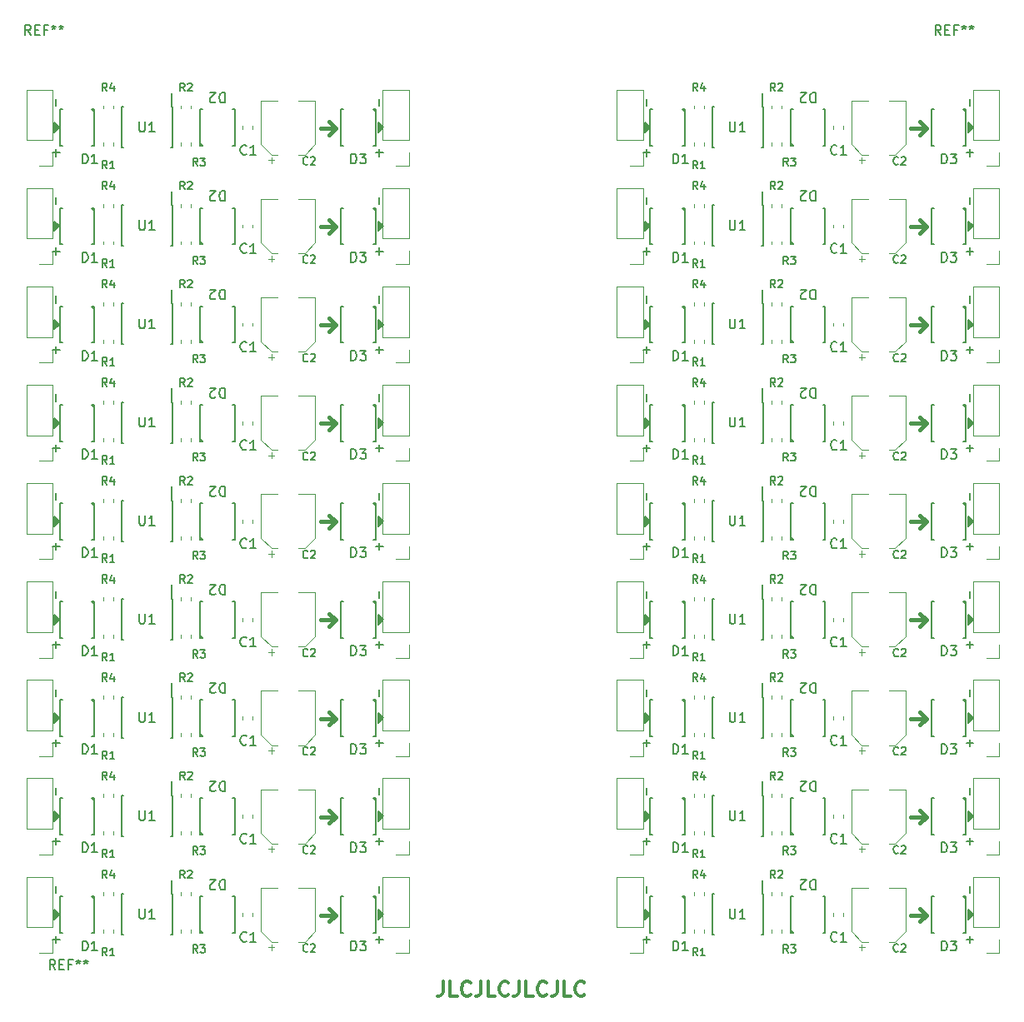
<source format=gbr>
G04 #@! TF.GenerationSoftware,KiCad,Pcbnew,(5.0.2)-1*
G04 #@! TF.CreationDate,2019-05-18T23:58:48-05:00*
G04 #@! TF.ProjectId,pixelote,70697865-6c6f-4746-952e-6b696361645f,rev?*
G04 #@! TF.SameCoordinates,Original*
G04 #@! TF.FileFunction,Legend,Top*
G04 #@! TF.FilePolarity,Positive*
%FSLAX46Y46*%
G04 Gerber Fmt 4.6, Leading zero omitted, Abs format (unit mm)*
G04 Created by KiCad (PCBNEW (5.0.2)-1) date 5/18/2019 11:58:48 PM*
%MOMM*%
%LPD*%
G01*
G04 APERTURE LIST*
%ADD10C,0.300000*%
%ADD11C,0.150000*%
%ADD12C,0.200000*%
%ADD13C,0.400000*%
%ADD14C,0.120000*%
G04 APERTURE END LIST*
D10*
X133071428Y-141678571D02*
X133071428Y-142750000D01*
X133000000Y-142964285D01*
X132857142Y-143107142D01*
X132642857Y-143178571D01*
X132500000Y-143178571D01*
X134500000Y-143178571D02*
X133785714Y-143178571D01*
X133785714Y-141678571D01*
X135857142Y-143035714D02*
X135785714Y-143107142D01*
X135571428Y-143178571D01*
X135428571Y-143178571D01*
X135214285Y-143107142D01*
X135071428Y-142964285D01*
X135000000Y-142821428D01*
X134928571Y-142535714D01*
X134928571Y-142321428D01*
X135000000Y-142035714D01*
X135071428Y-141892857D01*
X135214285Y-141750000D01*
X135428571Y-141678571D01*
X135571428Y-141678571D01*
X135785714Y-141750000D01*
X135857142Y-141821428D01*
X136928571Y-141678571D02*
X136928571Y-142750000D01*
X136857142Y-142964285D01*
X136714285Y-143107142D01*
X136500000Y-143178571D01*
X136357142Y-143178571D01*
X138357142Y-143178571D02*
X137642857Y-143178571D01*
X137642857Y-141678571D01*
X139714285Y-143035714D02*
X139642857Y-143107142D01*
X139428571Y-143178571D01*
X139285714Y-143178571D01*
X139071428Y-143107142D01*
X138928571Y-142964285D01*
X138857142Y-142821428D01*
X138785714Y-142535714D01*
X138785714Y-142321428D01*
X138857142Y-142035714D01*
X138928571Y-141892857D01*
X139071428Y-141750000D01*
X139285714Y-141678571D01*
X139428571Y-141678571D01*
X139642857Y-141750000D01*
X139714285Y-141821428D01*
X140785714Y-141678571D02*
X140785714Y-142750000D01*
X140714285Y-142964285D01*
X140571428Y-143107142D01*
X140357142Y-143178571D01*
X140214285Y-143178571D01*
X142214285Y-143178571D02*
X141500000Y-143178571D01*
X141500000Y-141678571D01*
X143571428Y-143035714D02*
X143500000Y-143107142D01*
X143285714Y-143178571D01*
X143142857Y-143178571D01*
X142928571Y-143107142D01*
X142785714Y-142964285D01*
X142714285Y-142821428D01*
X142642857Y-142535714D01*
X142642857Y-142321428D01*
X142714285Y-142035714D01*
X142785714Y-141892857D01*
X142928571Y-141750000D01*
X143142857Y-141678571D01*
X143285714Y-141678571D01*
X143500000Y-141750000D01*
X143571428Y-141821428D01*
X144642857Y-141678571D02*
X144642857Y-142750000D01*
X144571428Y-142964285D01*
X144428571Y-143107142D01*
X144214285Y-143178571D01*
X144071428Y-143178571D01*
X146071428Y-143178571D02*
X145357142Y-143178571D01*
X145357142Y-141678571D01*
X147428571Y-143035714D02*
X147357142Y-143107142D01*
X147142857Y-143178571D01*
X147000000Y-143178571D01*
X146785714Y-143107142D01*
X146642857Y-142964285D01*
X146571428Y-142821428D01*
X146500000Y-142535714D01*
X146500000Y-142321428D01*
X146571428Y-142035714D01*
X146642857Y-141892857D01*
X146785714Y-141750000D01*
X147000000Y-141678571D01*
X147142857Y-141678571D01*
X147357142Y-141750000D01*
X147428571Y-141821428D01*
D11*
G36*
X186450000Y-134400000D02*
X186450000Y-135400000D01*
X186950000Y-134900000D01*
X186450000Y-134400000D01*
G37*
X186450000Y-134400000D02*
X186450000Y-135400000D01*
X186950000Y-134900000D01*
X186450000Y-134400000D01*
G36*
X126450000Y-134400000D02*
X126450000Y-135400000D01*
X126950000Y-134900000D01*
X126450000Y-134400000D01*
G37*
X126450000Y-134400000D02*
X126450000Y-135400000D01*
X126950000Y-134900000D01*
X126450000Y-134400000D01*
G36*
X186450000Y-124400000D02*
X186450000Y-125400000D01*
X186950000Y-124900000D01*
X186450000Y-124400000D01*
G37*
X186450000Y-124400000D02*
X186450000Y-125400000D01*
X186950000Y-124900000D01*
X186450000Y-124400000D01*
G36*
X126450000Y-124400000D02*
X126450000Y-125400000D01*
X126950000Y-124900000D01*
X126450000Y-124400000D01*
G37*
X126450000Y-124400000D02*
X126450000Y-125400000D01*
X126950000Y-124900000D01*
X126450000Y-124400000D01*
G36*
X186450000Y-114400000D02*
X186450000Y-115400000D01*
X186950000Y-114900000D01*
X186450000Y-114400000D01*
G37*
X186450000Y-114400000D02*
X186450000Y-115400000D01*
X186950000Y-114900000D01*
X186450000Y-114400000D01*
G36*
X126450000Y-114400000D02*
X126450000Y-115400000D01*
X126950000Y-114900000D01*
X126450000Y-114400000D01*
G37*
X126450000Y-114400000D02*
X126450000Y-115400000D01*
X126950000Y-114900000D01*
X126450000Y-114400000D01*
G36*
X186450000Y-104400000D02*
X186450000Y-105400000D01*
X186950000Y-104900000D01*
X186450000Y-104400000D01*
G37*
X186450000Y-104400000D02*
X186450000Y-105400000D01*
X186950000Y-104900000D01*
X186450000Y-104400000D01*
G36*
X126450000Y-104400000D02*
X126450000Y-105400000D01*
X126950000Y-104900000D01*
X126450000Y-104400000D01*
G37*
X126450000Y-104400000D02*
X126450000Y-105400000D01*
X126950000Y-104900000D01*
X126450000Y-104400000D01*
G36*
X186450000Y-94400000D02*
X186450000Y-95400000D01*
X186950000Y-94900000D01*
X186450000Y-94400000D01*
G37*
X186450000Y-94400000D02*
X186450000Y-95400000D01*
X186950000Y-94900000D01*
X186450000Y-94400000D01*
G36*
X126450000Y-94400000D02*
X126450000Y-95400000D01*
X126950000Y-94900000D01*
X126450000Y-94400000D01*
G37*
X126450000Y-94400000D02*
X126450000Y-95400000D01*
X126950000Y-94900000D01*
X126450000Y-94400000D01*
G36*
X186450000Y-84400000D02*
X186450000Y-85400000D01*
X186950000Y-84900000D01*
X186450000Y-84400000D01*
G37*
X186450000Y-84400000D02*
X186450000Y-85400000D01*
X186950000Y-84900000D01*
X186450000Y-84400000D01*
G36*
X126450000Y-84400000D02*
X126450000Y-85400000D01*
X126950000Y-84900000D01*
X126450000Y-84400000D01*
G37*
X126450000Y-84400000D02*
X126450000Y-85400000D01*
X126950000Y-84900000D01*
X126450000Y-84400000D01*
G36*
X186450000Y-74400000D02*
X186450000Y-75400000D01*
X186950000Y-74900000D01*
X186450000Y-74400000D01*
G37*
X186450000Y-74400000D02*
X186450000Y-75400000D01*
X186950000Y-74900000D01*
X186450000Y-74400000D01*
G36*
X126450000Y-74400000D02*
X126450000Y-75400000D01*
X126950000Y-74900000D01*
X126450000Y-74400000D01*
G37*
X126450000Y-74400000D02*
X126450000Y-75400000D01*
X126950000Y-74900000D01*
X126450000Y-74400000D01*
G36*
X186450000Y-64400000D02*
X186450000Y-65400000D01*
X186950000Y-64900000D01*
X186450000Y-64400000D01*
G37*
X186450000Y-64400000D02*
X186450000Y-65400000D01*
X186950000Y-64900000D01*
X186450000Y-64400000D01*
G36*
X126450000Y-64400000D02*
X126450000Y-65400000D01*
X126950000Y-64900000D01*
X126450000Y-64400000D01*
G37*
X126450000Y-64400000D02*
X126450000Y-65400000D01*
X126950000Y-64900000D01*
X126450000Y-64400000D01*
G36*
X186450000Y-54400000D02*
X186450000Y-55400000D01*
X186950000Y-54900000D01*
X186450000Y-54400000D01*
G37*
X186450000Y-54400000D02*
X186450000Y-55400000D01*
X186950000Y-54900000D01*
X186450000Y-54400000D01*
D12*
X186600000Y-132000000D02*
X186600000Y-132700000D01*
X126600000Y-132000000D02*
X126600000Y-132700000D01*
X186600000Y-122000000D02*
X186600000Y-122700000D01*
X126600000Y-122000000D02*
X126600000Y-122700000D01*
X186600000Y-112000000D02*
X186600000Y-112700000D01*
X126600000Y-112000000D02*
X126600000Y-112700000D01*
X186600000Y-102000000D02*
X186600000Y-102700000D01*
X126600000Y-102000000D02*
X126600000Y-102700000D01*
X186600000Y-92000000D02*
X186600000Y-92700000D01*
X126600000Y-92000000D02*
X126600000Y-92700000D01*
X186600000Y-82000000D02*
X186600000Y-82700000D01*
X126600000Y-82000000D02*
X126600000Y-82700000D01*
X186600000Y-72000000D02*
X186600000Y-72700000D01*
X126600000Y-72000000D02*
X126600000Y-72700000D01*
X186600000Y-62000000D02*
X186600000Y-62700000D01*
X126600000Y-62000000D02*
X126600000Y-62700000D01*
X186600000Y-52000000D02*
X186600000Y-52700000D01*
D13*
X182200000Y-134950000D02*
X181500000Y-134300000D01*
X122200000Y-134950000D02*
X121500000Y-134300000D01*
X182200000Y-124950000D02*
X181500000Y-124300000D01*
X122200000Y-124950000D02*
X121500000Y-124300000D01*
X182200000Y-114950000D02*
X181500000Y-114300000D01*
X122200000Y-114950000D02*
X121500000Y-114300000D01*
X182200000Y-104950000D02*
X181500000Y-104300000D01*
X122200000Y-104950000D02*
X121500000Y-104300000D01*
X182200000Y-94950000D02*
X181500000Y-94300000D01*
X122200000Y-94950000D02*
X121500000Y-94300000D01*
X182200000Y-84950000D02*
X181500000Y-84300000D01*
X122200000Y-84950000D02*
X121500000Y-84300000D01*
X182200000Y-74950000D02*
X181500000Y-74300000D01*
X122200000Y-74950000D02*
X121500000Y-74300000D01*
X182200000Y-64950000D02*
X181500000Y-64300000D01*
X122200000Y-64950000D02*
X121500000Y-64300000D01*
X182200000Y-54950000D02*
X181500000Y-54300000D01*
D12*
X153750000Y-137100000D02*
X153750000Y-137800000D01*
X93750000Y-137100000D02*
X93750000Y-137800000D01*
X153750000Y-127100000D02*
X153750000Y-127800000D01*
X93750000Y-127100000D02*
X93750000Y-127800000D01*
X153750000Y-117100000D02*
X153750000Y-117800000D01*
X93750000Y-117100000D02*
X93750000Y-117800000D01*
X153750000Y-107100000D02*
X153750000Y-107800000D01*
X93750000Y-107100000D02*
X93750000Y-107800000D01*
X153750000Y-97100000D02*
X153750000Y-97800000D01*
X93750000Y-97100000D02*
X93750000Y-97800000D01*
X153750000Y-87100000D02*
X153750000Y-87800000D01*
X93750000Y-87100000D02*
X93750000Y-87800000D01*
X153750000Y-77100000D02*
X153750000Y-77800000D01*
X93750000Y-77100000D02*
X93750000Y-77800000D01*
X153750000Y-67100000D02*
X153750000Y-67800000D01*
X93750000Y-67100000D02*
X93750000Y-67800000D01*
X153750000Y-57100000D02*
X153750000Y-57800000D01*
D11*
G36*
X153550000Y-134400000D02*
X153550000Y-135400000D01*
X154050000Y-134900000D01*
X153550000Y-134400000D01*
G37*
X153550000Y-134400000D02*
X153550000Y-135400000D01*
X154050000Y-134900000D01*
X153550000Y-134400000D01*
G36*
X93550000Y-134400000D02*
X93550000Y-135400000D01*
X94050000Y-134900000D01*
X93550000Y-134400000D01*
G37*
X93550000Y-134400000D02*
X93550000Y-135400000D01*
X94050000Y-134900000D01*
X93550000Y-134400000D01*
G36*
X153550000Y-124400000D02*
X153550000Y-125400000D01*
X154050000Y-124900000D01*
X153550000Y-124400000D01*
G37*
X153550000Y-124400000D02*
X153550000Y-125400000D01*
X154050000Y-124900000D01*
X153550000Y-124400000D01*
G36*
X93550000Y-124400000D02*
X93550000Y-125400000D01*
X94050000Y-124900000D01*
X93550000Y-124400000D01*
G37*
X93550000Y-124400000D02*
X93550000Y-125400000D01*
X94050000Y-124900000D01*
X93550000Y-124400000D01*
G36*
X153550000Y-114400000D02*
X153550000Y-115400000D01*
X154050000Y-114900000D01*
X153550000Y-114400000D01*
G37*
X153550000Y-114400000D02*
X153550000Y-115400000D01*
X154050000Y-114900000D01*
X153550000Y-114400000D01*
G36*
X93550000Y-114400000D02*
X93550000Y-115400000D01*
X94050000Y-114900000D01*
X93550000Y-114400000D01*
G37*
X93550000Y-114400000D02*
X93550000Y-115400000D01*
X94050000Y-114900000D01*
X93550000Y-114400000D01*
G36*
X153550000Y-104400000D02*
X153550000Y-105400000D01*
X154050000Y-104900000D01*
X153550000Y-104400000D01*
G37*
X153550000Y-104400000D02*
X153550000Y-105400000D01*
X154050000Y-104900000D01*
X153550000Y-104400000D01*
G36*
X93550000Y-104400000D02*
X93550000Y-105400000D01*
X94050000Y-104900000D01*
X93550000Y-104400000D01*
G37*
X93550000Y-104400000D02*
X93550000Y-105400000D01*
X94050000Y-104900000D01*
X93550000Y-104400000D01*
G36*
X153550000Y-94400000D02*
X153550000Y-95400000D01*
X154050000Y-94900000D01*
X153550000Y-94400000D01*
G37*
X153550000Y-94400000D02*
X153550000Y-95400000D01*
X154050000Y-94900000D01*
X153550000Y-94400000D01*
G36*
X93550000Y-94400000D02*
X93550000Y-95400000D01*
X94050000Y-94900000D01*
X93550000Y-94400000D01*
G37*
X93550000Y-94400000D02*
X93550000Y-95400000D01*
X94050000Y-94900000D01*
X93550000Y-94400000D01*
G36*
X153550000Y-84400000D02*
X153550000Y-85400000D01*
X154050000Y-84900000D01*
X153550000Y-84400000D01*
G37*
X153550000Y-84400000D02*
X153550000Y-85400000D01*
X154050000Y-84900000D01*
X153550000Y-84400000D01*
G36*
X93550000Y-84400000D02*
X93550000Y-85400000D01*
X94050000Y-84900000D01*
X93550000Y-84400000D01*
G37*
X93550000Y-84400000D02*
X93550000Y-85400000D01*
X94050000Y-84900000D01*
X93550000Y-84400000D01*
G36*
X153550000Y-74400000D02*
X153550000Y-75400000D01*
X154050000Y-74900000D01*
X153550000Y-74400000D01*
G37*
X153550000Y-74400000D02*
X153550000Y-75400000D01*
X154050000Y-74900000D01*
X153550000Y-74400000D01*
G36*
X93550000Y-74400000D02*
X93550000Y-75400000D01*
X94050000Y-74900000D01*
X93550000Y-74400000D01*
G37*
X93550000Y-74400000D02*
X93550000Y-75400000D01*
X94050000Y-74900000D01*
X93550000Y-74400000D01*
G36*
X153550000Y-64400000D02*
X153550000Y-65400000D01*
X154050000Y-64900000D01*
X153550000Y-64400000D01*
G37*
X153550000Y-64400000D02*
X153550000Y-65400000D01*
X154050000Y-64900000D01*
X153550000Y-64400000D01*
G36*
X93550000Y-64400000D02*
X93550000Y-65400000D01*
X94050000Y-64900000D01*
X93550000Y-64400000D01*
G37*
X93550000Y-64400000D02*
X93550000Y-65400000D01*
X94050000Y-64900000D01*
X93550000Y-64400000D01*
G36*
X153550000Y-54400000D02*
X153550000Y-55400000D01*
X154050000Y-54900000D01*
X153550000Y-54400000D01*
G37*
X153550000Y-54400000D02*
X153550000Y-55400000D01*
X154050000Y-54900000D01*
X153550000Y-54400000D01*
D12*
X186600000Y-137100000D02*
X186600000Y-137800000D01*
X126600000Y-137100000D02*
X126600000Y-137800000D01*
X186600000Y-127100000D02*
X186600000Y-127800000D01*
X126600000Y-127100000D02*
X126600000Y-127800000D01*
X186600000Y-117100000D02*
X186600000Y-117800000D01*
X126600000Y-117100000D02*
X126600000Y-117800000D01*
X186600000Y-107100000D02*
X186600000Y-107800000D01*
X126600000Y-107100000D02*
X126600000Y-107800000D01*
X186600000Y-97100000D02*
X186600000Y-97800000D01*
X126600000Y-97100000D02*
X126600000Y-97800000D01*
X186600000Y-87100000D02*
X186600000Y-87800000D01*
X126600000Y-87100000D02*
X126600000Y-87800000D01*
X186600000Y-77100000D02*
X186600000Y-77800000D01*
X126600000Y-77100000D02*
X126600000Y-77800000D01*
X186600000Y-67100000D02*
X186600000Y-67800000D01*
X126600000Y-67100000D02*
X126600000Y-67800000D01*
X186600000Y-57100000D02*
X186600000Y-57800000D01*
X186250000Y-137450000D02*
X186950000Y-137450000D01*
X126250000Y-137450000D02*
X126950000Y-137450000D01*
X186250000Y-127450000D02*
X186950000Y-127450000D01*
X126250000Y-127450000D02*
X126950000Y-127450000D01*
X186250000Y-117450000D02*
X186950000Y-117450000D01*
X126250000Y-117450000D02*
X126950000Y-117450000D01*
X186250000Y-107450000D02*
X186950000Y-107450000D01*
X126250000Y-107450000D02*
X126950000Y-107450000D01*
X186250000Y-97450000D02*
X186950000Y-97450000D01*
X126250000Y-97450000D02*
X126950000Y-97450000D01*
X186250000Y-87450000D02*
X186950000Y-87450000D01*
X126250000Y-87450000D02*
X126950000Y-87450000D01*
X186250000Y-77450000D02*
X186950000Y-77450000D01*
X126250000Y-77450000D02*
X126950000Y-77450000D01*
X186250000Y-67450000D02*
X186950000Y-67450000D01*
X126250000Y-67450000D02*
X126950000Y-67450000D01*
X186250000Y-57450000D02*
X186950000Y-57450000D01*
D13*
X180600000Y-134950000D02*
X182100000Y-134950000D01*
X120600000Y-134950000D02*
X122100000Y-134950000D01*
X180600000Y-124950000D02*
X182100000Y-124950000D01*
X120600000Y-124950000D02*
X122100000Y-124950000D01*
X180600000Y-114950000D02*
X182100000Y-114950000D01*
X120600000Y-114950000D02*
X122100000Y-114950000D01*
X180600000Y-104950000D02*
X182100000Y-104950000D01*
X120600000Y-104950000D02*
X122100000Y-104950000D01*
X180600000Y-94950000D02*
X182100000Y-94950000D01*
X120600000Y-94950000D02*
X122100000Y-94950000D01*
X180600000Y-84950000D02*
X182100000Y-84950000D01*
X120600000Y-84950000D02*
X122100000Y-84950000D01*
X180600000Y-74950000D02*
X182100000Y-74950000D01*
X120600000Y-74950000D02*
X122100000Y-74950000D01*
X180600000Y-64950000D02*
X182100000Y-64950000D01*
X120600000Y-64950000D02*
X122100000Y-64950000D01*
X180600000Y-54950000D02*
X182100000Y-54950000D01*
D12*
X153750000Y-132000000D02*
X153750000Y-132700000D01*
X93750000Y-132000000D02*
X93750000Y-132700000D01*
X153750000Y-122000000D02*
X153750000Y-122700000D01*
X93750000Y-122000000D02*
X93750000Y-122700000D01*
X153750000Y-112000000D02*
X153750000Y-112700000D01*
X93750000Y-112000000D02*
X93750000Y-112700000D01*
X153750000Y-102000000D02*
X153750000Y-102700000D01*
X93750000Y-102000000D02*
X93750000Y-102700000D01*
X153750000Y-92000000D02*
X153750000Y-92700000D01*
X93750000Y-92000000D02*
X93750000Y-92700000D01*
X153750000Y-82000000D02*
X153750000Y-82700000D01*
X93750000Y-82000000D02*
X93750000Y-82700000D01*
X153750000Y-72000000D02*
X153750000Y-72700000D01*
X93750000Y-72000000D02*
X93750000Y-72700000D01*
X153750000Y-62000000D02*
X153750000Y-62700000D01*
X93750000Y-62000000D02*
X93750000Y-62700000D01*
X153750000Y-52000000D02*
X153750000Y-52700000D01*
X153400000Y-137450000D02*
X154100000Y-137450000D01*
X93400000Y-137450000D02*
X94100000Y-137450000D01*
X153400000Y-127450000D02*
X154100000Y-127450000D01*
X93400000Y-127450000D02*
X94100000Y-127450000D01*
X153400000Y-117450000D02*
X154100000Y-117450000D01*
X93400000Y-117450000D02*
X94100000Y-117450000D01*
X153400000Y-107450000D02*
X154100000Y-107450000D01*
X93400000Y-107450000D02*
X94100000Y-107450000D01*
X153400000Y-97450000D02*
X154100000Y-97450000D01*
X93400000Y-97450000D02*
X94100000Y-97450000D01*
X153400000Y-87450000D02*
X154100000Y-87450000D01*
X93400000Y-87450000D02*
X94100000Y-87450000D01*
X153400000Y-77450000D02*
X154100000Y-77450000D01*
X93400000Y-77450000D02*
X94100000Y-77450000D01*
X153400000Y-67450000D02*
X154100000Y-67450000D01*
X93400000Y-67450000D02*
X94100000Y-67450000D01*
X153400000Y-57450000D02*
X154100000Y-57450000D01*
D13*
X182200000Y-134950000D02*
X181500000Y-135600000D01*
X122200000Y-134950000D02*
X121500000Y-135600000D01*
X182200000Y-124950000D02*
X181500000Y-125600000D01*
X122200000Y-124950000D02*
X121500000Y-125600000D01*
X182200000Y-114950000D02*
X181500000Y-115600000D01*
X122200000Y-114950000D02*
X121500000Y-115600000D01*
X182200000Y-104950000D02*
X181500000Y-105600000D01*
X122200000Y-104950000D02*
X121500000Y-105600000D01*
X182200000Y-94950000D02*
X181500000Y-95600000D01*
X122200000Y-94950000D02*
X121500000Y-95600000D01*
X182200000Y-84950000D02*
X181500000Y-85600000D01*
X122200000Y-84950000D02*
X121500000Y-85600000D01*
X182200000Y-74950000D02*
X181500000Y-75600000D01*
X122200000Y-74950000D02*
X121500000Y-75600000D01*
X182200000Y-64950000D02*
X181500000Y-65600000D01*
X122200000Y-64950000D02*
X121500000Y-65600000D01*
X182200000Y-54950000D02*
X181500000Y-55600000D01*
X122200000Y-54950000D02*
X121500000Y-55600000D01*
X122200000Y-54950000D02*
X121500000Y-54300000D01*
X120600000Y-54950000D02*
X122100000Y-54950000D01*
D12*
X126250000Y-57450000D02*
X126950000Y-57450000D01*
X126600000Y-52000000D02*
X126600000Y-52700000D01*
X126600000Y-57100000D02*
X126600000Y-57800000D01*
X93400000Y-57450000D02*
X94100000Y-57450000D01*
X93750000Y-57100000D02*
X93750000Y-57800000D01*
X93750000Y-52000000D02*
X93750000Y-52700000D01*
D11*
G36*
X126450000Y-54400000D02*
X126450000Y-55400000D01*
X126950000Y-54900000D01*
X126450000Y-54400000D01*
G37*
X126450000Y-54400000D02*
X126450000Y-55400000D01*
X126950000Y-54900000D01*
X126450000Y-54400000D01*
G36*
X93550000Y-54400000D02*
X93550000Y-55400000D01*
X94050000Y-54900000D01*
X93550000Y-54400000D01*
G37*
X93550000Y-54400000D02*
X93550000Y-55400000D01*
X94050000Y-54900000D01*
X93550000Y-54400000D01*
D14*
G04 #@! TO.C,R4*
X159560000Y-132637221D02*
X159560000Y-132962779D01*
X158540000Y-132637221D02*
X158540000Y-132962779D01*
X99560000Y-132637221D02*
X99560000Y-132962779D01*
X98540000Y-132637221D02*
X98540000Y-132962779D01*
X159560000Y-122637221D02*
X159560000Y-122962779D01*
X158540000Y-122637221D02*
X158540000Y-122962779D01*
X99560000Y-122637221D02*
X99560000Y-122962779D01*
X98540000Y-122637221D02*
X98540000Y-122962779D01*
X159560000Y-112637221D02*
X159560000Y-112962779D01*
X158540000Y-112637221D02*
X158540000Y-112962779D01*
X99560000Y-112637221D02*
X99560000Y-112962779D01*
X98540000Y-112637221D02*
X98540000Y-112962779D01*
X159560000Y-102637221D02*
X159560000Y-102962779D01*
X158540000Y-102637221D02*
X158540000Y-102962779D01*
X99560000Y-102637221D02*
X99560000Y-102962779D01*
X98540000Y-102637221D02*
X98540000Y-102962779D01*
X159560000Y-92637221D02*
X159560000Y-92962779D01*
X158540000Y-92637221D02*
X158540000Y-92962779D01*
X99560000Y-92637221D02*
X99560000Y-92962779D01*
X98540000Y-92637221D02*
X98540000Y-92962779D01*
X159560000Y-82637221D02*
X159560000Y-82962779D01*
X158540000Y-82637221D02*
X158540000Y-82962779D01*
X99560000Y-82637221D02*
X99560000Y-82962779D01*
X98540000Y-82637221D02*
X98540000Y-82962779D01*
X159560000Y-72637221D02*
X159560000Y-72962779D01*
X158540000Y-72637221D02*
X158540000Y-72962779D01*
X99560000Y-72637221D02*
X99560000Y-72962779D01*
X98540000Y-72637221D02*
X98540000Y-72962779D01*
X159560000Y-62637221D02*
X159560000Y-62962779D01*
X158540000Y-62637221D02*
X158540000Y-62962779D01*
X99560000Y-62637221D02*
X99560000Y-62962779D01*
X98540000Y-62637221D02*
X98540000Y-62962779D01*
X159560000Y-52637221D02*
X159560000Y-52962779D01*
X158540000Y-52637221D02*
X158540000Y-52962779D01*
G04 #@! TO.C,R1*
X158540000Y-136762779D02*
X158540000Y-136437221D01*
X159560000Y-136762779D02*
X159560000Y-136437221D01*
X98540000Y-136762779D02*
X98540000Y-136437221D01*
X99560000Y-136762779D02*
X99560000Y-136437221D01*
X158540000Y-126762779D02*
X158540000Y-126437221D01*
X159560000Y-126762779D02*
X159560000Y-126437221D01*
X98540000Y-126762779D02*
X98540000Y-126437221D01*
X99560000Y-126762779D02*
X99560000Y-126437221D01*
X158540000Y-116762779D02*
X158540000Y-116437221D01*
X159560000Y-116762779D02*
X159560000Y-116437221D01*
X98540000Y-116762779D02*
X98540000Y-116437221D01*
X99560000Y-116762779D02*
X99560000Y-116437221D01*
X158540000Y-106762779D02*
X158540000Y-106437221D01*
X159560000Y-106762779D02*
X159560000Y-106437221D01*
X98540000Y-106762779D02*
X98540000Y-106437221D01*
X99560000Y-106762779D02*
X99560000Y-106437221D01*
X158540000Y-96762779D02*
X158540000Y-96437221D01*
X159560000Y-96762779D02*
X159560000Y-96437221D01*
X98540000Y-96762779D02*
X98540000Y-96437221D01*
X99560000Y-96762779D02*
X99560000Y-96437221D01*
X158540000Y-86762779D02*
X158540000Y-86437221D01*
X159560000Y-86762779D02*
X159560000Y-86437221D01*
X98540000Y-86762779D02*
X98540000Y-86437221D01*
X99560000Y-86762779D02*
X99560000Y-86437221D01*
X158540000Y-76762779D02*
X158540000Y-76437221D01*
X159560000Y-76762779D02*
X159560000Y-76437221D01*
X98540000Y-76762779D02*
X98540000Y-76437221D01*
X99560000Y-76762779D02*
X99560000Y-76437221D01*
X158540000Y-66762779D02*
X158540000Y-66437221D01*
X159560000Y-66762779D02*
X159560000Y-66437221D01*
X98540000Y-66762779D02*
X98540000Y-66437221D01*
X99560000Y-66762779D02*
X99560000Y-66437221D01*
X158540000Y-56762779D02*
X158540000Y-56437221D01*
X159560000Y-56762779D02*
X159560000Y-56437221D01*
G04 #@! TO.C,R3*
X166440000Y-136762779D02*
X166440000Y-136437221D01*
X167460000Y-136762779D02*
X167460000Y-136437221D01*
X106440000Y-136762779D02*
X106440000Y-136437221D01*
X107460000Y-136762779D02*
X107460000Y-136437221D01*
X166440000Y-126762779D02*
X166440000Y-126437221D01*
X167460000Y-126762779D02*
X167460000Y-126437221D01*
X106440000Y-126762779D02*
X106440000Y-126437221D01*
X107460000Y-126762779D02*
X107460000Y-126437221D01*
X166440000Y-116762779D02*
X166440000Y-116437221D01*
X167460000Y-116762779D02*
X167460000Y-116437221D01*
X106440000Y-116762779D02*
X106440000Y-116437221D01*
X107460000Y-116762779D02*
X107460000Y-116437221D01*
X166440000Y-106762779D02*
X166440000Y-106437221D01*
X167460000Y-106762779D02*
X167460000Y-106437221D01*
X106440000Y-106762779D02*
X106440000Y-106437221D01*
X107460000Y-106762779D02*
X107460000Y-106437221D01*
X166440000Y-96762779D02*
X166440000Y-96437221D01*
X167460000Y-96762779D02*
X167460000Y-96437221D01*
X106440000Y-96762779D02*
X106440000Y-96437221D01*
X107460000Y-96762779D02*
X107460000Y-96437221D01*
X166440000Y-86762779D02*
X166440000Y-86437221D01*
X167460000Y-86762779D02*
X167460000Y-86437221D01*
X106440000Y-86762779D02*
X106440000Y-86437221D01*
X107460000Y-86762779D02*
X107460000Y-86437221D01*
X166440000Y-76762779D02*
X166440000Y-76437221D01*
X167460000Y-76762779D02*
X167460000Y-76437221D01*
X106440000Y-76762779D02*
X106440000Y-76437221D01*
X107460000Y-76762779D02*
X107460000Y-76437221D01*
X166440000Y-66762779D02*
X166440000Y-66437221D01*
X167460000Y-66762779D02*
X167460000Y-66437221D01*
X106440000Y-66762779D02*
X106440000Y-66437221D01*
X107460000Y-66762779D02*
X107460000Y-66437221D01*
X166440000Y-56762779D02*
X166440000Y-56437221D01*
X167460000Y-56762779D02*
X167460000Y-56437221D01*
G04 #@! TO.C,J2*
X189580000Y-131030000D02*
X186920000Y-131030000D01*
X189580000Y-136170000D02*
X189580000Y-131030000D01*
X186920000Y-136170000D02*
X186920000Y-131030000D01*
X189580000Y-136170000D02*
X186920000Y-136170000D01*
X189580000Y-137440000D02*
X189580000Y-138770000D01*
X189580000Y-138770000D02*
X188250000Y-138770000D01*
X129580000Y-131030000D02*
X126920000Y-131030000D01*
X129580000Y-136170000D02*
X129580000Y-131030000D01*
X126920000Y-136170000D02*
X126920000Y-131030000D01*
X129580000Y-136170000D02*
X126920000Y-136170000D01*
X129580000Y-137440000D02*
X129580000Y-138770000D01*
X129580000Y-138770000D02*
X128250000Y-138770000D01*
X189580000Y-121030000D02*
X186920000Y-121030000D01*
X189580000Y-126170000D02*
X189580000Y-121030000D01*
X186920000Y-126170000D02*
X186920000Y-121030000D01*
X189580000Y-126170000D02*
X186920000Y-126170000D01*
X189580000Y-127440000D02*
X189580000Y-128770000D01*
X189580000Y-128770000D02*
X188250000Y-128770000D01*
X129580000Y-121030000D02*
X126920000Y-121030000D01*
X129580000Y-126170000D02*
X129580000Y-121030000D01*
X126920000Y-126170000D02*
X126920000Y-121030000D01*
X129580000Y-126170000D02*
X126920000Y-126170000D01*
X129580000Y-127440000D02*
X129580000Y-128770000D01*
X129580000Y-128770000D02*
X128250000Y-128770000D01*
X189580000Y-111030000D02*
X186920000Y-111030000D01*
X189580000Y-116170000D02*
X189580000Y-111030000D01*
X186920000Y-116170000D02*
X186920000Y-111030000D01*
X189580000Y-116170000D02*
X186920000Y-116170000D01*
X189580000Y-117440000D02*
X189580000Y-118770000D01*
X189580000Y-118770000D02*
X188250000Y-118770000D01*
X129580000Y-111030000D02*
X126920000Y-111030000D01*
X129580000Y-116170000D02*
X129580000Y-111030000D01*
X126920000Y-116170000D02*
X126920000Y-111030000D01*
X129580000Y-116170000D02*
X126920000Y-116170000D01*
X129580000Y-117440000D02*
X129580000Y-118770000D01*
X129580000Y-118770000D02*
X128250000Y-118770000D01*
X189580000Y-101030000D02*
X186920000Y-101030000D01*
X189580000Y-106170000D02*
X189580000Y-101030000D01*
X186920000Y-106170000D02*
X186920000Y-101030000D01*
X189580000Y-106170000D02*
X186920000Y-106170000D01*
X189580000Y-107440000D02*
X189580000Y-108770000D01*
X189580000Y-108770000D02*
X188250000Y-108770000D01*
X129580000Y-101030000D02*
X126920000Y-101030000D01*
X129580000Y-106170000D02*
X129580000Y-101030000D01*
X126920000Y-106170000D02*
X126920000Y-101030000D01*
X129580000Y-106170000D02*
X126920000Y-106170000D01*
X129580000Y-107440000D02*
X129580000Y-108770000D01*
X129580000Y-108770000D02*
X128250000Y-108770000D01*
X189580000Y-91030000D02*
X186920000Y-91030000D01*
X189580000Y-96170000D02*
X189580000Y-91030000D01*
X186920000Y-96170000D02*
X186920000Y-91030000D01*
X189580000Y-96170000D02*
X186920000Y-96170000D01*
X189580000Y-97440000D02*
X189580000Y-98770000D01*
X189580000Y-98770000D02*
X188250000Y-98770000D01*
X129580000Y-91030000D02*
X126920000Y-91030000D01*
X129580000Y-96170000D02*
X129580000Y-91030000D01*
X126920000Y-96170000D02*
X126920000Y-91030000D01*
X129580000Y-96170000D02*
X126920000Y-96170000D01*
X129580000Y-97440000D02*
X129580000Y-98770000D01*
X129580000Y-98770000D02*
X128250000Y-98770000D01*
X189580000Y-81030000D02*
X186920000Y-81030000D01*
X189580000Y-86170000D02*
X189580000Y-81030000D01*
X186920000Y-86170000D02*
X186920000Y-81030000D01*
X189580000Y-86170000D02*
X186920000Y-86170000D01*
X189580000Y-87440000D02*
X189580000Y-88770000D01*
X189580000Y-88770000D02*
X188250000Y-88770000D01*
X129580000Y-81030000D02*
X126920000Y-81030000D01*
X129580000Y-86170000D02*
X129580000Y-81030000D01*
X126920000Y-86170000D02*
X126920000Y-81030000D01*
X129580000Y-86170000D02*
X126920000Y-86170000D01*
X129580000Y-87440000D02*
X129580000Y-88770000D01*
X129580000Y-88770000D02*
X128250000Y-88770000D01*
X189580000Y-71030000D02*
X186920000Y-71030000D01*
X189580000Y-76170000D02*
X189580000Y-71030000D01*
X186920000Y-76170000D02*
X186920000Y-71030000D01*
X189580000Y-76170000D02*
X186920000Y-76170000D01*
X189580000Y-77440000D02*
X189580000Y-78770000D01*
X189580000Y-78770000D02*
X188250000Y-78770000D01*
X129580000Y-71030000D02*
X126920000Y-71030000D01*
X129580000Y-76170000D02*
X129580000Y-71030000D01*
X126920000Y-76170000D02*
X126920000Y-71030000D01*
X129580000Y-76170000D02*
X126920000Y-76170000D01*
X129580000Y-77440000D02*
X129580000Y-78770000D01*
X129580000Y-78770000D02*
X128250000Y-78770000D01*
X189580000Y-61030000D02*
X186920000Y-61030000D01*
X189580000Y-66170000D02*
X189580000Y-61030000D01*
X186920000Y-66170000D02*
X186920000Y-61030000D01*
X189580000Y-66170000D02*
X186920000Y-66170000D01*
X189580000Y-67440000D02*
X189580000Y-68770000D01*
X189580000Y-68770000D02*
X188250000Y-68770000D01*
X129580000Y-61030000D02*
X126920000Y-61030000D01*
X129580000Y-66170000D02*
X129580000Y-61030000D01*
X126920000Y-66170000D02*
X126920000Y-61030000D01*
X129580000Y-66170000D02*
X126920000Y-66170000D01*
X129580000Y-67440000D02*
X129580000Y-68770000D01*
X129580000Y-68770000D02*
X128250000Y-68770000D01*
X189580000Y-51030000D02*
X186920000Y-51030000D01*
X189580000Y-56170000D02*
X189580000Y-51030000D01*
X186920000Y-56170000D02*
X186920000Y-51030000D01*
X189580000Y-56170000D02*
X186920000Y-56170000D01*
X189580000Y-57440000D02*
X189580000Y-58770000D01*
X189580000Y-58770000D02*
X188250000Y-58770000D01*
D11*
G04 #@! TO.C,U1*
X165575000Y-132775000D02*
X165525000Y-132775000D01*
X165575000Y-136925000D02*
X165430000Y-136925000D01*
X160425000Y-136925000D02*
X160570000Y-136925000D01*
X160425000Y-132775000D02*
X160570000Y-132775000D01*
X165575000Y-132775000D02*
X165575000Y-136925000D01*
X160425000Y-132775000D02*
X160425000Y-136925000D01*
X165525000Y-132775000D02*
X165525000Y-131375000D01*
X105575000Y-132775000D02*
X105525000Y-132775000D01*
X105575000Y-136925000D02*
X105430000Y-136925000D01*
X100425000Y-136925000D02*
X100570000Y-136925000D01*
X100425000Y-132775000D02*
X100570000Y-132775000D01*
X105575000Y-132775000D02*
X105575000Y-136925000D01*
X100425000Y-132775000D02*
X100425000Y-136925000D01*
X105525000Y-132775000D02*
X105525000Y-131375000D01*
X165575000Y-122775000D02*
X165525000Y-122775000D01*
X165575000Y-126925000D02*
X165430000Y-126925000D01*
X160425000Y-126925000D02*
X160570000Y-126925000D01*
X160425000Y-122775000D02*
X160570000Y-122775000D01*
X165575000Y-122775000D02*
X165575000Y-126925000D01*
X160425000Y-122775000D02*
X160425000Y-126925000D01*
X165525000Y-122775000D02*
X165525000Y-121375000D01*
X105575000Y-122775000D02*
X105525000Y-122775000D01*
X105575000Y-126925000D02*
X105430000Y-126925000D01*
X100425000Y-126925000D02*
X100570000Y-126925000D01*
X100425000Y-122775000D02*
X100570000Y-122775000D01*
X105575000Y-122775000D02*
X105575000Y-126925000D01*
X100425000Y-122775000D02*
X100425000Y-126925000D01*
X105525000Y-122775000D02*
X105525000Y-121375000D01*
X165575000Y-112775000D02*
X165525000Y-112775000D01*
X165575000Y-116925000D02*
X165430000Y-116925000D01*
X160425000Y-116925000D02*
X160570000Y-116925000D01*
X160425000Y-112775000D02*
X160570000Y-112775000D01*
X165575000Y-112775000D02*
X165575000Y-116925000D01*
X160425000Y-112775000D02*
X160425000Y-116925000D01*
X165525000Y-112775000D02*
X165525000Y-111375000D01*
X105575000Y-112775000D02*
X105525000Y-112775000D01*
X105575000Y-116925000D02*
X105430000Y-116925000D01*
X100425000Y-116925000D02*
X100570000Y-116925000D01*
X100425000Y-112775000D02*
X100570000Y-112775000D01*
X105575000Y-112775000D02*
X105575000Y-116925000D01*
X100425000Y-112775000D02*
X100425000Y-116925000D01*
X105525000Y-112775000D02*
X105525000Y-111375000D01*
X165575000Y-102775000D02*
X165525000Y-102775000D01*
X165575000Y-106925000D02*
X165430000Y-106925000D01*
X160425000Y-106925000D02*
X160570000Y-106925000D01*
X160425000Y-102775000D02*
X160570000Y-102775000D01*
X165575000Y-102775000D02*
X165575000Y-106925000D01*
X160425000Y-102775000D02*
X160425000Y-106925000D01*
X165525000Y-102775000D02*
X165525000Y-101375000D01*
X105575000Y-102775000D02*
X105525000Y-102775000D01*
X105575000Y-106925000D02*
X105430000Y-106925000D01*
X100425000Y-106925000D02*
X100570000Y-106925000D01*
X100425000Y-102775000D02*
X100570000Y-102775000D01*
X105575000Y-102775000D02*
X105575000Y-106925000D01*
X100425000Y-102775000D02*
X100425000Y-106925000D01*
X105525000Y-102775000D02*
X105525000Y-101375000D01*
X165575000Y-92775000D02*
X165525000Y-92775000D01*
X165575000Y-96925000D02*
X165430000Y-96925000D01*
X160425000Y-96925000D02*
X160570000Y-96925000D01*
X160425000Y-92775000D02*
X160570000Y-92775000D01*
X165575000Y-92775000D02*
X165575000Y-96925000D01*
X160425000Y-92775000D02*
X160425000Y-96925000D01*
X165525000Y-92775000D02*
X165525000Y-91375000D01*
X105575000Y-92775000D02*
X105525000Y-92775000D01*
X105575000Y-96925000D02*
X105430000Y-96925000D01*
X100425000Y-96925000D02*
X100570000Y-96925000D01*
X100425000Y-92775000D02*
X100570000Y-92775000D01*
X105575000Y-92775000D02*
X105575000Y-96925000D01*
X100425000Y-92775000D02*
X100425000Y-96925000D01*
X105525000Y-92775000D02*
X105525000Y-91375000D01*
X165575000Y-82775000D02*
X165525000Y-82775000D01*
X165575000Y-86925000D02*
X165430000Y-86925000D01*
X160425000Y-86925000D02*
X160570000Y-86925000D01*
X160425000Y-82775000D02*
X160570000Y-82775000D01*
X165575000Y-82775000D02*
X165575000Y-86925000D01*
X160425000Y-82775000D02*
X160425000Y-86925000D01*
X165525000Y-82775000D02*
X165525000Y-81375000D01*
X105575000Y-82775000D02*
X105525000Y-82775000D01*
X105575000Y-86925000D02*
X105430000Y-86925000D01*
X100425000Y-86925000D02*
X100570000Y-86925000D01*
X100425000Y-82775000D02*
X100570000Y-82775000D01*
X105575000Y-82775000D02*
X105575000Y-86925000D01*
X100425000Y-82775000D02*
X100425000Y-86925000D01*
X105525000Y-82775000D02*
X105525000Y-81375000D01*
X165575000Y-72775000D02*
X165525000Y-72775000D01*
X165575000Y-76925000D02*
X165430000Y-76925000D01*
X160425000Y-76925000D02*
X160570000Y-76925000D01*
X160425000Y-72775000D02*
X160570000Y-72775000D01*
X165575000Y-72775000D02*
X165575000Y-76925000D01*
X160425000Y-72775000D02*
X160425000Y-76925000D01*
X165525000Y-72775000D02*
X165525000Y-71375000D01*
X105575000Y-72775000D02*
X105525000Y-72775000D01*
X105575000Y-76925000D02*
X105430000Y-76925000D01*
X100425000Y-76925000D02*
X100570000Y-76925000D01*
X100425000Y-72775000D02*
X100570000Y-72775000D01*
X105575000Y-72775000D02*
X105575000Y-76925000D01*
X100425000Y-72775000D02*
X100425000Y-76925000D01*
X105525000Y-72775000D02*
X105525000Y-71375000D01*
X165575000Y-62775000D02*
X165525000Y-62775000D01*
X165575000Y-66925000D02*
X165430000Y-66925000D01*
X160425000Y-66925000D02*
X160570000Y-66925000D01*
X160425000Y-62775000D02*
X160570000Y-62775000D01*
X165575000Y-62775000D02*
X165575000Y-66925000D01*
X160425000Y-62775000D02*
X160425000Y-66925000D01*
X165525000Y-62775000D02*
X165525000Y-61375000D01*
X105575000Y-62775000D02*
X105525000Y-62775000D01*
X105575000Y-66925000D02*
X105430000Y-66925000D01*
X100425000Y-66925000D02*
X100570000Y-66925000D01*
X100425000Y-62775000D02*
X100570000Y-62775000D01*
X105575000Y-62775000D02*
X105575000Y-66925000D01*
X100425000Y-62775000D02*
X100425000Y-66925000D01*
X105525000Y-62775000D02*
X105525000Y-61375000D01*
X165575000Y-52775000D02*
X165525000Y-52775000D01*
X165575000Y-56925000D02*
X165430000Y-56925000D01*
X160425000Y-56925000D02*
X160570000Y-56925000D01*
X160425000Y-52775000D02*
X160570000Y-52775000D01*
X165575000Y-52775000D02*
X165575000Y-56925000D01*
X160425000Y-52775000D02*
X160425000Y-56925000D01*
X165525000Y-52775000D02*
X165525000Y-51375000D01*
G04 #@! TO.C,D1*
X154100000Y-136750000D02*
X154100000Y-133050000D01*
X157600000Y-136750000D02*
X157600000Y-133050000D01*
X154100000Y-136750000D02*
X154350000Y-136750000D01*
X154100000Y-133050000D02*
X154350000Y-133050000D01*
X157350000Y-133050000D02*
X157600000Y-133050000D01*
X157350000Y-136750000D02*
X157600000Y-136750000D01*
X157350000Y-133050000D02*
X157600000Y-133300000D01*
X94100000Y-136750000D02*
X94100000Y-133050000D01*
X97600000Y-136750000D02*
X97600000Y-133050000D01*
X94100000Y-136750000D02*
X94350000Y-136750000D01*
X94100000Y-133050000D02*
X94350000Y-133050000D01*
X97350000Y-133050000D02*
X97600000Y-133050000D01*
X97350000Y-136750000D02*
X97600000Y-136750000D01*
X97350000Y-133050000D02*
X97600000Y-133300000D01*
X154100000Y-126750000D02*
X154100000Y-123050000D01*
X157600000Y-126750000D02*
X157600000Y-123050000D01*
X154100000Y-126750000D02*
X154350000Y-126750000D01*
X154100000Y-123050000D02*
X154350000Y-123050000D01*
X157350000Y-123050000D02*
X157600000Y-123050000D01*
X157350000Y-126750000D02*
X157600000Y-126750000D01*
X157350000Y-123050000D02*
X157600000Y-123300000D01*
X94100000Y-126750000D02*
X94100000Y-123050000D01*
X97600000Y-126750000D02*
X97600000Y-123050000D01*
X94100000Y-126750000D02*
X94350000Y-126750000D01*
X94100000Y-123050000D02*
X94350000Y-123050000D01*
X97350000Y-123050000D02*
X97600000Y-123050000D01*
X97350000Y-126750000D02*
X97600000Y-126750000D01*
X97350000Y-123050000D02*
X97600000Y-123300000D01*
X154100000Y-116750000D02*
X154100000Y-113050000D01*
X157600000Y-116750000D02*
X157600000Y-113050000D01*
X154100000Y-116750000D02*
X154350000Y-116750000D01*
X154100000Y-113050000D02*
X154350000Y-113050000D01*
X157350000Y-113050000D02*
X157600000Y-113050000D01*
X157350000Y-116750000D02*
X157600000Y-116750000D01*
X157350000Y-113050000D02*
X157600000Y-113300000D01*
X94100000Y-116750000D02*
X94100000Y-113050000D01*
X97600000Y-116750000D02*
X97600000Y-113050000D01*
X94100000Y-116750000D02*
X94350000Y-116750000D01*
X94100000Y-113050000D02*
X94350000Y-113050000D01*
X97350000Y-113050000D02*
X97600000Y-113050000D01*
X97350000Y-116750000D02*
X97600000Y-116750000D01*
X97350000Y-113050000D02*
X97600000Y-113300000D01*
X154100000Y-106750000D02*
X154100000Y-103050000D01*
X157600000Y-106750000D02*
X157600000Y-103050000D01*
X154100000Y-106750000D02*
X154350000Y-106750000D01*
X154100000Y-103050000D02*
X154350000Y-103050000D01*
X157350000Y-103050000D02*
X157600000Y-103050000D01*
X157350000Y-106750000D02*
X157600000Y-106750000D01*
X157350000Y-103050000D02*
X157600000Y-103300000D01*
X94100000Y-106750000D02*
X94100000Y-103050000D01*
X97600000Y-106750000D02*
X97600000Y-103050000D01*
X94100000Y-106750000D02*
X94350000Y-106750000D01*
X94100000Y-103050000D02*
X94350000Y-103050000D01*
X97350000Y-103050000D02*
X97600000Y-103050000D01*
X97350000Y-106750000D02*
X97600000Y-106750000D01*
X97350000Y-103050000D02*
X97600000Y-103300000D01*
X154100000Y-96750000D02*
X154100000Y-93050000D01*
X157600000Y-96750000D02*
X157600000Y-93050000D01*
X154100000Y-96750000D02*
X154350000Y-96750000D01*
X154100000Y-93050000D02*
X154350000Y-93050000D01*
X157350000Y-93050000D02*
X157600000Y-93050000D01*
X157350000Y-96750000D02*
X157600000Y-96750000D01*
X157350000Y-93050000D02*
X157600000Y-93300000D01*
X94100000Y-96750000D02*
X94100000Y-93050000D01*
X97600000Y-96750000D02*
X97600000Y-93050000D01*
X94100000Y-96750000D02*
X94350000Y-96750000D01*
X94100000Y-93050000D02*
X94350000Y-93050000D01*
X97350000Y-93050000D02*
X97600000Y-93050000D01*
X97350000Y-96750000D02*
X97600000Y-96750000D01*
X97350000Y-93050000D02*
X97600000Y-93300000D01*
X154100000Y-86750000D02*
X154100000Y-83050000D01*
X157600000Y-86750000D02*
X157600000Y-83050000D01*
X154100000Y-86750000D02*
X154350000Y-86750000D01*
X154100000Y-83050000D02*
X154350000Y-83050000D01*
X157350000Y-83050000D02*
X157600000Y-83050000D01*
X157350000Y-86750000D02*
X157600000Y-86750000D01*
X157350000Y-83050000D02*
X157600000Y-83300000D01*
X94100000Y-86750000D02*
X94100000Y-83050000D01*
X97600000Y-86750000D02*
X97600000Y-83050000D01*
X94100000Y-86750000D02*
X94350000Y-86750000D01*
X94100000Y-83050000D02*
X94350000Y-83050000D01*
X97350000Y-83050000D02*
X97600000Y-83050000D01*
X97350000Y-86750000D02*
X97600000Y-86750000D01*
X97350000Y-83050000D02*
X97600000Y-83300000D01*
X154100000Y-76750000D02*
X154100000Y-73050000D01*
X157600000Y-76750000D02*
X157600000Y-73050000D01*
X154100000Y-76750000D02*
X154350000Y-76750000D01*
X154100000Y-73050000D02*
X154350000Y-73050000D01*
X157350000Y-73050000D02*
X157600000Y-73050000D01*
X157350000Y-76750000D02*
X157600000Y-76750000D01*
X157350000Y-73050000D02*
X157600000Y-73300000D01*
X94100000Y-76750000D02*
X94100000Y-73050000D01*
X97600000Y-76750000D02*
X97600000Y-73050000D01*
X94100000Y-76750000D02*
X94350000Y-76750000D01*
X94100000Y-73050000D02*
X94350000Y-73050000D01*
X97350000Y-73050000D02*
X97600000Y-73050000D01*
X97350000Y-76750000D02*
X97600000Y-76750000D01*
X97350000Y-73050000D02*
X97600000Y-73300000D01*
X154100000Y-66750000D02*
X154100000Y-63050000D01*
X157600000Y-66750000D02*
X157600000Y-63050000D01*
X154100000Y-66750000D02*
X154350000Y-66750000D01*
X154100000Y-63050000D02*
X154350000Y-63050000D01*
X157350000Y-63050000D02*
X157600000Y-63050000D01*
X157350000Y-66750000D02*
X157600000Y-66750000D01*
X157350000Y-63050000D02*
X157600000Y-63300000D01*
X94100000Y-66750000D02*
X94100000Y-63050000D01*
X97600000Y-66750000D02*
X97600000Y-63050000D01*
X94100000Y-66750000D02*
X94350000Y-66750000D01*
X94100000Y-63050000D02*
X94350000Y-63050000D01*
X97350000Y-63050000D02*
X97600000Y-63050000D01*
X97350000Y-66750000D02*
X97600000Y-66750000D01*
X97350000Y-63050000D02*
X97600000Y-63300000D01*
X154100000Y-56750000D02*
X154100000Y-53050000D01*
X157600000Y-56750000D02*
X157600000Y-53050000D01*
X154100000Y-56750000D02*
X154350000Y-56750000D01*
X154100000Y-53050000D02*
X154350000Y-53050000D01*
X157350000Y-53050000D02*
X157600000Y-53050000D01*
X157350000Y-56750000D02*
X157600000Y-56750000D01*
X157350000Y-53050000D02*
X157600000Y-53300000D01*
D14*
G04 #@! TO.C,C2*
X180060000Y-132140000D02*
X178360000Y-132140000D01*
X174540000Y-132140000D02*
X176240000Y-132140000D01*
X174540000Y-136595563D02*
X174540000Y-132140000D01*
X180060000Y-136595563D02*
X180060000Y-132140000D01*
X178995563Y-137660000D02*
X178360000Y-137660000D01*
X175604437Y-137660000D02*
X176240000Y-137660000D01*
X175604437Y-137660000D02*
X174540000Y-136595563D01*
X178995563Y-137660000D02*
X180060000Y-136595563D01*
X175615000Y-138525000D02*
X175615000Y-137900000D01*
X175302500Y-138212500D02*
X175927500Y-138212500D01*
X120060000Y-132140000D02*
X118360000Y-132140000D01*
X114540000Y-132140000D02*
X116240000Y-132140000D01*
X114540000Y-136595563D02*
X114540000Y-132140000D01*
X120060000Y-136595563D02*
X120060000Y-132140000D01*
X118995563Y-137660000D02*
X118360000Y-137660000D01*
X115604437Y-137660000D02*
X116240000Y-137660000D01*
X115604437Y-137660000D02*
X114540000Y-136595563D01*
X118995563Y-137660000D02*
X120060000Y-136595563D01*
X115615000Y-138525000D02*
X115615000Y-137900000D01*
X115302500Y-138212500D02*
X115927500Y-138212500D01*
X180060000Y-122140000D02*
X178360000Y-122140000D01*
X174540000Y-122140000D02*
X176240000Y-122140000D01*
X174540000Y-126595563D02*
X174540000Y-122140000D01*
X180060000Y-126595563D02*
X180060000Y-122140000D01*
X178995563Y-127660000D02*
X178360000Y-127660000D01*
X175604437Y-127660000D02*
X176240000Y-127660000D01*
X175604437Y-127660000D02*
X174540000Y-126595563D01*
X178995563Y-127660000D02*
X180060000Y-126595563D01*
X175615000Y-128525000D02*
X175615000Y-127900000D01*
X175302500Y-128212500D02*
X175927500Y-128212500D01*
X120060000Y-122140000D02*
X118360000Y-122140000D01*
X114540000Y-122140000D02*
X116240000Y-122140000D01*
X114540000Y-126595563D02*
X114540000Y-122140000D01*
X120060000Y-126595563D02*
X120060000Y-122140000D01*
X118995563Y-127660000D02*
X118360000Y-127660000D01*
X115604437Y-127660000D02*
X116240000Y-127660000D01*
X115604437Y-127660000D02*
X114540000Y-126595563D01*
X118995563Y-127660000D02*
X120060000Y-126595563D01*
X115615000Y-128525000D02*
X115615000Y-127900000D01*
X115302500Y-128212500D02*
X115927500Y-128212500D01*
X180060000Y-112140000D02*
X178360000Y-112140000D01*
X174540000Y-112140000D02*
X176240000Y-112140000D01*
X174540000Y-116595563D02*
X174540000Y-112140000D01*
X180060000Y-116595563D02*
X180060000Y-112140000D01*
X178995563Y-117660000D02*
X178360000Y-117660000D01*
X175604437Y-117660000D02*
X176240000Y-117660000D01*
X175604437Y-117660000D02*
X174540000Y-116595563D01*
X178995563Y-117660000D02*
X180060000Y-116595563D01*
X175615000Y-118525000D02*
X175615000Y-117900000D01*
X175302500Y-118212500D02*
X175927500Y-118212500D01*
X120060000Y-112140000D02*
X118360000Y-112140000D01*
X114540000Y-112140000D02*
X116240000Y-112140000D01*
X114540000Y-116595563D02*
X114540000Y-112140000D01*
X120060000Y-116595563D02*
X120060000Y-112140000D01*
X118995563Y-117660000D02*
X118360000Y-117660000D01*
X115604437Y-117660000D02*
X116240000Y-117660000D01*
X115604437Y-117660000D02*
X114540000Y-116595563D01*
X118995563Y-117660000D02*
X120060000Y-116595563D01*
X115615000Y-118525000D02*
X115615000Y-117900000D01*
X115302500Y-118212500D02*
X115927500Y-118212500D01*
X180060000Y-102140000D02*
X178360000Y-102140000D01*
X174540000Y-102140000D02*
X176240000Y-102140000D01*
X174540000Y-106595563D02*
X174540000Y-102140000D01*
X180060000Y-106595563D02*
X180060000Y-102140000D01*
X178995563Y-107660000D02*
X178360000Y-107660000D01*
X175604437Y-107660000D02*
X176240000Y-107660000D01*
X175604437Y-107660000D02*
X174540000Y-106595563D01*
X178995563Y-107660000D02*
X180060000Y-106595563D01*
X175615000Y-108525000D02*
X175615000Y-107900000D01*
X175302500Y-108212500D02*
X175927500Y-108212500D01*
X120060000Y-102140000D02*
X118360000Y-102140000D01*
X114540000Y-102140000D02*
X116240000Y-102140000D01*
X114540000Y-106595563D02*
X114540000Y-102140000D01*
X120060000Y-106595563D02*
X120060000Y-102140000D01*
X118995563Y-107660000D02*
X118360000Y-107660000D01*
X115604437Y-107660000D02*
X116240000Y-107660000D01*
X115604437Y-107660000D02*
X114540000Y-106595563D01*
X118995563Y-107660000D02*
X120060000Y-106595563D01*
X115615000Y-108525000D02*
X115615000Y-107900000D01*
X115302500Y-108212500D02*
X115927500Y-108212500D01*
X180060000Y-92140000D02*
X178360000Y-92140000D01*
X174540000Y-92140000D02*
X176240000Y-92140000D01*
X174540000Y-96595563D02*
X174540000Y-92140000D01*
X180060000Y-96595563D02*
X180060000Y-92140000D01*
X178995563Y-97660000D02*
X178360000Y-97660000D01*
X175604437Y-97660000D02*
X176240000Y-97660000D01*
X175604437Y-97660000D02*
X174540000Y-96595563D01*
X178995563Y-97660000D02*
X180060000Y-96595563D01*
X175615000Y-98525000D02*
X175615000Y-97900000D01*
X175302500Y-98212500D02*
X175927500Y-98212500D01*
X120060000Y-92140000D02*
X118360000Y-92140000D01*
X114540000Y-92140000D02*
X116240000Y-92140000D01*
X114540000Y-96595563D02*
X114540000Y-92140000D01*
X120060000Y-96595563D02*
X120060000Y-92140000D01*
X118995563Y-97660000D02*
X118360000Y-97660000D01*
X115604437Y-97660000D02*
X116240000Y-97660000D01*
X115604437Y-97660000D02*
X114540000Y-96595563D01*
X118995563Y-97660000D02*
X120060000Y-96595563D01*
X115615000Y-98525000D02*
X115615000Y-97900000D01*
X115302500Y-98212500D02*
X115927500Y-98212500D01*
X180060000Y-82140000D02*
X178360000Y-82140000D01*
X174540000Y-82140000D02*
X176240000Y-82140000D01*
X174540000Y-86595563D02*
X174540000Y-82140000D01*
X180060000Y-86595563D02*
X180060000Y-82140000D01*
X178995563Y-87660000D02*
X178360000Y-87660000D01*
X175604437Y-87660000D02*
X176240000Y-87660000D01*
X175604437Y-87660000D02*
X174540000Y-86595563D01*
X178995563Y-87660000D02*
X180060000Y-86595563D01*
X175615000Y-88525000D02*
X175615000Y-87900000D01*
X175302500Y-88212500D02*
X175927500Y-88212500D01*
X120060000Y-82140000D02*
X118360000Y-82140000D01*
X114540000Y-82140000D02*
X116240000Y-82140000D01*
X114540000Y-86595563D02*
X114540000Y-82140000D01*
X120060000Y-86595563D02*
X120060000Y-82140000D01*
X118995563Y-87660000D02*
X118360000Y-87660000D01*
X115604437Y-87660000D02*
X116240000Y-87660000D01*
X115604437Y-87660000D02*
X114540000Y-86595563D01*
X118995563Y-87660000D02*
X120060000Y-86595563D01*
X115615000Y-88525000D02*
X115615000Y-87900000D01*
X115302500Y-88212500D02*
X115927500Y-88212500D01*
X180060000Y-72140000D02*
X178360000Y-72140000D01*
X174540000Y-72140000D02*
X176240000Y-72140000D01*
X174540000Y-76595563D02*
X174540000Y-72140000D01*
X180060000Y-76595563D02*
X180060000Y-72140000D01*
X178995563Y-77660000D02*
X178360000Y-77660000D01*
X175604437Y-77660000D02*
X176240000Y-77660000D01*
X175604437Y-77660000D02*
X174540000Y-76595563D01*
X178995563Y-77660000D02*
X180060000Y-76595563D01*
X175615000Y-78525000D02*
X175615000Y-77900000D01*
X175302500Y-78212500D02*
X175927500Y-78212500D01*
X120060000Y-72140000D02*
X118360000Y-72140000D01*
X114540000Y-72140000D02*
X116240000Y-72140000D01*
X114540000Y-76595563D02*
X114540000Y-72140000D01*
X120060000Y-76595563D02*
X120060000Y-72140000D01*
X118995563Y-77660000D02*
X118360000Y-77660000D01*
X115604437Y-77660000D02*
X116240000Y-77660000D01*
X115604437Y-77660000D02*
X114540000Y-76595563D01*
X118995563Y-77660000D02*
X120060000Y-76595563D01*
X115615000Y-78525000D02*
X115615000Y-77900000D01*
X115302500Y-78212500D02*
X115927500Y-78212500D01*
X180060000Y-62140000D02*
X178360000Y-62140000D01*
X174540000Y-62140000D02*
X176240000Y-62140000D01*
X174540000Y-66595563D02*
X174540000Y-62140000D01*
X180060000Y-66595563D02*
X180060000Y-62140000D01*
X178995563Y-67660000D02*
X178360000Y-67660000D01*
X175604437Y-67660000D02*
X176240000Y-67660000D01*
X175604437Y-67660000D02*
X174540000Y-66595563D01*
X178995563Y-67660000D02*
X180060000Y-66595563D01*
X175615000Y-68525000D02*
X175615000Y-67900000D01*
X175302500Y-68212500D02*
X175927500Y-68212500D01*
X120060000Y-62140000D02*
X118360000Y-62140000D01*
X114540000Y-62140000D02*
X116240000Y-62140000D01*
X114540000Y-66595563D02*
X114540000Y-62140000D01*
X120060000Y-66595563D02*
X120060000Y-62140000D01*
X118995563Y-67660000D02*
X118360000Y-67660000D01*
X115604437Y-67660000D02*
X116240000Y-67660000D01*
X115604437Y-67660000D02*
X114540000Y-66595563D01*
X118995563Y-67660000D02*
X120060000Y-66595563D01*
X115615000Y-68525000D02*
X115615000Y-67900000D01*
X115302500Y-68212500D02*
X115927500Y-68212500D01*
X180060000Y-52140000D02*
X178360000Y-52140000D01*
X174540000Y-52140000D02*
X176240000Y-52140000D01*
X174540000Y-56595563D02*
X174540000Y-52140000D01*
X180060000Y-56595563D02*
X180060000Y-52140000D01*
X178995563Y-57660000D02*
X178360000Y-57660000D01*
X175604437Y-57660000D02*
X176240000Y-57660000D01*
X175604437Y-57660000D02*
X174540000Y-56595563D01*
X178995563Y-57660000D02*
X180060000Y-56595563D01*
X175615000Y-58525000D02*
X175615000Y-57900000D01*
X175302500Y-58212500D02*
X175927500Y-58212500D01*
G04 #@! TO.C,C1*
X172690000Y-135062779D02*
X172690000Y-134737221D01*
X173710000Y-135062779D02*
X173710000Y-134737221D01*
X112690000Y-135062779D02*
X112690000Y-134737221D01*
X113710000Y-135062779D02*
X113710000Y-134737221D01*
X172690000Y-125062779D02*
X172690000Y-124737221D01*
X173710000Y-125062779D02*
X173710000Y-124737221D01*
X112690000Y-125062779D02*
X112690000Y-124737221D01*
X113710000Y-125062779D02*
X113710000Y-124737221D01*
X172690000Y-115062779D02*
X172690000Y-114737221D01*
X173710000Y-115062779D02*
X173710000Y-114737221D01*
X112690000Y-115062779D02*
X112690000Y-114737221D01*
X113710000Y-115062779D02*
X113710000Y-114737221D01*
X172690000Y-105062779D02*
X172690000Y-104737221D01*
X173710000Y-105062779D02*
X173710000Y-104737221D01*
X112690000Y-105062779D02*
X112690000Y-104737221D01*
X113710000Y-105062779D02*
X113710000Y-104737221D01*
X172690000Y-95062779D02*
X172690000Y-94737221D01*
X173710000Y-95062779D02*
X173710000Y-94737221D01*
X112690000Y-95062779D02*
X112690000Y-94737221D01*
X113710000Y-95062779D02*
X113710000Y-94737221D01*
X172690000Y-85062779D02*
X172690000Y-84737221D01*
X173710000Y-85062779D02*
X173710000Y-84737221D01*
X112690000Y-85062779D02*
X112690000Y-84737221D01*
X113710000Y-85062779D02*
X113710000Y-84737221D01*
X172690000Y-75062779D02*
X172690000Y-74737221D01*
X173710000Y-75062779D02*
X173710000Y-74737221D01*
X112690000Y-75062779D02*
X112690000Y-74737221D01*
X113710000Y-75062779D02*
X113710000Y-74737221D01*
X172690000Y-65062779D02*
X172690000Y-64737221D01*
X173710000Y-65062779D02*
X173710000Y-64737221D01*
X112690000Y-65062779D02*
X112690000Y-64737221D01*
X113710000Y-65062779D02*
X113710000Y-64737221D01*
X172690000Y-55062779D02*
X172690000Y-54737221D01*
X173710000Y-55062779D02*
X173710000Y-54737221D01*
G04 #@! TO.C,R2*
X166440000Y-132962779D02*
X166440000Y-132637221D01*
X167460000Y-132962779D02*
X167460000Y-132637221D01*
X106440000Y-132962779D02*
X106440000Y-132637221D01*
X107460000Y-132962779D02*
X107460000Y-132637221D01*
X166440000Y-122962779D02*
X166440000Y-122637221D01*
X167460000Y-122962779D02*
X167460000Y-122637221D01*
X106440000Y-122962779D02*
X106440000Y-122637221D01*
X107460000Y-122962779D02*
X107460000Y-122637221D01*
X166440000Y-112962779D02*
X166440000Y-112637221D01*
X167460000Y-112962779D02*
X167460000Y-112637221D01*
X106440000Y-112962779D02*
X106440000Y-112637221D01*
X107460000Y-112962779D02*
X107460000Y-112637221D01*
X166440000Y-102962779D02*
X166440000Y-102637221D01*
X167460000Y-102962779D02*
X167460000Y-102637221D01*
X106440000Y-102962779D02*
X106440000Y-102637221D01*
X107460000Y-102962779D02*
X107460000Y-102637221D01*
X166440000Y-92962779D02*
X166440000Y-92637221D01*
X167460000Y-92962779D02*
X167460000Y-92637221D01*
X106440000Y-92962779D02*
X106440000Y-92637221D01*
X107460000Y-92962779D02*
X107460000Y-92637221D01*
X166440000Y-82962779D02*
X166440000Y-82637221D01*
X167460000Y-82962779D02*
X167460000Y-82637221D01*
X106440000Y-82962779D02*
X106440000Y-82637221D01*
X107460000Y-82962779D02*
X107460000Y-82637221D01*
X166440000Y-72962779D02*
X166440000Y-72637221D01*
X167460000Y-72962779D02*
X167460000Y-72637221D01*
X106440000Y-72962779D02*
X106440000Y-72637221D01*
X107460000Y-72962779D02*
X107460000Y-72637221D01*
X166440000Y-62962779D02*
X166440000Y-62637221D01*
X167460000Y-62962779D02*
X167460000Y-62637221D01*
X106440000Y-62962779D02*
X106440000Y-62637221D01*
X107460000Y-62962779D02*
X107460000Y-62637221D01*
X166440000Y-52962779D02*
X166440000Y-52637221D01*
X167460000Y-52962779D02*
X167460000Y-52637221D01*
G04 #@! TO.C,J1*
X153380000Y-131030000D02*
X150720000Y-131030000D01*
X153380000Y-136170000D02*
X153380000Y-131030000D01*
X150720000Y-136170000D02*
X150720000Y-131030000D01*
X153380000Y-136170000D02*
X150720000Y-136170000D01*
X153380000Y-137440000D02*
X153380000Y-138770000D01*
X153380000Y-138770000D02*
X152050000Y-138770000D01*
X93380000Y-131030000D02*
X90720000Y-131030000D01*
X93380000Y-136170000D02*
X93380000Y-131030000D01*
X90720000Y-136170000D02*
X90720000Y-131030000D01*
X93380000Y-136170000D02*
X90720000Y-136170000D01*
X93380000Y-137440000D02*
X93380000Y-138770000D01*
X93380000Y-138770000D02*
X92050000Y-138770000D01*
X153380000Y-121030000D02*
X150720000Y-121030000D01*
X153380000Y-126170000D02*
X153380000Y-121030000D01*
X150720000Y-126170000D02*
X150720000Y-121030000D01*
X153380000Y-126170000D02*
X150720000Y-126170000D01*
X153380000Y-127440000D02*
X153380000Y-128770000D01*
X153380000Y-128770000D02*
X152050000Y-128770000D01*
X93380000Y-121030000D02*
X90720000Y-121030000D01*
X93380000Y-126170000D02*
X93380000Y-121030000D01*
X90720000Y-126170000D02*
X90720000Y-121030000D01*
X93380000Y-126170000D02*
X90720000Y-126170000D01*
X93380000Y-127440000D02*
X93380000Y-128770000D01*
X93380000Y-128770000D02*
X92050000Y-128770000D01*
X153380000Y-111030000D02*
X150720000Y-111030000D01*
X153380000Y-116170000D02*
X153380000Y-111030000D01*
X150720000Y-116170000D02*
X150720000Y-111030000D01*
X153380000Y-116170000D02*
X150720000Y-116170000D01*
X153380000Y-117440000D02*
X153380000Y-118770000D01*
X153380000Y-118770000D02*
X152050000Y-118770000D01*
X93380000Y-111030000D02*
X90720000Y-111030000D01*
X93380000Y-116170000D02*
X93380000Y-111030000D01*
X90720000Y-116170000D02*
X90720000Y-111030000D01*
X93380000Y-116170000D02*
X90720000Y-116170000D01*
X93380000Y-117440000D02*
X93380000Y-118770000D01*
X93380000Y-118770000D02*
X92050000Y-118770000D01*
X153380000Y-101030000D02*
X150720000Y-101030000D01*
X153380000Y-106170000D02*
X153380000Y-101030000D01*
X150720000Y-106170000D02*
X150720000Y-101030000D01*
X153380000Y-106170000D02*
X150720000Y-106170000D01*
X153380000Y-107440000D02*
X153380000Y-108770000D01*
X153380000Y-108770000D02*
X152050000Y-108770000D01*
X93380000Y-101030000D02*
X90720000Y-101030000D01*
X93380000Y-106170000D02*
X93380000Y-101030000D01*
X90720000Y-106170000D02*
X90720000Y-101030000D01*
X93380000Y-106170000D02*
X90720000Y-106170000D01*
X93380000Y-107440000D02*
X93380000Y-108770000D01*
X93380000Y-108770000D02*
X92050000Y-108770000D01*
X153380000Y-91030000D02*
X150720000Y-91030000D01*
X153380000Y-96170000D02*
X153380000Y-91030000D01*
X150720000Y-96170000D02*
X150720000Y-91030000D01*
X153380000Y-96170000D02*
X150720000Y-96170000D01*
X153380000Y-97440000D02*
X153380000Y-98770000D01*
X153380000Y-98770000D02*
X152050000Y-98770000D01*
X93380000Y-91030000D02*
X90720000Y-91030000D01*
X93380000Y-96170000D02*
X93380000Y-91030000D01*
X90720000Y-96170000D02*
X90720000Y-91030000D01*
X93380000Y-96170000D02*
X90720000Y-96170000D01*
X93380000Y-97440000D02*
X93380000Y-98770000D01*
X93380000Y-98770000D02*
X92050000Y-98770000D01*
X153380000Y-81030000D02*
X150720000Y-81030000D01*
X153380000Y-86170000D02*
X153380000Y-81030000D01*
X150720000Y-86170000D02*
X150720000Y-81030000D01*
X153380000Y-86170000D02*
X150720000Y-86170000D01*
X153380000Y-87440000D02*
X153380000Y-88770000D01*
X153380000Y-88770000D02*
X152050000Y-88770000D01*
X93380000Y-81030000D02*
X90720000Y-81030000D01*
X93380000Y-86170000D02*
X93380000Y-81030000D01*
X90720000Y-86170000D02*
X90720000Y-81030000D01*
X93380000Y-86170000D02*
X90720000Y-86170000D01*
X93380000Y-87440000D02*
X93380000Y-88770000D01*
X93380000Y-88770000D02*
X92050000Y-88770000D01*
X153380000Y-71030000D02*
X150720000Y-71030000D01*
X153380000Y-76170000D02*
X153380000Y-71030000D01*
X150720000Y-76170000D02*
X150720000Y-71030000D01*
X153380000Y-76170000D02*
X150720000Y-76170000D01*
X153380000Y-77440000D02*
X153380000Y-78770000D01*
X153380000Y-78770000D02*
X152050000Y-78770000D01*
X93380000Y-71030000D02*
X90720000Y-71030000D01*
X93380000Y-76170000D02*
X93380000Y-71030000D01*
X90720000Y-76170000D02*
X90720000Y-71030000D01*
X93380000Y-76170000D02*
X90720000Y-76170000D01*
X93380000Y-77440000D02*
X93380000Y-78770000D01*
X93380000Y-78770000D02*
X92050000Y-78770000D01*
X153380000Y-61030000D02*
X150720000Y-61030000D01*
X153380000Y-66170000D02*
X153380000Y-61030000D01*
X150720000Y-66170000D02*
X150720000Y-61030000D01*
X153380000Y-66170000D02*
X150720000Y-66170000D01*
X153380000Y-67440000D02*
X153380000Y-68770000D01*
X153380000Y-68770000D02*
X152050000Y-68770000D01*
X93380000Y-61030000D02*
X90720000Y-61030000D01*
X93380000Y-66170000D02*
X93380000Y-61030000D01*
X90720000Y-66170000D02*
X90720000Y-61030000D01*
X93380000Y-66170000D02*
X90720000Y-66170000D01*
X93380000Y-67440000D02*
X93380000Y-68770000D01*
X93380000Y-68770000D02*
X92050000Y-68770000D01*
X153380000Y-51030000D02*
X150720000Y-51030000D01*
X153380000Y-56170000D02*
X153380000Y-51030000D01*
X150720000Y-56170000D02*
X150720000Y-51030000D01*
X153380000Y-56170000D02*
X150720000Y-56170000D01*
X153380000Y-57440000D02*
X153380000Y-58770000D01*
X153380000Y-58770000D02*
X152050000Y-58770000D01*
D11*
G04 #@! TO.C,D2*
X171900000Y-133050000D02*
X171900000Y-136750000D01*
X168400000Y-133050000D02*
X168400000Y-136750000D01*
X171900000Y-133050000D02*
X171650000Y-133050000D01*
X171900000Y-136750000D02*
X171650000Y-136750000D01*
X168650000Y-136750000D02*
X168400000Y-136750000D01*
X168650000Y-133050000D02*
X168400000Y-133050000D01*
X168650000Y-136750000D02*
X168400000Y-136500000D01*
X111900000Y-133050000D02*
X111900000Y-136750000D01*
X108400000Y-133050000D02*
X108400000Y-136750000D01*
X111900000Y-133050000D02*
X111650000Y-133050000D01*
X111900000Y-136750000D02*
X111650000Y-136750000D01*
X108650000Y-136750000D02*
X108400000Y-136750000D01*
X108650000Y-133050000D02*
X108400000Y-133050000D01*
X108650000Y-136750000D02*
X108400000Y-136500000D01*
X171900000Y-123050000D02*
X171900000Y-126750000D01*
X168400000Y-123050000D02*
X168400000Y-126750000D01*
X171900000Y-123050000D02*
X171650000Y-123050000D01*
X171900000Y-126750000D02*
X171650000Y-126750000D01*
X168650000Y-126750000D02*
X168400000Y-126750000D01*
X168650000Y-123050000D02*
X168400000Y-123050000D01*
X168650000Y-126750000D02*
X168400000Y-126500000D01*
X111900000Y-123050000D02*
X111900000Y-126750000D01*
X108400000Y-123050000D02*
X108400000Y-126750000D01*
X111900000Y-123050000D02*
X111650000Y-123050000D01*
X111900000Y-126750000D02*
X111650000Y-126750000D01*
X108650000Y-126750000D02*
X108400000Y-126750000D01*
X108650000Y-123050000D02*
X108400000Y-123050000D01*
X108650000Y-126750000D02*
X108400000Y-126500000D01*
X171900000Y-113050000D02*
X171900000Y-116750000D01*
X168400000Y-113050000D02*
X168400000Y-116750000D01*
X171900000Y-113050000D02*
X171650000Y-113050000D01*
X171900000Y-116750000D02*
X171650000Y-116750000D01*
X168650000Y-116750000D02*
X168400000Y-116750000D01*
X168650000Y-113050000D02*
X168400000Y-113050000D01*
X168650000Y-116750000D02*
X168400000Y-116500000D01*
X111900000Y-113050000D02*
X111900000Y-116750000D01*
X108400000Y-113050000D02*
X108400000Y-116750000D01*
X111900000Y-113050000D02*
X111650000Y-113050000D01*
X111900000Y-116750000D02*
X111650000Y-116750000D01*
X108650000Y-116750000D02*
X108400000Y-116750000D01*
X108650000Y-113050000D02*
X108400000Y-113050000D01*
X108650000Y-116750000D02*
X108400000Y-116500000D01*
X171900000Y-103050000D02*
X171900000Y-106750000D01*
X168400000Y-103050000D02*
X168400000Y-106750000D01*
X171900000Y-103050000D02*
X171650000Y-103050000D01*
X171900000Y-106750000D02*
X171650000Y-106750000D01*
X168650000Y-106750000D02*
X168400000Y-106750000D01*
X168650000Y-103050000D02*
X168400000Y-103050000D01*
X168650000Y-106750000D02*
X168400000Y-106500000D01*
X111900000Y-103050000D02*
X111900000Y-106750000D01*
X108400000Y-103050000D02*
X108400000Y-106750000D01*
X111900000Y-103050000D02*
X111650000Y-103050000D01*
X111900000Y-106750000D02*
X111650000Y-106750000D01*
X108650000Y-106750000D02*
X108400000Y-106750000D01*
X108650000Y-103050000D02*
X108400000Y-103050000D01*
X108650000Y-106750000D02*
X108400000Y-106500000D01*
X171900000Y-93050000D02*
X171900000Y-96750000D01*
X168400000Y-93050000D02*
X168400000Y-96750000D01*
X171900000Y-93050000D02*
X171650000Y-93050000D01*
X171900000Y-96750000D02*
X171650000Y-96750000D01*
X168650000Y-96750000D02*
X168400000Y-96750000D01*
X168650000Y-93050000D02*
X168400000Y-93050000D01*
X168650000Y-96750000D02*
X168400000Y-96500000D01*
X111900000Y-93050000D02*
X111900000Y-96750000D01*
X108400000Y-93050000D02*
X108400000Y-96750000D01*
X111900000Y-93050000D02*
X111650000Y-93050000D01*
X111900000Y-96750000D02*
X111650000Y-96750000D01*
X108650000Y-96750000D02*
X108400000Y-96750000D01*
X108650000Y-93050000D02*
X108400000Y-93050000D01*
X108650000Y-96750000D02*
X108400000Y-96500000D01*
X171900000Y-83050000D02*
X171900000Y-86750000D01*
X168400000Y-83050000D02*
X168400000Y-86750000D01*
X171900000Y-83050000D02*
X171650000Y-83050000D01*
X171900000Y-86750000D02*
X171650000Y-86750000D01*
X168650000Y-86750000D02*
X168400000Y-86750000D01*
X168650000Y-83050000D02*
X168400000Y-83050000D01*
X168650000Y-86750000D02*
X168400000Y-86500000D01*
X111900000Y-83050000D02*
X111900000Y-86750000D01*
X108400000Y-83050000D02*
X108400000Y-86750000D01*
X111900000Y-83050000D02*
X111650000Y-83050000D01*
X111900000Y-86750000D02*
X111650000Y-86750000D01*
X108650000Y-86750000D02*
X108400000Y-86750000D01*
X108650000Y-83050000D02*
X108400000Y-83050000D01*
X108650000Y-86750000D02*
X108400000Y-86500000D01*
X171900000Y-73050000D02*
X171900000Y-76750000D01*
X168400000Y-73050000D02*
X168400000Y-76750000D01*
X171900000Y-73050000D02*
X171650000Y-73050000D01*
X171900000Y-76750000D02*
X171650000Y-76750000D01*
X168650000Y-76750000D02*
X168400000Y-76750000D01*
X168650000Y-73050000D02*
X168400000Y-73050000D01*
X168650000Y-76750000D02*
X168400000Y-76500000D01*
X111900000Y-73050000D02*
X111900000Y-76750000D01*
X108400000Y-73050000D02*
X108400000Y-76750000D01*
X111900000Y-73050000D02*
X111650000Y-73050000D01*
X111900000Y-76750000D02*
X111650000Y-76750000D01*
X108650000Y-76750000D02*
X108400000Y-76750000D01*
X108650000Y-73050000D02*
X108400000Y-73050000D01*
X108650000Y-76750000D02*
X108400000Y-76500000D01*
X171900000Y-63050000D02*
X171900000Y-66750000D01*
X168400000Y-63050000D02*
X168400000Y-66750000D01*
X171900000Y-63050000D02*
X171650000Y-63050000D01*
X171900000Y-66750000D02*
X171650000Y-66750000D01*
X168650000Y-66750000D02*
X168400000Y-66750000D01*
X168650000Y-63050000D02*
X168400000Y-63050000D01*
X168650000Y-66750000D02*
X168400000Y-66500000D01*
X111900000Y-63050000D02*
X111900000Y-66750000D01*
X108400000Y-63050000D02*
X108400000Y-66750000D01*
X111900000Y-63050000D02*
X111650000Y-63050000D01*
X111900000Y-66750000D02*
X111650000Y-66750000D01*
X108650000Y-66750000D02*
X108400000Y-66750000D01*
X108650000Y-63050000D02*
X108400000Y-63050000D01*
X108650000Y-66750000D02*
X108400000Y-66500000D01*
X171900000Y-53050000D02*
X171900000Y-56750000D01*
X168400000Y-53050000D02*
X168400000Y-56750000D01*
X171900000Y-53050000D02*
X171650000Y-53050000D01*
X171900000Y-56750000D02*
X171650000Y-56750000D01*
X168650000Y-56750000D02*
X168400000Y-56750000D01*
X168650000Y-53050000D02*
X168400000Y-53050000D01*
X168650000Y-56750000D02*
X168400000Y-56500000D01*
G04 #@! TO.C,D3*
X182700000Y-136750000D02*
X182700000Y-133050000D01*
X186200000Y-136750000D02*
X186200000Y-133050000D01*
X182700000Y-136750000D02*
X182950000Y-136750000D01*
X182700000Y-133050000D02*
X182950000Y-133050000D01*
X185950000Y-133050000D02*
X186200000Y-133050000D01*
X185950000Y-136750000D02*
X186200000Y-136750000D01*
X185950000Y-133050000D02*
X186200000Y-133300000D01*
X122700000Y-136750000D02*
X122700000Y-133050000D01*
X126200000Y-136750000D02*
X126200000Y-133050000D01*
X122700000Y-136750000D02*
X122950000Y-136750000D01*
X122700000Y-133050000D02*
X122950000Y-133050000D01*
X125950000Y-133050000D02*
X126200000Y-133050000D01*
X125950000Y-136750000D02*
X126200000Y-136750000D01*
X125950000Y-133050000D02*
X126200000Y-133300000D01*
X182700000Y-126750000D02*
X182700000Y-123050000D01*
X186200000Y-126750000D02*
X186200000Y-123050000D01*
X182700000Y-126750000D02*
X182950000Y-126750000D01*
X182700000Y-123050000D02*
X182950000Y-123050000D01*
X185950000Y-123050000D02*
X186200000Y-123050000D01*
X185950000Y-126750000D02*
X186200000Y-126750000D01*
X185950000Y-123050000D02*
X186200000Y-123300000D01*
X122700000Y-126750000D02*
X122700000Y-123050000D01*
X126200000Y-126750000D02*
X126200000Y-123050000D01*
X122700000Y-126750000D02*
X122950000Y-126750000D01*
X122700000Y-123050000D02*
X122950000Y-123050000D01*
X125950000Y-123050000D02*
X126200000Y-123050000D01*
X125950000Y-126750000D02*
X126200000Y-126750000D01*
X125950000Y-123050000D02*
X126200000Y-123300000D01*
X182700000Y-116750000D02*
X182700000Y-113050000D01*
X186200000Y-116750000D02*
X186200000Y-113050000D01*
X182700000Y-116750000D02*
X182950000Y-116750000D01*
X182700000Y-113050000D02*
X182950000Y-113050000D01*
X185950000Y-113050000D02*
X186200000Y-113050000D01*
X185950000Y-116750000D02*
X186200000Y-116750000D01*
X185950000Y-113050000D02*
X186200000Y-113300000D01*
X122700000Y-116750000D02*
X122700000Y-113050000D01*
X126200000Y-116750000D02*
X126200000Y-113050000D01*
X122700000Y-116750000D02*
X122950000Y-116750000D01*
X122700000Y-113050000D02*
X122950000Y-113050000D01*
X125950000Y-113050000D02*
X126200000Y-113050000D01*
X125950000Y-116750000D02*
X126200000Y-116750000D01*
X125950000Y-113050000D02*
X126200000Y-113300000D01*
X182700000Y-106750000D02*
X182700000Y-103050000D01*
X186200000Y-106750000D02*
X186200000Y-103050000D01*
X182700000Y-106750000D02*
X182950000Y-106750000D01*
X182700000Y-103050000D02*
X182950000Y-103050000D01*
X185950000Y-103050000D02*
X186200000Y-103050000D01*
X185950000Y-106750000D02*
X186200000Y-106750000D01*
X185950000Y-103050000D02*
X186200000Y-103300000D01*
X122700000Y-106750000D02*
X122700000Y-103050000D01*
X126200000Y-106750000D02*
X126200000Y-103050000D01*
X122700000Y-106750000D02*
X122950000Y-106750000D01*
X122700000Y-103050000D02*
X122950000Y-103050000D01*
X125950000Y-103050000D02*
X126200000Y-103050000D01*
X125950000Y-106750000D02*
X126200000Y-106750000D01*
X125950000Y-103050000D02*
X126200000Y-103300000D01*
X182700000Y-96750000D02*
X182700000Y-93050000D01*
X186200000Y-96750000D02*
X186200000Y-93050000D01*
X182700000Y-96750000D02*
X182950000Y-96750000D01*
X182700000Y-93050000D02*
X182950000Y-93050000D01*
X185950000Y-93050000D02*
X186200000Y-93050000D01*
X185950000Y-96750000D02*
X186200000Y-96750000D01*
X185950000Y-93050000D02*
X186200000Y-93300000D01*
X122700000Y-96750000D02*
X122700000Y-93050000D01*
X126200000Y-96750000D02*
X126200000Y-93050000D01*
X122700000Y-96750000D02*
X122950000Y-96750000D01*
X122700000Y-93050000D02*
X122950000Y-93050000D01*
X125950000Y-93050000D02*
X126200000Y-93050000D01*
X125950000Y-96750000D02*
X126200000Y-96750000D01*
X125950000Y-93050000D02*
X126200000Y-93300000D01*
X182700000Y-86750000D02*
X182700000Y-83050000D01*
X186200000Y-86750000D02*
X186200000Y-83050000D01*
X182700000Y-86750000D02*
X182950000Y-86750000D01*
X182700000Y-83050000D02*
X182950000Y-83050000D01*
X185950000Y-83050000D02*
X186200000Y-83050000D01*
X185950000Y-86750000D02*
X186200000Y-86750000D01*
X185950000Y-83050000D02*
X186200000Y-83300000D01*
X122700000Y-86750000D02*
X122700000Y-83050000D01*
X126200000Y-86750000D02*
X126200000Y-83050000D01*
X122700000Y-86750000D02*
X122950000Y-86750000D01*
X122700000Y-83050000D02*
X122950000Y-83050000D01*
X125950000Y-83050000D02*
X126200000Y-83050000D01*
X125950000Y-86750000D02*
X126200000Y-86750000D01*
X125950000Y-83050000D02*
X126200000Y-83300000D01*
X182700000Y-76750000D02*
X182700000Y-73050000D01*
X186200000Y-76750000D02*
X186200000Y-73050000D01*
X182700000Y-76750000D02*
X182950000Y-76750000D01*
X182700000Y-73050000D02*
X182950000Y-73050000D01*
X185950000Y-73050000D02*
X186200000Y-73050000D01*
X185950000Y-76750000D02*
X186200000Y-76750000D01*
X185950000Y-73050000D02*
X186200000Y-73300000D01*
X122700000Y-76750000D02*
X122700000Y-73050000D01*
X126200000Y-76750000D02*
X126200000Y-73050000D01*
X122700000Y-76750000D02*
X122950000Y-76750000D01*
X122700000Y-73050000D02*
X122950000Y-73050000D01*
X125950000Y-73050000D02*
X126200000Y-73050000D01*
X125950000Y-76750000D02*
X126200000Y-76750000D01*
X125950000Y-73050000D02*
X126200000Y-73300000D01*
X182700000Y-66750000D02*
X182700000Y-63050000D01*
X186200000Y-66750000D02*
X186200000Y-63050000D01*
X182700000Y-66750000D02*
X182950000Y-66750000D01*
X182700000Y-63050000D02*
X182950000Y-63050000D01*
X185950000Y-63050000D02*
X186200000Y-63050000D01*
X185950000Y-66750000D02*
X186200000Y-66750000D01*
X185950000Y-63050000D02*
X186200000Y-63300000D01*
X122700000Y-66750000D02*
X122700000Y-63050000D01*
X126200000Y-66750000D02*
X126200000Y-63050000D01*
X122700000Y-66750000D02*
X122950000Y-66750000D01*
X122700000Y-63050000D02*
X122950000Y-63050000D01*
X125950000Y-63050000D02*
X126200000Y-63050000D01*
X125950000Y-66750000D02*
X126200000Y-66750000D01*
X125950000Y-63050000D02*
X126200000Y-63300000D01*
X182700000Y-56750000D02*
X182700000Y-53050000D01*
X186200000Y-56750000D02*
X186200000Y-53050000D01*
X182700000Y-56750000D02*
X182950000Y-56750000D01*
X182700000Y-53050000D02*
X182950000Y-53050000D01*
X185950000Y-53050000D02*
X186200000Y-53050000D01*
X185950000Y-56750000D02*
X186200000Y-56750000D01*
X185950000Y-53050000D02*
X186200000Y-53300000D01*
G04 #@! TO.C,D1*
X97350000Y-53050000D02*
X97600000Y-53300000D01*
X97350000Y-56750000D02*
X97600000Y-56750000D01*
X97350000Y-53050000D02*
X97600000Y-53050000D01*
X94100000Y-53050000D02*
X94350000Y-53050000D01*
X94100000Y-56750000D02*
X94350000Y-56750000D01*
X97600000Y-56750000D02*
X97600000Y-53050000D01*
X94100000Y-56750000D02*
X94100000Y-53050000D01*
G04 #@! TO.C,D2*
X108650000Y-56750000D02*
X108400000Y-56500000D01*
X108650000Y-53050000D02*
X108400000Y-53050000D01*
X108650000Y-56750000D02*
X108400000Y-56750000D01*
X111900000Y-56750000D02*
X111650000Y-56750000D01*
X111900000Y-53050000D02*
X111650000Y-53050000D01*
X108400000Y-53050000D02*
X108400000Y-56750000D01*
X111900000Y-53050000D02*
X111900000Y-56750000D01*
G04 #@! TO.C,D3*
X125950000Y-53050000D02*
X126200000Y-53300000D01*
X125950000Y-56750000D02*
X126200000Y-56750000D01*
X125950000Y-53050000D02*
X126200000Y-53050000D01*
X122700000Y-53050000D02*
X122950000Y-53050000D01*
X122700000Y-56750000D02*
X122950000Y-56750000D01*
X126200000Y-56750000D02*
X126200000Y-53050000D01*
X122700000Y-56750000D02*
X122700000Y-53050000D01*
D14*
G04 #@! TO.C,J1*
X93380000Y-58770000D02*
X92050000Y-58770000D01*
X93380000Y-57440000D02*
X93380000Y-58770000D01*
X93380000Y-56170000D02*
X90720000Y-56170000D01*
X90720000Y-56170000D02*
X90720000Y-51030000D01*
X93380000Y-56170000D02*
X93380000Y-51030000D01*
X93380000Y-51030000D02*
X90720000Y-51030000D01*
G04 #@! TO.C,J2*
X129580000Y-58770000D02*
X128250000Y-58770000D01*
X129580000Y-57440000D02*
X129580000Y-58770000D01*
X129580000Y-56170000D02*
X126920000Y-56170000D01*
X126920000Y-56170000D02*
X126920000Y-51030000D01*
X129580000Y-56170000D02*
X129580000Y-51030000D01*
X129580000Y-51030000D02*
X126920000Y-51030000D01*
G04 #@! TO.C,R1*
X99560000Y-56762779D02*
X99560000Y-56437221D01*
X98540000Y-56762779D02*
X98540000Y-56437221D01*
G04 #@! TO.C,R2*
X107460000Y-52962779D02*
X107460000Y-52637221D01*
X106440000Y-52962779D02*
X106440000Y-52637221D01*
G04 #@! TO.C,R3*
X107460000Y-56762779D02*
X107460000Y-56437221D01*
X106440000Y-56762779D02*
X106440000Y-56437221D01*
G04 #@! TO.C,R4*
X98540000Y-52637221D02*
X98540000Y-52962779D01*
X99560000Y-52637221D02*
X99560000Y-52962779D01*
D11*
G04 #@! TO.C,U1*
X105525000Y-52775000D02*
X105525000Y-51375000D01*
X100425000Y-52775000D02*
X100425000Y-56925000D01*
X105575000Y-52775000D02*
X105575000Y-56925000D01*
X100425000Y-52775000D02*
X100570000Y-52775000D01*
X100425000Y-56925000D02*
X100570000Y-56925000D01*
X105575000Y-56925000D02*
X105430000Y-56925000D01*
X105575000Y-52775000D02*
X105525000Y-52775000D01*
D14*
G04 #@! TO.C,C1*
X113710000Y-55062779D02*
X113710000Y-54737221D01*
X112690000Y-55062779D02*
X112690000Y-54737221D01*
G04 #@! TO.C,C2*
X115302500Y-58212500D02*
X115927500Y-58212500D01*
X115615000Y-58525000D02*
X115615000Y-57900000D01*
X118995563Y-57660000D02*
X120060000Y-56595563D01*
X115604437Y-57660000D02*
X114540000Y-56595563D01*
X115604437Y-57660000D02*
X116240000Y-57660000D01*
X118995563Y-57660000D02*
X118360000Y-57660000D01*
X120060000Y-56595563D02*
X120060000Y-52140000D01*
X114540000Y-56595563D02*
X114540000Y-52140000D01*
X114540000Y-52140000D02*
X116240000Y-52140000D01*
X120060000Y-52140000D02*
X118360000Y-52140000D01*
G04 #@! TO.C,R4*
D11*
X158916666Y-131161904D02*
X158650000Y-130780952D01*
X158459523Y-131161904D02*
X158459523Y-130361904D01*
X158764285Y-130361904D01*
X158840476Y-130400000D01*
X158878571Y-130438095D01*
X158916666Y-130514285D01*
X158916666Y-130628571D01*
X158878571Y-130704761D01*
X158840476Y-130742857D01*
X158764285Y-130780952D01*
X158459523Y-130780952D01*
X159602380Y-130628571D02*
X159602380Y-131161904D01*
X159411904Y-130323809D02*
X159221428Y-130895238D01*
X159716666Y-130895238D01*
X98916666Y-131161904D02*
X98650000Y-130780952D01*
X98459523Y-131161904D02*
X98459523Y-130361904D01*
X98764285Y-130361904D01*
X98840476Y-130400000D01*
X98878571Y-130438095D01*
X98916666Y-130514285D01*
X98916666Y-130628571D01*
X98878571Y-130704761D01*
X98840476Y-130742857D01*
X98764285Y-130780952D01*
X98459523Y-130780952D01*
X99602380Y-130628571D02*
X99602380Y-131161904D01*
X99411904Y-130323809D02*
X99221428Y-130895238D01*
X99716666Y-130895238D01*
X158916666Y-121161904D02*
X158650000Y-120780952D01*
X158459523Y-121161904D02*
X158459523Y-120361904D01*
X158764285Y-120361904D01*
X158840476Y-120400000D01*
X158878571Y-120438095D01*
X158916666Y-120514285D01*
X158916666Y-120628571D01*
X158878571Y-120704761D01*
X158840476Y-120742857D01*
X158764285Y-120780952D01*
X158459523Y-120780952D01*
X159602380Y-120628571D02*
X159602380Y-121161904D01*
X159411904Y-120323809D02*
X159221428Y-120895238D01*
X159716666Y-120895238D01*
X98916666Y-121161904D02*
X98650000Y-120780952D01*
X98459523Y-121161904D02*
X98459523Y-120361904D01*
X98764285Y-120361904D01*
X98840476Y-120400000D01*
X98878571Y-120438095D01*
X98916666Y-120514285D01*
X98916666Y-120628571D01*
X98878571Y-120704761D01*
X98840476Y-120742857D01*
X98764285Y-120780952D01*
X98459523Y-120780952D01*
X99602380Y-120628571D02*
X99602380Y-121161904D01*
X99411904Y-120323809D02*
X99221428Y-120895238D01*
X99716666Y-120895238D01*
X158916666Y-111161904D02*
X158650000Y-110780952D01*
X158459523Y-111161904D02*
X158459523Y-110361904D01*
X158764285Y-110361904D01*
X158840476Y-110400000D01*
X158878571Y-110438095D01*
X158916666Y-110514285D01*
X158916666Y-110628571D01*
X158878571Y-110704761D01*
X158840476Y-110742857D01*
X158764285Y-110780952D01*
X158459523Y-110780952D01*
X159602380Y-110628571D02*
X159602380Y-111161904D01*
X159411904Y-110323809D02*
X159221428Y-110895238D01*
X159716666Y-110895238D01*
X98916666Y-111161904D02*
X98650000Y-110780952D01*
X98459523Y-111161904D02*
X98459523Y-110361904D01*
X98764285Y-110361904D01*
X98840476Y-110400000D01*
X98878571Y-110438095D01*
X98916666Y-110514285D01*
X98916666Y-110628571D01*
X98878571Y-110704761D01*
X98840476Y-110742857D01*
X98764285Y-110780952D01*
X98459523Y-110780952D01*
X99602380Y-110628571D02*
X99602380Y-111161904D01*
X99411904Y-110323809D02*
X99221428Y-110895238D01*
X99716666Y-110895238D01*
X158916666Y-101161904D02*
X158650000Y-100780952D01*
X158459523Y-101161904D02*
X158459523Y-100361904D01*
X158764285Y-100361904D01*
X158840476Y-100400000D01*
X158878571Y-100438095D01*
X158916666Y-100514285D01*
X158916666Y-100628571D01*
X158878571Y-100704761D01*
X158840476Y-100742857D01*
X158764285Y-100780952D01*
X158459523Y-100780952D01*
X159602380Y-100628571D02*
X159602380Y-101161904D01*
X159411904Y-100323809D02*
X159221428Y-100895238D01*
X159716666Y-100895238D01*
X98916666Y-101161904D02*
X98650000Y-100780952D01*
X98459523Y-101161904D02*
X98459523Y-100361904D01*
X98764285Y-100361904D01*
X98840476Y-100400000D01*
X98878571Y-100438095D01*
X98916666Y-100514285D01*
X98916666Y-100628571D01*
X98878571Y-100704761D01*
X98840476Y-100742857D01*
X98764285Y-100780952D01*
X98459523Y-100780952D01*
X99602380Y-100628571D02*
X99602380Y-101161904D01*
X99411904Y-100323809D02*
X99221428Y-100895238D01*
X99716666Y-100895238D01*
X158916666Y-91161904D02*
X158650000Y-90780952D01*
X158459523Y-91161904D02*
X158459523Y-90361904D01*
X158764285Y-90361904D01*
X158840476Y-90400000D01*
X158878571Y-90438095D01*
X158916666Y-90514285D01*
X158916666Y-90628571D01*
X158878571Y-90704761D01*
X158840476Y-90742857D01*
X158764285Y-90780952D01*
X158459523Y-90780952D01*
X159602380Y-90628571D02*
X159602380Y-91161904D01*
X159411904Y-90323809D02*
X159221428Y-90895238D01*
X159716666Y-90895238D01*
X98916666Y-91161904D02*
X98650000Y-90780952D01*
X98459523Y-91161904D02*
X98459523Y-90361904D01*
X98764285Y-90361904D01*
X98840476Y-90400000D01*
X98878571Y-90438095D01*
X98916666Y-90514285D01*
X98916666Y-90628571D01*
X98878571Y-90704761D01*
X98840476Y-90742857D01*
X98764285Y-90780952D01*
X98459523Y-90780952D01*
X99602380Y-90628571D02*
X99602380Y-91161904D01*
X99411904Y-90323809D02*
X99221428Y-90895238D01*
X99716666Y-90895238D01*
X158916666Y-81161904D02*
X158650000Y-80780952D01*
X158459523Y-81161904D02*
X158459523Y-80361904D01*
X158764285Y-80361904D01*
X158840476Y-80400000D01*
X158878571Y-80438095D01*
X158916666Y-80514285D01*
X158916666Y-80628571D01*
X158878571Y-80704761D01*
X158840476Y-80742857D01*
X158764285Y-80780952D01*
X158459523Y-80780952D01*
X159602380Y-80628571D02*
X159602380Y-81161904D01*
X159411904Y-80323809D02*
X159221428Y-80895238D01*
X159716666Y-80895238D01*
X98916666Y-81161904D02*
X98650000Y-80780952D01*
X98459523Y-81161904D02*
X98459523Y-80361904D01*
X98764285Y-80361904D01*
X98840476Y-80400000D01*
X98878571Y-80438095D01*
X98916666Y-80514285D01*
X98916666Y-80628571D01*
X98878571Y-80704761D01*
X98840476Y-80742857D01*
X98764285Y-80780952D01*
X98459523Y-80780952D01*
X99602380Y-80628571D02*
X99602380Y-81161904D01*
X99411904Y-80323809D02*
X99221428Y-80895238D01*
X99716666Y-80895238D01*
X158916666Y-71161904D02*
X158650000Y-70780952D01*
X158459523Y-71161904D02*
X158459523Y-70361904D01*
X158764285Y-70361904D01*
X158840476Y-70400000D01*
X158878571Y-70438095D01*
X158916666Y-70514285D01*
X158916666Y-70628571D01*
X158878571Y-70704761D01*
X158840476Y-70742857D01*
X158764285Y-70780952D01*
X158459523Y-70780952D01*
X159602380Y-70628571D02*
X159602380Y-71161904D01*
X159411904Y-70323809D02*
X159221428Y-70895238D01*
X159716666Y-70895238D01*
X98916666Y-71161904D02*
X98650000Y-70780952D01*
X98459523Y-71161904D02*
X98459523Y-70361904D01*
X98764285Y-70361904D01*
X98840476Y-70400000D01*
X98878571Y-70438095D01*
X98916666Y-70514285D01*
X98916666Y-70628571D01*
X98878571Y-70704761D01*
X98840476Y-70742857D01*
X98764285Y-70780952D01*
X98459523Y-70780952D01*
X99602380Y-70628571D02*
X99602380Y-71161904D01*
X99411904Y-70323809D02*
X99221428Y-70895238D01*
X99716666Y-70895238D01*
X158916666Y-61161904D02*
X158650000Y-60780952D01*
X158459523Y-61161904D02*
X158459523Y-60361904D01*
X158764285Y-60361904D01*
X158840476Y-60400000D01*
X158878571Y-60438095D01*
X158916666Y-60514285D01*
X158916666Y-60628571D01*
X158878571Y-60704761D01*
X158840476Y-60742857D01*
X158764285Y-60780952D01*
X158459523Y-60780952D01*
X159602380Y-60628571D02*
X159602380Y-61161904D01*
X159411904Y-60323809D02*
X159221428Y-60895238D01*
X159716666Y-60895238D01*
X98916666Y-61161904D02*
X98650000Y-60780952D01*
X98459523Y-61161904D02*
X98459523Y-60361904D01*
X98764285Y-60361904D01*
X98840476Y-60400000D01*
X98878571Y-60438095D01*
X98916666Y-60514285D01*
X98916666Y-60628571D01*
X98878571Y-60704761D01*
X98840476Y-60742857D01*
X98764285Y-60780952D01*
X98459523Y-60780952D01*
X99602380Y-60628571D02*
X99602380Y-61161904D01*
X99411904Y-60323809D02*
X99221428Y-60895238D01*
X99716666Y-60895238D01*
X158916666Y-51161904D02*
X158650000Y-50780952D01*
X158459523Y-51161904D02*
X158459523Y-50361904D01*
X158764285Y-50361904D01*
X158840476Y-50400000D01*
X158878571Y-50438095D01*
X158916666Y-50514285D01*
X158916666Y-50628571D01*
X158878571Y-50704761D01*
X158840476Y-50742857D01*
X158764285Y-50780952D01*
X158459523Y-50780952D01*
X159602380Y-50628571D02*
X159602380Y-51161904D01*
X159411904Y-50323809D02*
X159221428Y-50895238D01*
X159716666Y-50895238D01*
G04 #@! TO.C,R1*
X158916666Y-139061904D02*
X158650000Y-138680952D01*
X158459523Y-139061904D02*
X158459523Y-138261904D01*
X158764285Y-138261904D01*
X158840476Y-138300000D01*
X158878571Y-138338095D01*
X158916666Y-138414285D01*
X158916666Y-138528571D01*
X158878571Y-138604761D01*
X158840476Y-138642857D01*
X158764285Y-138680952D01*
X158459523Y-138680952D01*
X159678571Y-139061904D02*
X159221428Y-139061904D01*
X159450000Y-139061904D02*
X159450000Y-138261904D01*
X159373809Y-138376190D01*
X159297619Y-138452380D01*
X159221428Y-138490476D01*
X98916666Y-139061904D02*
X98650000Y-138680952D01*
X98459523Y-139061904D02*
X98459523Y-138261904D01*
X98764285Y-138261904D01*
X98840476Y-138300000D01*
X98878571Y-138338095D01*
X98916666Y-138414285D01*
X98916666Y-138528571D01*
X98878571Y-138604761D01*
X98840476Y-138642857D01*
X98764285Y-138680952D01*
X98459523Y-138680952D01*
X99678571Y-139061904D02*
X99221428Y-139061904D01*
X99450000Y-139061904D02*
X99450000Y-138261904D01*
X99373809Y-138376190D01*
X99297619Y-138452380D01*
X99221428Y-138490476D01*
X158916666Y-129061904D02*
X158650000Y-128680952D01*
X158459523Y-129061904D02*
X158459523Y-128261904D01*
X158764285Y-128261904D01*
X158840476Y-128300000D01*
X158878571Y-128338095D01*
X158916666Y-128414285D01*
X158916666Y-128528571D01*
X158878571Y-128604761D01*
X158840476Y-128642857D01*
X158764285Y-128680952D01*
X158459523Y-128680952D01*
X159678571Y-129061904D02*
X159221428Y-129061904D01*
X159450000Y-129061904D02*
X159450000Y-128261904D01*
X159373809Y-128376190D01*
X159297619Y-128452380D01*
X159221428Y-128490476D01*
X98916666Y-129061904D02*
X98650000Y-128680952D01*
X98459523Y-129061904D02*
X98459523Y-128261904D01*
X98764285Y-128261904D01*
X98840476Y-128300000D01*
X98878571Y-128338095D01*
X98916666Y-128414285D01*
X98916666Y-128528571D01*
X98878571Y-128604761D01*
X98840476Y-128642857D01*
X98764285Y-128680952D01*
X98459523Y-128680952D01*
X99678571Y-129061904D02*
X99221428Y-129061904D01*
X99450000Y-129061904D02*
X99450000Y-128261904D01*
X99373809Y-128376190D01*
X99297619Y-128452380D01*
X99221428Y-128490476D01*
X158916666Y-119061904D02*
X158650000Y-118680952D01*
X158459523Y-119061904D02*
X158459523Y-118261904D01*
X158764285Y-118261904D01*
X158840476Y-118300000D01*
X158878571Y-118338095D01*
X158916666Y-118414285D01*
X158916666Y-118528571D01*
X158878571Y-118604761D01*
X158840476Y-118642857D01*
X158764285Y-118680952D01*
X158459523Y-118680952D01*
X159678571Y-119061904D02*
X159221428Y-119061904D01*
X159450000Y-119061904D02*
X159450000Y-118261904D01*
X159373809Y-118376190D01*
X159297619Y-118452380D01*
X159221428Y-118490476D01*
X98916666Y-119061904D02*
X98650000Y-118680952D01*
X98459523Y-119061904D02*
X98459523Y-118261904D01*
X98764285Y-118261904D01*
X98840476Y-118300000D01*
X98878571Y-118338095D01*
X98916666Y-118414285D01*
X98916666Y-118528571D01*
X98878571Y-118604761D01*
X98840476Y-118642857D01*
X98764285Y-118680952D01*
X98459523Y-118680952D01*
X99678571Y-119061904D02*
X99221428Y-119061904D01*
X99450000Y-119061904D02*
X99450000Y-118261904D01*
X99373809Y-118376190D01*
X99297619Y-118452380D01*
X99221428Y-118490476D01*
X158916666Y-109061904D02*
X158650000Y-108680952D01*
X158459523Y-109061904D02*
X158459523Y-108261904D01*
X158764285Y-108261904D01*
X158840476Y-108300000D01*
X158878571Y-108338095D01*
X158916666Y-108414285D01*
X158916666Y-108528571D01*
X158878571Y-108604761D01*
X158840476Y-108642857D01*
X158764285Y-108680952D01*
X158459523Y-108680952D01*
X159678571Y-109061904D02*
X159221428Y-109061904D01*
X159450000Y-109061904D02*
X159450000Y-108261904D01*
X159373809Y-108376190D01*
X159297619Y-108452380D01*
X159221428Y-108490476D01*
X98916666Y-109061904D02*
X98650000Y-108680952D01*
X98459523Y-109061904D02*
X98459523Y-108261904D01*
X98764285Y-108261904D01*
X98840476Y-108300000D01*
X98878571Y-108338095D01*
X98916666Y-108414285D01*
X98916666Y-108528571D01*
X98878571Y-108604761D01*
X98840476Y-108642857D01*
X98764285Y-108680952D01*
X98459523Y-108680952D01*
X99678571Y-109061904D02*
X99221428Y-109061904D01*
X99450000Y-109061904D02*
X99450000Y-108261904D01*
X99373809Y-108376190D01*
X99297619Y-108452380D01*
X99221428Y-108490476D01*
X158916666Y-99061904D02*
X158650000Y-98680952D01*
X158459523Y-99061904D02*
X158459523Y-98261904D01*
X158764285Y-98261904D01*
X158840476Y-98300000D01*
X158878571Y-98338095D01*
X158916666Y-98414285D01*
X158916666Y-98528571D01*
X158878571Y-98604761D01*
X158840476Y-98642857D01*
X158764285Y-98680952D01*
X158459523Y-98680952D01*
X159678571Y-99061904D02*
X159221428Y-99061904D01*
X159450000Y-99061904D02*
X159450000Y-98261904D01*
X159373809Y-98376190D01*
X159297619Y-98452380D01*
X159221428Y-98490476D01*
X98916666Y-99061904D02*
X98650000Y-98680952D01*
X98459523Y-99061904D02*
X98459523Y-98261904D01*
X98764285Y-98261904D01*
X98840476Y-98300000D01*
X98878571Y-98338095D01*
X98916666Y-98414285D01*
X98916666Y-98528571D01*
X98878571Y-98604761D01*
X98840476Y-98642857D01*
X98764285Y-98680952D01*
X98459523Y-98680952D01*
X99678571Y-99061904D02*
X99221428Y-99061904D01*
X99450000Y-99061904D02*
X99450000Y-98261904D01*
X99373809Y-98376190D01*
X99297619Y-98452380D01*
X99221428Y-98490476D01*
X158916666Y-89061904D02*
X158650000Y-88680952D01*
X158459523Y-89061904D02*
X158459523Y-88261904D01*
X158764285Y-88261904D01*
X158840476Y-88300000D01*
X158878571Y-88338095D01*
X158916666Y-88414285D01*
X158916666Y-88528571D01*
X158878571Y-88604761D01*
X158840476Y-88642857D01*
X158764285Y-88680952D01*
X158459523Y-88680952D01*
X159678571Y-89061904D02*
X159221428Y-89061904D01*
X159450000Y-89061904D02*
X159450000Y-88261904D01*
X159373809Y-88376190D01*
X159297619Y-88452380D01*
X159221428Y-88490476D01*
X98916666Y-89061904D02*
X98650000Y-88680952D01*
X98459523Y-89061904D02*
X98459523Y-88261904D01*
X98764285Y-88261904D01*
X98840476Y-88300000D01*
X98878571Y-88338095D01*
X98916666Y-88414285D01*
X98916666Y-88528571D01*
X98878571Y-88604761D01*
X98840476Y-88642857D01*
X98764285Y-88680952D01*
X98459523Y-88680952D01*
X99678571Y-89061904D02*
X99221428Y-89061904D01*
X99450000Y-89061904D02*
X99450000Y-88261904D01*
X99373809Y-88376190D01*
X99297619Y-88452380D01*
X99221428Y-88490476D01*
X158916666Y-79061904D02*
X158650000Y-78680952D01*
X158459523Y-79061904D02*
X158459523Y-78261904D01*
X158764285Y-78261904D01*
X158840476Y-78300000D01*
X158878571Y-78338095D01*
X158916666Y-78414285D01*
X158916666Y-78528571D01*
X158878571Y-78604761D01*
X158840476Y-78642857D01*
X158764285Y-78680952D01*
X158459523Y-78680952D01*
X159678571Y-79061904D02*
X159221428Y-79061904D01*
X159450000Y-79061904D02*
X159450000Y-78261904D01*
X159373809Y-78376190D01*
X159297619Y-78452380D01*
X159221428Y-78490476D01*
X98916666Y-79061904D02*
X98650000Y-78680952D01*
X98459523Y-79061904D02*
X98459523Y-78261904D01*
X98764285Y-78261904D01*
X98840476Y-78300000D01*
X98878571Y-78338095D01*
X98916666Y-78414285D01*
X98916666Y-78528571D01*
X98878571Y-78604761D01*
X98840476Y-78642857D01*
X98764285Y-78680952D01*
X98459523Y-78680952D01*
X99678571Y-79061904D02*
X99221428Y-79061904D01*
X99450000Y-79061904D02*
X99450000Y-78261904D01*
X99373809Y-78376190D01*
X99297619Y-78452380D01*
X99221428Y-78490476D01*
X158916666Y-69061904D02*
X158650000Y-68680952D01*
X158459523Y-69061904D02*
X158459523Y-68261904D01*
X158764285Y-68261904D01*
X158840476Y-68300000D01*
X158878571Y-68338095D01*
X158916666Y-68414285D01*
X158916666Y-68528571D01*
X158878571Y-68604761D01*
X158840476Y-68642857D01*
X158764285Y-68680952D01*
X158459523Y-68680952D01*
X159678571Y-69061904D02*
X159221428Y-69061904D01*
X159450000Y-69061904D02*
X159450000Y-68261904D01*
X159373809Y-68376190D01*
X159297619Y-68452380D01*
X159221428Y-68490476D01*
X98916666Y-69061904D02*
X98650000Y-68680952D01*
X98459523Y-69061904D02*
X98459523Y-68261904D01*
X98764285Y-68261904D01*
X98840476Y-68300000D01*
X98878571Y-68338095D01*
X98916666Y-68414285D01*
X98916666Y-68528571D01*
X98878571Y-68604761D01*
X98840476Y-68642857D01*
X98764285Y-68680952D01*
X98459523Y-68680952D01*
X99678571Y-69061904D02*
X99221428Y-69061904D01*
X99450000Y-69061904D02*
X99450000Y-68261904D01*
X99373809Y-68376190D01*
X99297619Y-68452380D01*
X99221428Y-68490476D01*
X158916666Y-59061904D02*
X158650000Y-58680952D01*
X158459523Y-59061904D02*
X158459523Y-58261904D01*
X158764285Y-58261904D01*
X158840476Y-58300000D01*
X158878571Y-58338095D01*
X158916666Y-58414285D01*
X158916666Y-58528571D01*
X158878571Y-58604761D01*
X158840476Y-58642857D01*
X158764285Y-58680952D01*
X158459523Y-58680952D01*
X159678571Y-59061904D02*
X159221428Y-59061904D01*
X159450000Y-59061904D02*
X159450000Y-58261904D01*
X159373809Y-58376190D01*
X159297619Y-58452380D01*
X159221428Y-58490476D01*
G04 #@! TO.C,R3*
X168116666Y-138761904D02*
X167850000Y-138380952D01*
X167659523Y-138761904D02*
X167659523Y-137961904D01*
X167964285Y-137961904D01*
X168040476Y-138000000D01*
X168078571Y-138038095D01*
X168116666Y-138114285D01*
X168116666Y-138228571D01*
X168078571Y-138304761D01*
X168040476Y-138342857D01*
X167964285Y-138380952D01*
X167659523Y-138380952D01*
X168383333Y-137961904D02*
X168878571Y-137961904D01*
X168611904Y-138266666D01*
X168726190Y-138266666D01*
X168802380Y-138304761D01*
X168840476Y-138342857D01*
X168878571Y-138419047D01*
X168878571Y-138609523D01*
X168840476Y-138685714D01*
X168802380Y-138723809D01*
X168726190Y-138761904D01*
X168497619Y-138761904D01*
X168421428Y-138723809D01*
X168383333Y-138685714D01*
X108116666Y-138761904D02*
X107850000Y-138380952D01*
X107659523Y-138761904D02*
X107659523Y-137961904D01*
X107964285Y-137961904D01*
X108040476Y-138000000D01*
X108078571Y-138038095D01*
X108116666Y-138114285D01*
X108116666Y-138228571D01*
X108078571Y-138304761D01*
X108040476Y-138342857D01*
X107964285Y-138380952D01*
X107659523Y-138380952D01*
X108383333Y-137961904D02*
X108878571Y-137961904D01*
X108611904Y-138266666D01*
X108726190Y-138266666D01*
X108802380Y-138304761D01*
X108840476Y-138342857D01*
X108878571Y-138419047D01*
X108878571Y-138609523D01*
X108840476Y-138685714D01*
X108802380Y-138723809D01*
X108726190Y-138761904D01*
X108497619Y-138761904D01*
X108421428Y-138723809D01*
X108383333Y-138685714D01*
X168116666Y-128761904D02*
X167850000Y-128380952D01*
X167659523Y-128761904D02*
X167659523Y-127961904D01*
X167964285Y-127961904D01*
X168040476Y-128000000D01*
X168078571Y-128038095D01*
X168116666Y-128114285D01*
X168116666Y-128228571D01*
X168078571Y-128304761D01*
X168040476Y-128342857D01*
X167964285Y-128380952D01*
X167659523Y-128380952D01*
X168383333Y-127961904D02*
X168878571Y-127961904D01*
X168611904Y-128266666D01*
X168726190Y-128266666D01*
X168802380Y-128304761D01*
X168840476Y-128342857D01*
X168878571Y-128419047D01*
X168878571Y-128609523D01*
X168840476Y-128685714D01*
X168802380Y-128723809D01*
X168726190Y-128761904D01*
X168497619Y-128761904D01*
X168421428Y-128723809D01*
X168383333Y-128685714D01*
X108116666Y-128761904D02*
X107850000Y-128380952D01*
X107659523Y-128761904D02*
X107659523Y-127961904D01*
X107964285Y-127961904D01*
X108040476Y-128000000D01*
X108078571Y-128038095D01*
X108116666Y-128114285D01*
X108116666Y-128228571D01*
X108078571Y-128304761D01*
X108040476Y-128342857D01*
X107964285Y-128380952D01*
X107659523Y-128380952D01*
X108383333Y-127961904D02*
X108878571Y-127961904D01*
X108611904Y-128266666D01*
X108726190Y-128266666D01*
X108802380Y-128304761D01*
X108840476Y-128342857D01*
X108878571Y-128419047D01*
X108878571Y-128609523D01*
X108840476Y-128685714D01*
X108802380Y-128723809D01*
X108726190Y-128761904D01*
X108497619Y-128761904D01*
X108421428Y-128723809D01*
X108383333Y-128685714D01*
X168116666Y-118761904D02*
X167850000Y-118380952D01*
X167659523Y-118761904D02*
X167659523Y-117961904D01*
X167964285Y-117961904D01*
X168040476Y-118000000D01*
X168078571Y-118038095D01*
X168116666Y-118114285D01*
X168116666Y-118228571D01*
X168078571Y-118304761D01*
X168040476Y-118342857D01*
X167964285Y-118380952D01*
X167659523Y-118380952D01*
X168383333Y-117961904D02*
X168878571Y-117961904D01*
X168611904Y-118266666D01*
X168726190Y-118266666D01*
X168802380Y-118304761D01*
X168840476Y-118342857D01*
X168878571Y-118419047D01*
X168878571Y-118609523D01*
X168840476Y-118685714D01*
X168802380Y-118723809D01*
X168726190Y-118761904D01*
X168497619Y-118761904D01*
X168421428Y-118723809D01*
X168383333Y-118685714D01*
X108116666Y-118761904D02*
X107850000Y-118380952D01*
X107659523Y-118761904D02*
X107659523Y-117961904D01*
X107964285Y-117961904D01*
X108040476Y-118000000D01*
X108078571Y-118038095D01*
X108116666Y-118114285D01*
X108116666Y-118228571D01*
X108078571Y-118304761D01*
X108040476Y-118342857D01*
X107964285Y-118380952D01*
X107659523Y-118380952D01*
X108383333Y-117961904D02*
X108878571Y-117961904D01*
X108611904Y-118266666D01*
X108726190Y-118266666D01*
X108802380Y-118304761D01*
X108840476Y-118342857D01*
X108878571Y-118419047D01*
X108878571Y-118609523D01*
X108840476Y-118685714D01*
X108802380Y-118723809D01*
X108726190Y-118761904D01*
X108497619Y-118761904D01*
X108421428Y-118723809D01*
X108383333Y-118685714D01*
X168116666Y-108761904D02*
X167850000Y-108380952D01*
X167659523Y-108761904D02*
X167659523Y-107961904D01*
X167964285Y-107961904D01*
X168040476Y-108000000D01*
X168078571Y-108038095D01*
X168116666Y-108114285D01*
X168116666Y-108228571D01*
X168078571Y-108304761D01*
X168040476Y-108342857D01*
X167964285Y-108380952D01*
X167659523Y-108380952D01*
X168383333Y-107961904D02*
X168878571Y-107961904D01*
X168611904Y-108266666D01*
X168726190Y-108266666D01*
X168802380Y-108304761D01*
X168840476Y-108342857D01*
X168878571Y-108419047D01*
X168878571Y-108609523D01*
X168840476Y-108685714D01*
X168802380Y-108723809D01*
X168726190Y-108761904D01*
X168497619Y-108761904D01*
X168421428Y-108723809D01*
X168383333Y-108685714D01*
X108116666Y-108761904D02*
X107850000Y-108380952D01*
X107659523Y-108761904D02*
X107659523Y-107961904D01*
X107964285Y-107961904D01*
X108040476Y-108000000D01*
X108078571Y-108038095D01*
X108116666Y-108114285D01*
X108116666Y-108228571D01*
X108078571Y-108304761D01*
X108040476Y-108342857D01*
X107964285Y-108380952D01*
X107659523Y-108380952D01*
X108383333Y-107961904D02*
X108878571Y-107961904D01*
X108611904Y-108266666D01*
X108726190Y-108266666D01*
X108802380Y-108304761D01*
X108840476Y-108342857D01*
X108878571Y-108419047D01*
X108878571Y-108609523D01*
X108840476Y-108685714D01*
X108802380Y-108723809D01*
X108726190Y-108761904D01*
X108497619Y-108761904D01*
X108421428Y-108723809D01*
X108383333Y-108685714D01*
X168116666Y-98761904D02*
X167850000Y-98380952D01*
X167659523Y-98761904D02*
X167659523Y-97961904D01*
X167964285Y-97961904D01*
X168040476Y-98000000D01*
X168078571Y-98038095D01*
X168116666Y-98114285D01*
X168116666Y-98228571D01*
X168078571Y-98304761D01*
X168040476Y-98342857D01*
X167964285Y-98380952D01*
X167659523Y-98380952D01*
X168383333Y-97961904D02*
X168878571Y-97961904D01*
X168611904Y-98266666D01*
X168726190Y-98266666D01*
X168802380Y-98304761D01*
X168840476Y-98342857D01*
X168878571Y-98419047D01*
X168878571Y-98609523D01*
X168840476Y-98685714D01*
X168802380Y-98723809D01*
X168726190Y-98761904D01*
X168497619Y-98761904D01*
X168421428Y-98723809D01*
X168383333Y-98685714D01*
X108116666Y-98761904D02*
X107850000Y-98380952D01*
X107659523Y-98761904D02*
X107659523Y-97961904D01*
X107964285Y-97961904D01*
X108040476Y-98000000D01*
X108078571Y-98038095D01*
X108116666Y-98114285D01*
X108116666Y-98228571D01*
X108078571Y-98304761D01*
X108040476Y-98342857D01*
X107964285Y-98380952D01*
X107659523Y-98380952D01*
X108383333Y-97961904D02*
X108878571Y-97961904D01*
X108611904Y-98266666D01*
X108726190Y-98266666D01*
X108802380Y-98304761D01*
X108840476Y-98342857D01*
X108878571Y-98419047D01*
X108878571Y-98609523D01*
X108840476Y-98685714D01*
X108802380Y-98723809D01*
X108726190Y-98761904D01*
X108497619Y-98761904D01*
X108421428Y-98723809D01*
X108383333Y-98685714D01*
X168116666Y-88761904D02*
X167850000Y-88380952D01*
X167659523Y-88761904D02*
X167659523Y-87961904D01*
X167964285Y-87961904D01*
X168040476Y-88000000D01*
X168078571Y-88038095D01*
X168116666Y-88114285D01*
X168116666Y-88228571D01*
X168078571Y-88304761D01*
X168040476Y-88342857D01*
X167964285Y-88380952D01*
X167659523Y-88380952D01*
X168383333Y-87961904D02*
X168878571Y-87961904D01*
X168611904Y-88266666D01*
X168726190Y-88266666D01*
X168802380Y-88304761D01*
X168840476Y-88342857D01*
X168878571Y-88419047D01*
X168878571Y-88609523D01*
X168840476Y-88685714D01*
X168802380Y-88723809D01*
X168726190Y-88761904D01*
X168497619Y-88761904D01*
X168421428Y-88723809D01*
X168383333Y-88685714D01*
X108116666Y-88761904D02*
X107850000Y-88380952D01*
X107659523Y-88761904D02*
X107659523Y-87961904D01*
X107964285Y-87961904D01*
X108040476Y-88000000D01*
X108078571Y-88038095D01*
X108116666Y-88114285D01*
X108116666Y-88228571D01*
X108078571Y-88304761D01*
X108040476Y-88342857D01*
X107964285Y-88380952D01*
X107659523Y-88380952D01*
X108383333Y-87961904D02*
X108878571Y-87961904D01*
X108611904Y-88266666D01*
X108726190Y-88266666D01*
X108802380Y-88304761D01*
X108840476Y-88342857D01*
X108878571Y-88419047D01*
X108878571Y-88609523D01*
X108840476Y-88685714D01*
X108802380Y-88723809D01*
X108726190Y-88761904D01*
X108497619Y-88761904D01*
X108421428Y-88723809D01*
X108383333Y-88685714D01*
X168116666Y-78761904D02*
X167850000Y-78380952D01*
X167659523Y-78761904D02*
X167659523Y-77961904D01*
X167964285Y-77961904D01*
X168040476Y-78000000D01*
X168078571Y-78038095D01*
X168116666Y-78114285D01*
X168116666Y-78228571D01*
X168078571Y-78304761D01*
X168040476Y-78342857D01*
X167964285Y-78380952D01*
X167659523Y-78380952D01*
X168383333Y-77961904D02*
X168878571Y-77961904D01*
X168611904Y-78266666D01*
X168726190Y-78266666D01*
X168802380Y-78304761D01*
X168840476Y-78342857D01*
X168878571Y-78419047D01*
X168878571Y-78609523D01*
X168840476Y-78685714D01*
X168802380Y-78723809D01*
X168726190Y-78761904D01*
X168497619Y-78761904D01*
X168421428Y-78723809D01*
X168383333Y-78685714D01*
X108116666Y-78761904D02*
X107850000Y-78380952D01*
X107659523Y-78761904D02*
X107659523Y-77961904D01*
X107964285Y-77961904D01*
X108040476Y-78000000D01*
X108078571Y-78038095D01*
X108116666Y-78114285D01*
X108116666Y-78228571D01*
X108078571Y-78304761D01*
X108040476Y-78342857D01*
X107964285Y-78380952D01*
X107659523Y-78380952D01*
X108383333Y-77961904D02*
X108878571Y-77961904D01*
X108611904Y-78266666D01*
X108726190Y-78266666D01*
X108802380Y-78304761D01*
X108840476Y-78342857D01*
X108878571Y-78419047D01*
X108878571Y-78609523D01*
X108840476Y-78685714D01*
X108802380Y-78723809D01*
X108726190Y-78761904D01*
X108497619Y-78761904D01*
X108421428Y-78723809D01*
X108383333Y-78685714D01*
X168116666Y-68761904D02*
X167850000Y-68380952D01*
X167659523Y-68761904D02*
X167659523Y-67961904D01*
X167964285Y-67961904D01*
X168040476Y-68000000D01*
X168078571Y-68038095D01*
X168116666Y-68114285D01*
X168116666Y-68228571D01*
X168078571Y-68304761D01*
X168040476Y-68342857D01*
X167964285Y-68380952D01*
X167659523Y-68380952D01*
X168383333Y-67961904D02*
X168878571Y-67961904D01*
X168611904Y-68266666D01*
X168726190Y-68266666D01*
X168802380Y-68304761D01*
X168840476Y-68342857D01*
X168878571Y-68419047D01*
X168878571Y-68609523D01*
X168840476Y-68685714D01*
X168802380Y-68723809D01*
X168726190Y-68761904D01*
X168497619Y-68761904D01*
X168421428Y-68723809D01*
X168383333Y-68685714D01*
X108116666Y-68761904D02*
X107850000Y-68380952D01*
X107659523Y-68761904D02*
X107659523Y-67961904D01*
X107964285Y-67961904D01*
X108040476Y-68000000D01*
X108078571Y-68038095D01*
X108116666Y-68114285D01*
X108116666Y-68228571D01*
X108078571Y-68304761D01*
X108040476Y-68342857D01*
X107964285Y-68380952D01*
X107659523Y-68380952D01*
X108383333Y-67961904D02*
X108878571Y-67961904D01*
X108611904Y-68266666D01*
X108726190Y-68266666D01*
X108802380Y-68304761D01*
X108840476Y-68342857D01*
X108878571Y-68419047D01*
X108878571Y-68609523D01*
X108840476Y-68685714D01*
X108802380Y-68723809D01*
X108726190Y-68761904D01*
X108497619Y-68761904D01*
X108421428Y-68723809D01*
X108383333Y-68685714D01*
X168116666Y-58761904D02*
X167850000Y-58380952D01*
X167659523Y-58761904D02*
X167659523Y-57961904D01*
X167964285Y-57961904D01*
X168040476Y-58000000D01*
X168078571Y-58038095D01*
X168116666Y-58114285D01*
X168116666Y-58228571D01*
X168078571Y-58304761D01*
X168040476Y-58342857D01*
X167964285Y-58380952D01*
X167659523Y-58380952D01*
X168383333Y-57961904D02*
X168878571Y-57961904D01*
X168611904Y-58266666D01*
X168726190Y-58266666D01*
X168802380Y-58304761D01*
X168840476Y-58342857D01*
X168878571Y-58419047D01*
X168878571Y-58609523D01*
X168840476Y-58685714D01*
X168802380Y-58723809D01*
X168726190Y-58761904D01*
X168497619Y-58761904D01*
X168421428Y-58723809D01*
X168383333Y-58685714D01*
G04 #@! TO.C,U1*
X162188095Y-134302380D02*
X162188095Y-135111904D01*
X162235714Y-135207142D01*
X162283333Y-135254761D01*
X162378571Y-135302380D01*
X162569047Y-135302380D01*
X162664285Y-135254761D01*
X162711904Y-135207142D01*
X162759523Y-135111904D01*
X162759523Y-134302380D01*
X163759523Y-135302380D02*
X163188095Y-135302380D01*
X163473809Y-135302380D02*
X163473809Y-134302380D01*
X163378571Y-134445238D01*
X163283333Y-134540476D01*
X163188095Y-134588095D01*
X102188095Y-134302380D02*
X102188095Y-135111904D01*
X102235714Y-135207142D01*
X102283333Y-135254761D01*
X102378571Y-135302380D01*
X102569047Y-135302380D01*
X102664285Y-135254761D01*
X102711904Y-135207142D01*
X102759523Y-135111904D01*
X102759523Y-134302380D01*
X103759523Y-135302380D02*
X103188095Y-135302380D01*
X103473809Y-135302380D02*
X103473809Y-134302380D01*
X103378571Y-134445238D01*
X103283333Y-134540476D01*
X103188095Y-134588095D01*
X162188095Y-124302380D02*
X162188095Y-125111904D01*
X162235714Y-125207142D01*
X162283333Y-125254761D01*
X162378571Y-125302380D01*
X162569047Y-125302380D01*
X162664285Y-125254761D01*
X162711904Y-125207142D01*
X162759523Y-125111904D01*
X162759523Y-124302380D01*
X163759523Y-125302380D02*
X163188095Y-125302380D01*
X163473809Y-125302380D02*
X163473809Y-124302380D01*
X163378571Y-124445238D01*
X163283333Y-124540476D01*
X163188095Y-124588095D01*
X102188095Y-124302380D02*
X102188095Y-125111904D01*
X102235714Y-125207142D01*
X102283333Y-125254761D01*
X102378571Y-125302380D01*
X102569047Y-125302380D01*
X102664285Y-125254761D01*
X102711904Y-125207142D01*
X102759523Y-125111904D01*
X102759523Y-124302380D01*
X103759523Y-125302380D02*
X103188095Y-125302380D01*
X103473809Y-125302380D02*
X103473809Y-124302380D01*
X103378571Y-124445238D01*
X103283333Y-124540476D01*
X103188095Y-124588095D01*
X162188095Y-114302380D02*
X162188095Y-115111904D01*
X162235714Y-115207142D01*
X162283333Y-115254761D01*
X162378571Y-115302380D01*
X162569047Y-115302380D01*
X162664285Y-115254761D01*
X162711904Y-115207142D01*
X162759523Y-115111904D01*
X162759523Y-114302380D01*
X163759523Y-115302380D02*
X163188095Y-115302380D01*
X163473809Y-115302380D02*
X163473809Y-114302380D01*
X163378571Y-114445238D01*
X163283333Y-114540476D01*
X163188095Y-114588095D01*
X102188095Y-114302380D02*
X102188095Y-115111904D01*
X102235714Y-115207142D01*
X102283333Y-115254761D01*
X102378571Y-115302380D01*
X102569047Y-115302380D01*
X102664285Y-115254761D01*
X102711904Y-115207142D01*
X102759523Y-115111904D01*
X102759523Y-114302380D01*
X103759523Y-115302380D02*
X103188095Y-115302380D01*
X103473809Y-115302380D02*
X103473809Y-114302380D01*
X103378571Y-114445238D01*
X103283333Y-114540476D01*
X103188095Y-114588095D01*
X162188095Y-104302380D02*
X162188095Y-105111904D01*
X162235714Y-105207142D01*
X162283333Y-105254761D01*
X162378571Y-105302380D01*
X162569047Y-105302380D01*
X162664285Y-105254761D01*
X162711904Y-105207142D01*
X162759523Y-105111904D01*
X162759523Y-104302380D01*
X163759523Y-105302380D02*
X163188095Y-105302380D01*
X163473809Y-105302380D02*
X163473809Y-104302380D01*
X163378571Y-104445238D01*
X163283333Y-104540476D01*
X163188095Y-104588095D01*
X102188095Y-104302380D02*
X102188095Y-105111904D01*
X102235714Y-105207142D01*
X102283333Y-105254761D01*
X102378571Y-105302380D01*
X102569047Y-105302380D01*
X102664285Y-105254761D01*
X102711904Y-105207142D01*
X102759523Y-105111904D01*
X102759523Y-104302380D01*
X103759523Y-105302380D02*
X103188095Y-105302380D01*
X103473809Y-105302380D02*
X103473809Y-104302380D01*
X103378571Y-104445238D01*
X103283333Y-104540476D01*
X103188095Y-104588095D01*
X162188095Y-94302380D02*
X162188095Y-95111904D01*
X162235714Y-95207142D01*
X162283333Y-95254761D01*
X162378571Y-95302380D01*
X162569047Y-95302380D01*
X162664285Y-95254761D01*
X162711904Y-95207142D01*
X162759523Y-95111904D01*
X162759523Y-94302380D01*
X163759523Y-95302380D02*
X163188095Y-95302380D01*
X163473809Y-95302380D02*
X163473809Y-94302380D01*
X163378571Y-94445238D01*
X163283333Y-94540476D01*
X163188095Y-94588095D01*
X102188095Y-94302380D02*
X102188095Y-95111904D01*
X102235714Y-95207142D01*
X102283333Y-95254761D01*
X102378571Y-95302380D01*
X102569047Y-95302380D01*
X102664285Y-95254761D01*
X102711904Y-95207142D01*
X102759523Y-95111904D01*
X102759523Y-94302380D01*
X103759523Y-95302380D02*
X103188095Y-95302380D01*
X103473809Y-95302380D02*
X103473809Y-94302380D01*
X103378571Y-94445238D01*
X103283333Y-94540476D01*
X103188095Y-94588095D01*
X162188095Y-84302380D02*
X162188095Y-85111904D01*
X162235714Y-85207142D01*
X162283333Y-85254761D01*
X162378571Y-85302380D01*
X162569047Y-85302380D01*
X162664285Y-85254761D01*
X162711904Y-85207142D01*
X162759523Y-85111904D01*
X162759523Y-84302380D01*
X163759523Y-85302380D02*
X163188095Y-85302380D01*
X163473809Y-85302380D02*
X163473809Y-84302380D01*
X163378571Y-84445238D01*
X163283333Y-84540476D01*
X163188095Y-84588095D01*
X102188095Y-84302380D02*
X102188095Y-85111904D01*
X102235714Y-85207142D01*
X102283333Y-85254761D01*
X102378571Y-85302380D01*
X102569047Y-85302380D01*
X102664285Y-85254761D01*
X102711904Y-85207142D01*
X102759523Y-85111904D01*
X102759523Y-84302380D01*
X103759523Y-85302380D02*
X103188095Y-85302380D01*
X103473809Y-85302380D02*
X103473809Y-84302380D01*
X103378571Y-84445238D01*
X103283333Y-84540476D01*
X103188095Y-84588095D01*
X162188095Y-74302380D02*
X162188095Y-75111904D01*
X162235714Y-75207142D01*
X162283333Y-75254761D01*
X162378571Y-75302380D01*
X162569047Y-75302380D01*
X162664285Y-75254761D01*
X162711904Y-75207142D01*
X162759523Y-75111904D01*
X162759523Y-74302380D01*
X163759523Y-75302380D02*
X163188095Y-75302380D01*
X163473809Y-75302380D02*
X163473809Y-74302380D01*
X163378571Y-74445238D01*
X163283333Y-74540476D01*
X163188095Y-74588095D01*
X102188095Y-74302380D02*
X102188095Y-75111904D01*
X102235714Y-75207142D01*
X102283333Y-75254761D01*
X102378571Y-75302380D01*
X102569047Y-75302380D01*
X102664285Y-75254761D01*
X102711904Y-75207142D01*
X102759523Y-75111904D01*
X102759523Y-74302380D01*
X103759523Y-75302380D02*
X103188095Y-75302380D01*
X103473809Y-75302380D02*
X103473809Y-74302380D01*
X103378571Y-74445238D01*
X103283333Y-74540476D01*
X103188095Y-74588095D01*
X162188095Y-64302380D02*
X162188095Y-65111904D01*
X162235714Y-65207142D01*
X162283333Y-65254761D01*
X162378571Y-65302380D01*
X162569047Y-65302380D01*
X162664285Y-65254761D01*
X162711904Y-65207142D01*
X162759523Y-65111904D01*
X162759523Y-64302380D01*
X163759523Y-65302380D02*
X163188095Y-65302380D01*
X163473809Y-65302380D02*
X163473809Y-64302380D01*
X163378571Y-64445238D01*
X163283333Y-64540476D01*
X163188095Y-64588095D01*
X102188095Y-64302380D02*
X102188095Y-65111904D01*
X102235714Y-65207142D01*
X102283333Y-65254761D01*
X102378571Y-65302380D01*
X102569047Y-65302380D01*
X102664285Y-65254761D01*
X102711904Y-65207142D01*
X102759523Y-65111904D01*
X102759523Y-64302380D01*
X103759523Y-65302380D02*
X103188095Y-65302380D01*
X103473809Y-65302380D02*
X103473809Y-64302380D01*
X103378571Y-64445238D01*
X103283333Y-64540476D01*
X103188095Y-64588095D01*
X162188095Y-54302380D02*
X162188095Y-55111904D01*
X162235714Y-55207142D01*
X162283333Y-55254761D01*
X162378571Y-55302380D01*
X162569047Y-55302380D01*
X162664285Y-55254761D01*
X162711904Y-55207142D01*
X162759523Y-55111904D01*
X162759523Y-54302380D01*
X163759523Y-55302380D02*
X163188095Y-55302380D01*
X163473809Y-55302380D02*
X163473809Y-54302380D01*
X163378571Y-54445238D01*
X163283333Y-54540476D01*
X163188095Y-54588095D01*
G04 #@! TO.C,D1*
X156411904Y-138552380D02*
X156411904Y-137552380D01*
X156650000Y-137552380D01*
X156792857Y-137600000D01*
X156888095Y-137695238D01*
X156935714Y-137790476D01*
X156983333Y-137980952D01*
X156983333Y-138123809D01*
X156935714Y-138314285D01*
X156888095Y-138409523D01*
X156792857Y-138504761D01*
X156650000Y-138552380D01*
X156411904Y-138552380D01*
X157935714Y-138552380D02*
X157364285Y-138552380D01*
X157650000Y-138552380D02*
X157650000Y-137552380D01*
X157554761Y-137695238D01*
X157459523Y-137790476D01*
X157364285Y-137838095D01*
X96411904Y-138552380D02*
X96411904Y-137552380D01*
X96650000Y-137552380D01*
X96792857Y-137600000D01*
X96888095Y-137695238D01*
X96935714Y-137790476D01*
X96983333Y-137980952D01*
X96983333Y-138123809D01*
X96935714Y-138314285D01*
X96888095Y-138409523D01*
X96792857Y-138504761D01*
X96650000Y-138552380D01*
X96411904Y-138552380D01*
X97935714Y-138552380D02*
X97364285Y-138552380D01*
X97650000Y-138552380D02*
X97650000Y-137552380D01*
X97554761Y-137695238D01*
X97459523Y-137790476D01*
X97364285Y-137838095D01*
X156411904Y-128552380D02*
X156411904Y-127552380D01*
X156650000Y-127552380D01*
X156792857Y-127600000D01*
X156888095Y-127695238D01*
X156935714Y-127790476D01*
X156983333Y-127980952D01*
X156983333Y-128123809D01*
X156935714Y-128314285D01*
X156888095Y-128409523D01*
X156792857Y-128504761D01*
X156650000Y-128552380D01*
X156411904Y-128552380D01*
X157935714Y-128552380D02*
X157364285Y-128552380D01*
X157650000Y-128552380D02*
X157650000Y-127552380D01*
X157554761Y-127695238D01*
X157459523Y-127790476D01*
X157364285Y-127838095D01*
X96411904Y-128552380D02*
X96411904Y-127552380D01*
X96650000Y-127552380D01*
X96792857Y-127600000D01*
X96888095Y-127695238D01*
X96935714Y-127790476D01*
X96983333Y-127980952D01*
X96983333Y-128123809D01*
X96935714Y-128314285D01*
X96888095Y-128409523D01*
X96792857Y-128504761D01*
X96650000Y-128552380D01*
X96411904Y-128552380D01*
X97935714Y-128552380D02*
X97364285Y-128552380D01*
X97650000Y-128552380D02*
X97650000Y-127552380D01*
X97554761Y-127695238D01*
X97459523Y-127790476D01*
X97364285Y-127838095D01*
X156411904Y-118552380D02*
X156411904Y-117552380D01*
X156650000Y-117552380D01*
X156792857Y-117600000D01*
X156888095Y-117695238D01*
X156935714Y-117790476D01*
X156983333Y-117980952D01*
X156983333Y-118123809D01*
X156935714Y-118314285D01*
X156888095Y-118409523D01*
X156792857Y-118504761D01*
X156650000Y-118552380D01*
X156411904Y-118552380D01*
X157935714Y-118552380D02*
X157364285Y-118552380D01*
X157650000Y-118552380D02*
X157650000Y-117552380D01*
X157554761Y-117695238D01*
X157459523Y-117790476D01*
X157364285Y-117838095D01*
X96411904Y-118552380D02*
X96411904Y-117552380D01*
X96650000Y-117552380D01*
X96792857Y-117600000D01*
X96888095Y-117695238D01*
X96935714Y-117790476D01*
X96983333Y-117980952D01*
X96983333Y-118123809D01*
X96935714Y-118314285D01*
X96888095Y-118409523D01*
X96792857Y-118504761D01*
X96650000Y-118552380D01*
X96411904Y-118552380D01*
X97935714Y-118552380D02*
X97364285Y-118552380D01*
X97650000Y-118552380D02*
X97650000Y-117552380D01*
X97554761Y-117695238D01*
X97459523Y-117790476D01*
X97364285Y-117838095D01*
X156411904Y-108552380D02*
X156411904Y-107552380D01*
X156650000Y-107552380D01*
X156792857Y-107600000D01*
X156888095Y-107695238D01*
X156935714Y-107790476D01*
X156983333Y-107980952D01*
X156983333Y-108123809D01*
X156935714Y-108314285D01*
X156888095Y-108409523D01*
X156792857Y-108504761D01*
X156650000Y-108552380D01*
X156411904Y-108552380D01*
X157935714Y-108552380D02*
X157364285Y-108552380D01*
X157650000Y-108552380D02*
X157650000Y-107552380D01*
X157554761Y-107695238D01*
X157459523Y-107790476D01*
X157364285Y-107838095D01*
X96411904Y-108552380D02*
X96411904Y-107552380D01*
X96650000Y-107552380D01*
X96792857Y-107600000D01*
X96888095Y-107695238D01*
X96935714Y-107790476D01*
X96983333Y-107980952D01*
X96983333Y-108123809D01*
X96935714Y-108314285D01*
X96888095Y-108409523D01*
X96792857Y-108504761D01*
X96650000Y-108552380D01*
X96411904Y-108552380D01*
X97935714Y-108552380D02*
X97364285Y-108552380D01*
X97650000Y-108552380D02*
X97650000Y-107552380D01*
X97554761Y-107695238D01*
X97459523Y-107790476D01*
X97364285Y-107838095D01*
X156411904Y-98552380D02*
X156411904Y-97552380D01*
X156650000Y-97552380D01*
X156792857Y-97600000D01*
X156888095Y-97695238D01*
X156935714Y-97790476D01*
X156983333Y-97980952D01*
X156983333Y-98123809D01*
X156935714Y-98314285D01*
X156888095Y-98409523D01*
X156792857Y-98504761D01*
X156650000Y-98552380D01*
X156411904Y-98552380D01*
X157935714Y-98552380D02*
X157364285Y-98552380D01*
X157650000Y-98552380D02*
X157650000Y-97552380D01*
X157554761Y-97695238D01*
X157459523Y-97790476D01*
X157364285Y-97838095D01*
X96411904Y-98552380D02*
X96411904Y-97552380D01*
X96650000Y-97552380D01*
X96792857Y-97600000D01*
X96888095Y-97695238D01*
X96935714Y-97790476D01*
X96983333Y-97980952D01*
X96983333Y-98123809D01*
X96935714Y-98314285D01*
X96888095Y-98409523D01*
X96792857Y-98504761D01*
X96650000Y-98552380D01*
X96411904Y-98552380D01*
X97935714Y-98552380D02*
X97364285Y-98552380D01*
X97650000Y-98552380D02*
X97650000Y-97552380D01*
X97554761Y-97695238D01*
X97459523Y-97790476D01*
X97364285Y-97838095D01*
X156411904Y-88552380D02*
X156411904Y-87552380D01*
X156650000Y-87552380D01*
X156792857Y-87600000D01*
X156888095Y-87695238D01*
X156935714Y-87790476D01*
X156983333Y-87980952D01*
X156983333Y-88123809D01*
X156935714Y-88314285D01*
X156888095Y-88409523D01*
X156792857Y-88504761D01*
X156650000Y-88552380D01*
X156411904Y-88552380D01*
X157935714Y-88552380D02*
X157364285Y-88552380D01*
X157650000Y-88552380D02*
X157650000Y-87552380D01*
X157554761Y-87695238D01*
X157459523Y-87790476D01*
X157364285Y-87838095D01*
X96411904Y-88552380D02*
X96411904Y-87552380D01*
X96650000Y-87552380D01*
X96792857Y-87600000D01*
X96888095Y-87695238D01*
X96935714Y-87790476D01*
X96983333Y-87980952D01*
X96983333Y-88123809D01*
X96935714Y-88314285D01*
X96888095Y-88409523D01*
X96792857Y-88504761D01*
X96650000Y-88552380D01*
X96411904Y-88552380D01*
X97935714Y-88552380D02*
X97364285Y-88552380D01*
X97650000Y-88552380D02*
X97650000Y-87552380D01*
X97554761Y-87695238D01*
X97459523Y-87790476D01*
X97364285Y-87838095D01*
X156411904Y-78552380D02*
X156411904Y-77552380D01*
X156650000Y-77552380D01*
X156792857Y-77600000D01*
X156888095Y-77695238D01*
X156935714Y-77790476D01*
X156983333Y-77980952D01*
X156983333Y-78123809D01*
X156935714Y-78314285D01*
X156888095Y-78409523D01*
X156792857Y-78504761D01*
X156650000Y-78552380D01*
X156411904Y-78552380D01*
X157935714Y-78552380D02*
X157364285Y-78552380D01*
X157650000Y-78552380D02*
X157650000Y-77552380D01*
X157554761Y-77695238D01*
X157459523Y-77790476D01*
X157364285Y-77838095D01*
X96411904Y-78552380D02*
X96411904Y-77552380D01*
X96650000Y-77552380D01*
X96792857Y-77600000D01*
X96888095Y-77695238D01*
X96935714Y-77790476D01*
X96983333Y-77980952D01*
X96983333Y-78123809D01*
X96935714Y-78314285D01*
X96888095Y-78409523D01*
X96792857Y-78504761D01*
X96650000Y-78552380D01*
X96411904Y-78552380D01*
X97935714Y-78552380D02*
X97364285Y-78552380D01*
X97650000Y-78552380D02*
X97650000Y-77552380D01*
X97554761Y-77695238D01*
X97459523Y-77790476D01*
X97364285Y-77838095D01*
X156411904Y-68552380D02*
X156411904Y-67552380D01*
X156650000Y-67552380D01*
X156792857Y-67600000D01*
X156888095Y-67695238D01*
X156935714Y-67790476D01*
X156983333Y-67980952D01*
X156983333Y-68123809D01*
X156935714Y-68314285D01*
X156888095Y-68409523D01*
X156792857Y-68504761D01*
X156650000Y-68552380D01*
X156411904Y-68552380D01*
X157935714Y-68552380D02*
X157364285Y-68552380D01*
X157650000Y-68552380D02*
X157650000Y-67552380D01*
X157554761Y-67695238D01*
X157459523Y-67790476D01*
X157364285Y-67838095D01*
X96411904Y-68552380D02*
X96411904Y-67552380D01*
X96650000Y-67552380D01*
X96792857Y-67600000D01*
X96888095Y-67695238D01*
X96935714Y-67790476D01*
X96983333Y-67980952D01*
X96983333Y-68123809D01*
X96935714Y-68314285D01*
X96888095Y-68409523D01*
X96792857Y-68504761D01*
X96650000Y-68552380D01*
X96411904Y-68552380D01*
X97935714Y-68552380D02*
X97364285Y-68552380D01*
X97650000Y-68552380D02*
X97650000Y-67552380D01*
X97554761Y-67695238D01*
X97459523Y-67790476D01*
X97364285Y-67838095D01*
X156411904Y-58552380D02*
X156411904Y-57552380D01*
X156650000Y-57552380D01*
X156792857Y-57600000D01*
X156888095Y-57695238D01*
X156935714Y-57790476D01*
X156983333Y-57980952D01*
X156983333Y-58123809D01*
X156935714Y-58314285D01*
X156888095Y-58409523D01*
X156792857Y-58504761D01*
X156650000Y-58552380D01*
X156411904Y-58552380D01*
X157935714Y-58552380D02*
X157364285Y-58552380D01*
X157650000Y-58552380D02*
X157650000Y-57552380D01*
X157554761Y-57695238D01*
X157459523Y-57790476D01*
X157364285Y-57838095D01*
G04 #@! TO.C,C2*
X179316666Y-138585714D02*
X179278571Y-138623809D01*
X179164285Y-138661904D01*
X179088095Y-138661904D01*
X178973809Y-138623809D01*
X178897619Y-138547619D01*
X178859523Y-138471428D01*
X178821428Y-138319047D01*
X178821428Y-138204761D01*
X178859523Y-138052380D01*
X178897619Y-137976190D01*
X178973809Y-137900000D01*
X179088095Y-137861904D01*
X179164285Y-137861904D01*
X179278571Y-137900000D01*
X179316666Y-137938095D01*
X179621428Y-137938095D02*
X179659523Y-137900000D01*
X179735714Y-137861904D01*
X179926190Y-137861904D01*
X180002380Y-137900000D01*
X180040476Y-137938095D01*
X180078571Y-138014285D01*
X180078571Y-138090476D01*
X180040476Y-138204761D01*
X179583333Y-138661904D01*
X180078571Y-138661904D01*
X119316666Y-138585714D02*
X119278571Y-138623809D01*
X119164285Y-138661904D01*
X119088095Y-138661904D01*
X118973809Y-138623809D01*
X118897619Y-138547619D01*
X118859523Y-138471428D01*
X118821428Y-138319047D01*
X118821428Y-138204761D01*
X118859523Y-138052380D01*
X118897619Y-137976190D01*
X118973809Y-137900000D01*
X119088095Y-137861904D01*
X119164285Y-137861904D01*
X119278571Y-137900000D01*
X119316666Y-137938095D01*
X119621428Y-137938095D02*
X119659523Y-137900000D01*
X119735714Y-137861904D01*
X119926190Y-137861904D01*
X120002380Y-137900000D01*
X120040476Y-137938095D01*
X120078571Y-138014285D01*
X120078571Y-138090476D01*
X120040476Y-138204761D01*
X119583333Y-138661904D01*
X120078571Y-138661904D01*
X179316666Y-128585714D02*
X179278571Y-128623809D01*
X179164285Y-128661904D01*
X179088095Y-128661904D01*
X178973809Y-128623809D01*
X178897619Y-128547619D01*
X178859523Y-128471428D01*
X178821428Y-128319047D01*
X178821428Y-128204761D01*
X178859523Y-128052380D01*
X178897619Y-127976190D01*
X178973809Y-127900000D01*
X179088095Y-127861904D01*
X179164285Y-127861904D01*
X179278571Y-127900000D01*
X179316666Y-127938095D01*
X179621428Y-127938095D02*
X179659523Y-127900000D01*
X179735714Y-127861904D01*
X179926190Y-127861904D01*
X180002380Y-127900000D01*
X180040476Y-127938095D01*
X180078571Y-128014285D01*
X180078571Y-128090476D01*
X180040476Y-128204761D01*
X179583333Y-128661904D01*
X180078571Y-128661904D01*
X119316666Y-128585714D02*
X119278571Y-128623809D01*
X119164285Y-128661904D01*
X119088095Y-128661904D01*
X118973809Y-128623809D01*
X118897619Y-128547619D01*
X118859523Y-128471428D01*
X118821428Y-128319047D01*
X118821428Y-128204761D01*
X118859523Y-128052380D01*
X118897619Y-127976190D01*
X118973809Y-127900000D01*
X119088095Y-127861904D01*
X119164285Y-127861904D01*
X119278571Y-127900000D01*
X119316666Y-127938095D01*
X119621428Y-127938095D02*
X119659523Y-127900000D01*
X119735714Y-127861904D01*
X119926190Y-127861904D01*
X120002380Y-127900000D01*
X120040476Y-127938095D01*
X120078571Y-128014285D01*
X120078571Y-128090476D01*
X120040476Y-128204761D01*
X119583333Y-128661904D01*
X120078571Y-128661904D01*
X179316666Y-118585714D02*
X179278571Y-118623809D01*
X179164285Y-118661904D01*
X179088095Y-118661904D01*
X178973809Y-118623809D01*
X178897619Y-118547619D01*
X178859523Y-118471428D01*
X178821428Y-118319047D01*
X178821428Y-118204761D01*
X178859523Y-118052380D01*
X178897619Y-117976190D01*
X178973809Y-117900000D01*
X179088095Y-117861904D01*
X179164285Y-117861904D01*
X179278571Y-117900000D01*
X179316666Y-117938095D01*
X179621428Y-117938095D02*
X179659523Y-117900000D01*
X179735714Y-117861904D01*
X179926190Y-117861904D01*
X180002380Y-117900000D01*
X180040476Y-117938095D01*
X180078571Y-118014285D01*
X180078571Y-118090476D01*
X180040476Y-118204761D01*
X179583333Y-118661904D01*
X180078571Y-118661904D01*
X119316666Y-118585714D02*
X119278571Y-118623809D01*
X119164285Y-118661904D01*
X119088095Y-118661904D01*
X118973809Y-118623809D01*
X118897619Y-118547619D01*
X118859523Y-118471428D01*
X118821428Y-118319047D01*
X118821428Y-118204761D01*
X118859523Y-118052380D01*
X118897619Y-117976190D01*
X118973809Y-117900000D01*
X119088095Y-117861904D01*
X119164285Y-117861904D01*
X119278571Y-117900000D01*
X119316666Y-117938095D01*
X119621428Y-117938095D02*
X119659523Y-117900000D01*
X119735714Y-117861904D01*
X119926190Y-117861904D01*
X120002380Y-117900000D01*
X120040476Y-117938095D01*
X120078571Y-118014285D01*
X120078571Y-118090476D01*
X120040476Y-118204761D01*
X119583333Y-118661904D01*
X120078571Y-118661904D01*
X179316666Y-108585714D02*
X179278571Y-108623809D01*
X179164285Y-108661904D01*
X179088095Y-108661904D01*
X178973809Y-108623809D01*
X178897619Y-108547619D01*
X178859523Y-108471428D01*
X178821428Y-108319047D01*
X178821428Y-108204761D01*
X178859523Y-108052380D01*
X178897619Y-107976190D01*
X178973809Y-107900000D01*
X179088095Y-107861904D01*
X179164285Y-107861904D01*
X179278571Y-107900000D01*
X179316666Y-107938095D01*
X179621428Y-107938095D02*
X179659523Y-107900000D01*
X179735714Y-107861904D01*
X179926190Y-107861904D01*
X180002380Y-107900000D01*
X180040476Y-107938095D01*
X180078571Y-108014285D01*
X180078571Y-108090476D01*
X180040476Y-108204761D01*
X179583333Y-108661904D01*
X180078571Y-108661904D01*
X119316666Y-108585714D02*
X119278571Y-108623809D01*
X119164285Y-108661904D01*
X119088095Y-108661904D01*
X118973809Y-108623809D01*
X118897619Y-108547619D01*
X118859523Y-108471428D01*
X118821428Y-108319047D01*
X118821428Y-108204761D01*
X118859523Y-108052380D01*
X118897619Y-107976190D01*
X118973809Y-107900000D01*
X119088095Y-107861904D01*
X119164285Y-107861904D01*
X119278571Y-107900000D01*
X119316666Y-107938095D01*
X119621428Y-107938095D02*
X119659523Y-107900000D01*
X119735714Y-107861904D01*
X119926190Y-107861904D01*
X120002380Y-107900000D01*
X120040476Y-107938095D01*
X120078571Y-108014285D01*
X120078571Y-108090476D01*
X120040476Y-108204761D01*
X119583333Y-108661904D01*
X120078571Y-108661904D01*
X179316666Y-98585714D02*
X179278571Y-98623809D01*
X179164285Y-98661904D01*
X179088095Y-98661904D01*
X178973809Y-98623809D01*
X178897619Y-98547619D01*
X178859523Y-98471428D01*
X178821428Y-98319047D01*
X178821428Y-98204761D01*
X178859523Y-98052380D01*
X178897619Y-97976190D01*
X178973809Y-97900000D01*
X179088095Y-97861904D01*
X179164285Y-97861904D01*
X179278571Y-97900000D01*
X179316666Y-97938095D01*
X179621428Y-97938095D02*
X179659523Y-97900000D01*
X179735714Y-97861904D01*
X179926190Y-97861904D01*
X180002380Y-97900000D01*
X180040476Y-97938095D01*
X180078571Y-98014285D01*
X180078571Y-98090476D01*
X180040476Y-98204761D01*
X179583333Y-98661904D01*
X180078571Y-98661904D01*
X119316666Y-98585714D02*
X119278571Y-98623809D01*
X119164285Y-98661904D01*
X119088095Y-98661904D01*
X118973809Y-98623809D01*
X118897619Y-98547619D01*
X118859523Y-98471428D01*
X118821428Y-98319047D01*
X118821428Y-98204761D01*
X118859523Y-98052380D01*
X118897619Y-97976190D01*
X118973809Y-97900000D01*
X119088095Y-97861904D01*
X119164285Y-97861904D01*
X119278571Y-97900000D01*
X119316666Y-97938095D01*
X119621428Y-97938095D02*
X119659523Y-97900000D01*
X119735714Y-97861904D01*
X119926190Y-97861904D01*
X120002380Y-97900000D01*
X120040476Y-97938095D01*
X120078571Y-98014285D01*
X120078571Y-98090476D01*
X120040476Y-98204761D01*
X119583333Y-98661904D01*
X120078571Y-98661904D01*
X179316666Y-88585714D02*
X179278571Y-88623809D01*
X179164285Y-88661904D01*
X179088095Y-88661904D01*
X178973809Y-88623809D01*
X178897619Y-88547619D01*
X178859523Y-88471428D01*
X178821428Y-88319047D01*
X178821428Y-88204761D01*
X178859523Y-88052380D01*
X178897619Y-87976190D01*
X178973809Y-87900000D01*
X179088095Y-87861904D01*
X179164285Y-87861904D01*
X179278571Y-87900000D01*
X179316666Y-87938095D01*
X179621428Y-87938095D02*
X179659523Y-87900000D01*
X179735714Y-87861904D01*
X179926190Y-87861904D01*
X180002380Y-87900000D01*
X180040476Y-87938095D01*
X180078571Y-88014285D01*
X180078571Y-88090476D01*
X180040476Y-88204761D01*
X179583333Y-88661904D01*
X180078571Y-88661904D01*
X119316666Y-88585714D02*
X119278571Y-88623809D01*
X119164285Y-88661904D01*
X119088095Y-88661904D01*
X118973809Y-88623809D01*
X118897619Y-88547619D01*
X118859523Y-88471428D01*
X118821428Y-88319047D01*
X118821428Y-88204761D01*
X118859523Y-88052380D01*
X118897619Y-87976190D01*
X118973809Y-87900000D01*
X119088095Y-87861904D01*
X119164285Y-87861904D01*
X119278571Y-87900000D01*
X119316666Y-87938095D01*
X119621428Y-87938095D02*
X119659523Y-87900000D01*
X119735714Y-87861904D01*
X119926190Y-87861904D01*
X120002380Y-87900000D01*
X120040476Y-87938095D01*
X120078571Y-88014285D01*
X120078571Y-88090476D01*
X120040476Y-88204761D01*
X119583333Y-88661904D01*
X120078571Y-88661904D01*
X179316666Y-78585714D02*
X179278571Y-78623809D01*
X179164285Y-78661904D01*
X179088095Y-78661904D01*
X178973809Y-78623809D01*
X178897619Y-78547619D01*
X178859523Y-78471428D01*
X178821428Y-78319047D01*
X178821428Y-78204761D01*
X178859523Y-78052380D01*
X178897619Y-77976190D01*
X178973809Y-77900000D01*
X179088095Y-77861904D01*
X179164285Y-77861904D01*
X179278571Y-77900000D01*
X179316666Y-77938095D01*
X179621428Y-77938095D02*
X179659523Y-77900000D01*
X179735714Y-77861904D01*
X179926190Y-77861904D01*
X180002380Y-77900000D01*
X180040476Y-77938095D01*
X180078571Y-78014285D01*
X180078571Y-78090476D01*
X180040476Y-78204761D01*
X179583333Y-78661904D01*
X180078571Y-78661904D01*
X119316666Y-78585714D02*
X119278571Y-78623809D01*
X119164285Y-78661904D01*
X119088095Y-78661904D01*
X118973809Y-78623809D01*
X118897619Y-78547619D01*
X118859523Y-78471428D01*
X118821428Y-78319047D01*
X118821428Y-78204761D01*
X118859523Y-78052380D01*
X118897619Y-77976190D01*
X118973809Y-77900000D01*
X119088095Y-77861904D01*
X119164285Y-77861904D01*
X119278571Y-77900000D01*
X119316666Y-77938095D01*
X119621428Y-77938095D02*
X119659523Y-77900000D01*
X119735714Y-77861904D01*
X119926190Y-77861904D01*
X120002380Y-77900000D01*
X120040476Y-77938095D01*
X120078571Y-78014285D01*
X120078571Y-78090476D01*
X120040476Y-78204761D01*
X119583333Y-78661904D01*
X120078571Y-78661904D01*
X179316666Y-68585714D02*
X179278571Y-68623809D01*
X179164285Y-68661904D01*
X179088095Y-68661904D01*
X178973809Y-68623809D01*
X178897619Y-68547619D01*
X178859523Y-68471428D01*
X178821428Y-68319047D01*
X178821428Y-68204761D01*
X178859523Y-68052380D01*
X178897619Y-67976190D01*
X178973809Y-67900000D01*
X179088095Y-67861904D01*
X179164285Y-67861904D01*
X179278571Y-67900000D01*
X179316666Y-67938095D01*
X179621428Y-67938095D02*
X179659523Y-67900000D01*
X179735714Y-67861904D01*
X179926190Y-67861904D01*
X180002380Y-67900000D01*
X180040476Y-67938095D01*
X180078571Y-68014285D01*
X180078571Y-68090476D01*
X180040476Y-68204761D01*
X179583333Y-68661904D01*
X180078571Y-68661904D01*
X119316666Y-68585714D02*
X119278571Y-68623809D01*
X119164285Y-68661904D01*
X119088095Y-68661904D01*
X118973809Y-68623809D01*
X118897619Y-68547619D01*
X118859523Y-68471428D01*
X118821428Y-68319047D01*
X118821428Y-68204761D01*
X118859523Y-68052380D01*
X118897619Y-67976190D01*
X118973809Y-67900000D01*
X119088095Y-67861904D01*
X119164285Y-67861904D01*
X119278571Y-67900000D01*
X119316666Y-67938095D01*
X119621428Y-67938095D02*
X119659523Y-67900000D01*
X119735714Y-67861904D01*
X119926190Y-67861904D01*
X120002380Y-67900000D01*
X120040476Y-67938095D01*
X120078571Y-68014285D01*
X120078571Y-68090476D01*
X120040476Y-68204761D01*
X119583333Y-68661904D01*
X120078571Y-68661904D01*
X179316666Y-58585714D02*
X179278571Y-58623809D01*
X179164285Y-58661904D01*
X179088095Y-58661904D01*
X178973809Y-58623809D01*
X178897619Y-58547619D01*
X178859523Y-58471428D01*
X178821428Y-58319047D01*
X178821428Y-58204761D01*
X178859523Y-58052380D01*
X178897619Y-57976190D01*
X178973809Y-57900000D01*
X179088095Y-57861904D01*
X179164285Y-57861904D01*
X179278571Y-57900000D01*
X179316666Y-57938095D01*
X179621428Y-57938095D02*
X179659523Y-57900000D01*
X179735714Y-57861904D01*
X179926190Y-57861904D01*
X180002380Y-57900000D01*
X180040476Y-57938095D01*
X180078571Y-58014285D01*
X180078571Y-58090476D01*
X180040476Y-58204761D01*
X179583333Y-58661904D01*
X180078571Y-58661904D01*
G04 #@! TO.C,C1*
X173083333Y-137557142D02*
X173035714Y-137604761D01*
X172892857Y-137652380D01*
X172797619Y-137652380D01*
X172654761Y-137604761D01*
X172559523Y-137509523D01*
X172511904Y-137414285D01*
X172464285Y-137223809D01*
X172464285Y-137080952D01*
X172511904Y-136890476D01*
X172559523Y-136795238D01*
X172654761Y-136700000D01*
X172797619Y-136652380D01*
X172892857Y-136652380D01*
X173035714Y-136700000D01*
X173083333Y-136747619D01*
X174035714Y-137652380D02*
X173464285Y-137652380D01*
X173750000Y-137652380D02*
X173750000Y-136652380D01*
X173654761Y-136795238D01*
X173559523Y-136890476D01*
X173464285Y-136938095D01*
X113083333Y-137557142D02*
X113035714Y-137604761D01*
X112892857Y-137652380D01*
X112797619Y-137652380D01*
X112654761Y-137604761D01*
X112559523Y-137509523D01*
X112511904Y-137414285D01*
X112464285Y-137223809D01*
X112464285Y-137080952D01*
X112511904Y-136890476D01*
X112559523Y-136795238D01*
X112654761Y-136700000D01*
X112797619Y-136652380D01*
X112892857Y-136652380D01*
X113035714Y-136700000D01*
X113083333Y-136747619D01*
X114035714Y-137652380D02*
X113464285Y-137652380D01*
X113750000Y-137652380D02*
X113750000Y-136652380D01*
X113654761Y-136795238D01*
X113559523Y-136890476D01*
X113464285Y-136938095D01*
X173083333Y-127557142D02*
X173035714Y-127604761D01*
X172892857Y-127652380D01*
X172797619Y-127652380D01*
X172654761Y-127604761D01*
X172559523Y-127509523D01*
X172511904Y-127414285D01*
X172464285Y-127223809D01*
X172464285Y-127080952D01*
X172511904Y-126890476D01*
X172559523Y-126795238D01*
X172654761Y-126700000D01*
X172797619Y-126652380D01*
X172892857Y-126652380D01*
X173035714Y-126700000D01*
X173083333Y-126747619D01*
X174035714Y-127652380D02*
X173464285Y-127652380D01*
X173750000Y-127652380D02*
X173750000Y-126652380D01*
X173654761Y-126795238D01*
X173559523Y-126890476D01*
X173464285Y-126938095D01*
X113083333Y-127557142D02*
X113035714Y-127604761D01*
X112892857Y-127652380D01*
X112797619Y-127652380D01*
X112654761Y-127604761D01*
X112559523Y-127509523D01*
X112511904Y-127414285D01*
X112464285Y-127223809D01*
X112464285Y-127080952D01*
X112511904Y-126890476D01*
X112559523Y-126795238D01*
X112654761Y-126700000D01*
X112797619Y-126652380D01*
X112892857Y-126652380D01*
X113035714Y-126700000D01*
X113083333Y-126747619D01*
X114035714Y-127652380D02*
X113464285Y-127652380D01*
X113750000Y-127652380D02*
X113750000Y-126652380D01*
X113654761Y-126795238D01*
X113559523Y-126890476D01*
X113464285Y-126938095D01*
X173083333Y-117557142D02*
X173035714Y-117604761D01*
X172892857Y-117652380D01*
X172797619Y-117652380D01*
X172654761Y-117604761D01*
X172559523Y-117509523D01*
X172511904Y-117414285D01*
X172464285Y-117223809D01*
X172464285Y-117080952D01*
X172511904Y-116890476D01*
X172559523Y-116795238D01*
X172654761Y-116700000D01*
X172797619Y-116652380D01*
X172892857Y-116652380D01*
X173035714Y-116700000D01*
X173083333Y-116747619D01*
X174035714Y-117652380D02*
X173464285Y-117652380D01*
X173750000Y-117652380D02*
X173750000Y-116652380D01*
X173654761Y-116795238D01*
X173559523Y-116890476D01*
X173464285Y-116938095D01*
X113083333Y-117557142D02*
X113035714Y-117604761D01*
X112892857Y-117652380D01*
X112797619Y-117652380D01*
X112654761Y-117604761D01*
X112559523Y-117509523D01*
X112511904Y-117414285D01*
X112464285Y-117223809D01*
X112464285Y-117080952D01*
X112511904Y-116890476D01*
X112559523Y-116795238D01*
X112654761Y-116700000D01*
X112797619Y-116652380D01*
X112892857Y-116652380D01*
X113035714Y-116700000D01*
X113083333Y-116747619D01*
X114035714Y-117652380D02*
X113464285Y-117652380D01*
X113750000Y-117652380D02*
X113750000Y-116652380D01*
X113654761Y-116795238D01*
X113559523Y-116890476D01*
X113464285Y-116938095D01*
X173083333Y-107557142D02*
X173035714Y-107604761D01*
X172892857Y-107652380D01*
X172797619Y-107652380D01*
X172654761Y-107604761D01*
X172559523Y-107509523D01*
X172511904Y-107414285D01*
X172464285Y-107223809D01*
X172464285Y-107080952D01*
X172511904Y-106890476D01*
X172559523Y-106795238D01*
X172654761Y-106700000D01*
X172797619Y-106652380D01*
X172892857Y-106652380D01*
X173035714Y-106700000D01*
X173083333Y-106747619D01*
X174035714Y-107652380D02*
X173464285Y-107652380D01*
X173750000Y-107652380D02*
X173750000Y-106652380D01*
X173654761Y-106795238D01*
X173559523Y-106890476D01*
X173464285Y-106938095D01*
X113083333Y-107557142D02*
X113035714Y-107604761D01*
X112892857Y-107652380D01*
X112797619Y-107652380D01*
X112654761Y-107604761D01*
X112559523Y-107509523D01*
X112511904Y-107414285D01*
X112464285Y-107223809D01*
X112464285Y-107080952D01*
X112511904Y-106890476D01*
X112559523Y-106795238D01*
X112654761Y-106700000D01*
X112797619Y-106652380D01*
X112892857Y-106652380D01*
X113035714Y-106700000D01*
X113083333Y-106747619D01*
X114035714Y-107652380D02*
X113464285Y-107652380D01*
X113750000Y-107652380D02*
X113750000Y-106652380D01*
X113654761Y-106795238D01*
X113559523Y-106890476D01*
X113464285Y-106938095D01*
X173083333Y-97557142D02*
X173035714Y-97604761D01*
X172892857Y-97652380D01*
X172797619Y-97652380D01*
X172654761Y-97604761D01*
X172559523Y-97509523D01*
X172511904Y-97414285D01*
X172464285Y-97223809D01*
X172464285Y-97080952D01*
X172511904Y-96890476D01*
X172559523Y-96795238D01*
X172654761Y-96700000D01*
X172797619Y-96652380D01*
X172892857Y-96652380D01*
X173035714Y-96700000D01*
X173083333Y-96747619D01*
X174035714Y-97652380D02*
X173464285Y-97652380D01*
X173750000Y-97652380D02*
X173750000Y-96652380D01*
X173654761Y-96795238D01*
X173559523Y-96890476D01*
X173464285Y-96938095D01*
X113083333Y-97557142D02*
X113035714Y-97604761D01*
X112892857Y-97652380D01*
X112797619Y-97652380D01*
X112654761Y-97604761D01*
X112559523Y-97509523D01*
X112511904Y-97414285D01*
X112464285Y-97223809D01*
X112464285Y-97080952D01*
X112511904Y-96890476D01*
X112559523Y-96795238D01*
X112654761Y-96700000D01*
X112797619Y-96652380D01*
X112892857Y-96652380D01*
X113035714Y-96700000D01*
X113083333Y-96747619D01*
X114035714Y-97652380D02*
X113464285Y-97652380D01*
X113750000Y-97652380D02*
X113750000Y-96652380D01*
X113654761Y-96795238D01*
X113559523Y-96890476D01*
X113464285Y-96938095D01*
X173083333Y-87557142D02*
X173035714Y-87604761D01*
X172892857Y-87652380D01*
X172797619Y-87652380D01*
X172654761Y-87604761D01*
X172559523Y-87509523D01*
X172511904Y-87414285D01*
X172464285Y-87223809D01*
X172464285Y-87080952D01*
X172511904Y-86890476D01*
X172559523Y-86795238D01*
X172654761Y-86700000D01*
X172797619Y-86652380D01*
X172892857Y-86652380D01*
X173035714Y-86700000D01*
X173083333Y-86747619D01*
X174035714Y-87652380D02*
X173464285Y-87652380D01*
X173750000Y-87652380D02*
X173750000Y-86652380D01*
X173654761Y-86795238D01*
X173559523Y-86890476D01*
X173464285Y-86938095D01*
X113083333Y-87557142D02*
X113035714Y-87604761D01*
X112892857Y-87652380D01*
X112797619Y-87652380D01*
X112654761Y-87604761D01*
X112559523Y-87509523D01*
X112511904Y-87414285D01*
X112464285Y-87223809D01*
X112464285Y-87080952D01*
X112511904Y-86890476D01*
X112559523Y-86795238D01*
X112654761Y-86700000D01*
X112797619Y-86652380D01*
X112892857Y-86652380D01*
X113035714Y-86700000D01*
X113083333Y-86747619D01*
X114035714Y-87652380D02*
X113464285Y-87652380D01*
X113750000Y-87652380D02*
X113750000Y-86652380D01*
X113654761Y-86795238D01*
X113559523Y-86890476D01*
X113464285Y-86938095D01*
X173083333Y-77557142D02*
X173035714Y-77604761D01*
X172892857Y-77652380D01*
X172797619Y-77652380D01*
X172654761Y-77604761D01*
X172559523Y-77509523D01*
X172511904Y-77414285D01*
X172464285Y-77223809D01*
X172464285Y-77080952D01*
X172511904Y-76890476D01*
X172559523Y-76795238D01*
X172654761Y-76700000D01*
X172797619Y-76652380D01*
X172892857Y-76652380D01*
X173035714Y-76700000D01*
X173083333Y-76747619D01*
X174035714Y-77652380D02*
X173464285Y-77652380D01*
X173750000Y-77652380D02*
X173750000Y-76652380D01*
X173654761Y-76795238D01*
X173559523Y-76890476D01*
X173464285Y-76938095D01*
X113083333Y-77557142D02*
X113035714Y-77604761D01*
X112892857Y-77652380D01*
X112797619Y-77652380D01*
X112654761Y-77604761D01*
X112559523Y-77509523D01*
X112511904Y-77414285D01*
X112464285Y-77223809D01*
X112464285Y-77080952D01*
X112511904Y-76890476D01*
X112559523Y-76795238D01*
X112654761Y-76700000D01*
X112797619Y-76652380D01*
X112892857Y-76652380D01*
X113035714Y-76700000D01*
X113083333Y-76747619D01*
X114035714Y-77652380D02*
X113464285Y-77652380D01*
X113750000Y-77652380D02*
X113750000Y-76652380D01*
X113654761Y-76795238D01*
X113559523Y-76890476D01*
X113464285Y-76938095D01*
X173083333Y-67557142D02*
X173035714Y-67604761D01*
X172892857Y-67652380D01*
X172797619Y-67652380D01*
X172654761Y-67604761D01*
X172559523Y-67509523D01*
X172511904Y-67414285D01*
X172464285Y-67223809D01*
X172464285Y-67080952D01*
X172511904Y-66890476D01*
X172559523Y-66795238D01*
X172654761Y-66700000D01*
X172797619Y-66652380D01*
X172892857Y-66652380D01*
X173035714Y-66700000D01*
X173083333Y-66747619D01*
X174035714Y-67652380D02*
X173464285Y-67652380D01*
X173750000Y-67652380D02*
X173750000Y-66652380D01*
X173654761Y-66795238D01*
X173559523Y-66890476D01*
X173464285Y-66938095D01*
X113083333Y-67557142D02*
X113035714Y-67604761D01*
X112892857Y-67652380D01*
X112797619Y-67652380D01*
X112654761Y-67604761D01*
X112559523Y-67509523D01*
X112511904Y-67414285D01*
X112464285Y-67223809D01*
X112464285Y-67080952D01*
X112511904Y-66890476D01*
X112559523Y-66795238D01*
X112654761Y-66700000D01*
X112797619Y-66652380D01*
X112892857Y-66652380D01*
X113035714Y-66700000D01*
X113083333Y-66747619D01*
X114035714Y-67652380D02*
X113464285Y-67652380D01*
X113750000Y-67652380D02*
X113750000Y-66652380D01*
X113654761Y-66795238D01*
X113559523Y-66890476D01*
X113464285Y-66938095D01*
X173083333Y-57557142D02*
X173035714Y-57604761D01*
X172892857Y-57652380D01*
X172797619Y-57652380D01*
X172654761Y-57604761D01*
X172559523Y-57509523D01*
X172511904Y-57414285D01*
X172464285Y-57223809D01*
X172464285Y-57080952D01*
X172511904Y-56890476D01*
X172559523Y-56795238D01*
X172654761Y-56700000D01*
X172797619Y-56652380D01*
X172892857Y-56652380D01*
X173035714Y-56700000D01*
X173083333Y-56747619D01*
X174035714Y-57652380D02*
X173464285Y-57652380D01*
X173750000Y-57652380D02*
X173750000Y-56652380D01*
X173654761Y-56795238D01*
X173559523Y-56890476D01*
X173464285Y-56938095D01*
G04 #@! TO.C,R2*
X166816666Y-131161904D02*
X166550000Y-130780952D01*
X166359523Y-131161904D02*
X166359523Y-130361904D01*
X166664285Y-130361904D01*
X166740476Y-130400000D01*
X166778571Y-130438095D01*
X166816666Y-130514285D01*
X166816666Y-130628571D01*
X166778571Y-130704761D01*
X166740476Y-130742857D01*
X166664285Y-130780952D01*
X166359523Y-130780952D01*
X167121428Y-130438095D02*
X167159523Y-130400000D01*
X167235714Y-130361904D01*
X167426190Y-130361904D01*
X167502380Y-130400000D01*
X167540476Y-130438095D01*
X167578571Y-130514285D01*
X167578571Y-130590476D01*
X167540476Y-130704761D01*
X167083333Y-131161904D01*
X167578571Y-131161904D01*
X106816666Y-131161904D02*
X106550000Y-130780952D01*
X106359523Y-131161904D02*
X106359523Y-130361904D01*
X106664285Y-130361904D01*
X106740476Y-130400000D01*
X106778571Y-130438095D01*
X106816666Y-130514285D01*
X106816666Y-130628571D01*
X106778571Y-130704761D01*
X106740476Y-130742857D01*
X106664285Y-130780952D01*
X106359523Y-130780952D01*
X107121428Y-130438095D02*
X107159523Y-130400000D01*
X107235714Y-130361904D01*
X107426190Y-130361904D01*
X107502380Y-130400000D01*
X107540476Y-130438095D01*
X107578571Y-130514285D01*
X107578571Y-130590476D01*
X107540476Y-130704761D01*
X107083333Y-131161904D01*
X107578571Y-131161904D01*
X166816666Y-121161904D02*
X166550000Y-120780952D01*
X166359523Y-121161904D02*
X166359523Y-120361904D01*
X166664285Y-120361904D01*
X166740476Y-120400000D01*
X166778571Y-120438095D01*
X166816666Y-120514285D01*
X166816666Y-120628571D01*
X166778571Y-120704761D01*
X166740476Y-120742857D01*
X166664285Y-120780952D01*
X166359523Y-120780952D01*
X167121428Y-120438095D02*
X167159523Y-120400000D01*
X167235714Y-120361904D01*
X167426190Y-120361904D01*
X167502380Y-120400000D01*
X167540476Y-120438095D01*
X167578571Y-120514285D01*
X167578571Y-120590476D01*
X167540476Y-120704761D01*
X167083333Y-121161904D01*
X167578571Y-121161904D01*
X106816666Y-121161904D02*
X106550000Y-120780952D01*
X106359523Y-121161904D02*
X106359523Y-120361904D01*
X106664285Y-120361904D01*
X106740476Y-120400000D01*
X106778571Y-120438095D01*
X106816666Y-120514285D01*
X106816666Y-120628571D01*
X106778571Y-120704761D01*
X106740476Y-120742857D01*
X106664285Y-120780952D01*
X106359523Y-120780952D01*
X107121428Y-120438095D02*
X107159523Y-120400000D01*
X107235714Y-120361904D01*
X107426190Y-120361904D01*
X107502380Y-120400000D01*
X107540476Y-120438095D01*
X107578571Y-120514285D01*
X107578571Y-120590476D01*
X107540476Y-120704761D01*
X107083333Y-121161904D01*
X107578571Y-121161904D01*
X166816666Y-111161904D02*
X166550000Y-110780952D01*
X166359523Y-111161904D02*
X166359523Y-110361904D01*
X166664285Y-110361904D01*
X166740476Y-110400000D01*
X166778571Y-110438095D01*
X166816666Y-110514285D01*
X166816666Y-110628571D01*
X166778571Y-110704761D01*
X166740476Y-110742857D01*
X166664285Y-110780952D01*
X166359523Y-110780952D01*
X167121428Y-110438095D02*
X167159523Y-110400000D01*
X167235714Y-110361904D01*
X167426190Y-110361904D01*
X167502380Y-110400000D01*
X167540476Y-110438095D01*
X167578571Y-110514285D01*
X167578571Y-110590476D01*
X167540476Y-110704761D01*
X167083333Y-111161904D01*
X167578571Y-111161904D01*
X106816666Y-111161904D02*
X106550000Y-110780952D01*
X106359523Y-111161904D02*
X106359523Y-110361904D01*
X106664285Y-110361904D01*
X106740476Y-110400000D01*
X106778571Y-110438095D01*
X106816666Y-110514285D01*
X106816666Y-110628571D01*
X106778571Y-110704761D01*
X106740476Y-110742857D01*
X106664285Y-110780952D01*
X106359523Y-110780952D01*
X107121428Y-110438095D02*
X107159523Y-110400000D01*
X107235714Y-110361904D01*
X107426190Y-110361904D01*
X107502380Y-110400000D01*
X107540476Y-110438095D01*
X107578571Y-110514285D01*
X107578571Y-110590476D01*
X107540476Y-110704761D01*
X107083333Y-111161904D01*
X107578571Y-111161904D01*
X166816666Y-101161904D02*
X166550000Y-100780952D01*
X166359523Y-101161904D02*
X166359523Y-100361904D01*
X166664285Y-100361904D01*
X166740476Y-100400000D01*
X166778571Y-100438095D01*
X166816666Y-100514285D01*
X166816666Y-100628571D01*
X166778571Y-100704761D01*
X166740476Y-100742857D01*
X166664285Y-100780952D01*
X166359523Y-100780952D01*
X167121428Y-100438095D02*
X167159523Y-100400000D01*
X167235714Y-100361904D01*
X167426190Y-100361904D01*
X167502380Y-100400000D01*
X167540476Y-100438095D01*
X167578571Y-100514285D01*
X167578571Y-100590476D01*
X167540476Y-100704761D01*
X167083333Y-101161904D01*
X167578571Y-101161904D01*
X106816666Y-101161904D02*
X106550000Y-100780952D01*
X106359523Y-101161904D02*
X106359523Y-100361904D01*
X106664285Y-100361904D01*
X106740476Y-100400000D01*
X106778571Y-100438095D01*
X106816666Y-100514285D01*
X106816666Y-100628571D01*
X106778571Y-100704761D01*
X106740476Y-100742857D01*
X106664285Y-100780952D01*
X106359523Y-100780952D01*
X107121428Y-100438095D02*
X107159523Y-100400000D01*
X107235714Y-100361904D01*
X107426190Y-100361904D01*
X107502380Y-100400000D01*
X107540476Y-100438095D01*
X107578571Y-100514285D01*
X107578571Y-100590476D01*
X107540476Y-100704761D01*
X107083333Y-101161904D01*
X107578571Y-101161904D01*
X166816666Y-91161904D02*
X166550000Y-90780952D01*
X166359523Y-91161904D02*
X166359523Y-90361904D01*
X166664285Y-90361904D01*
X166740476Y-90400000D01*
X166778571Y-90438095D01*
X166816666Y-90514285D01*
X166816666Y-90628571D01*
X166778571Y-90704761D01*
X166740476Y-90742857D01*
X166664285Y-90780952D01*
X166359523Y-90780952D01*
X167121428Y-90438095D02*
X167159523Y-90400000D01*
X167235714Y-90361904D01*
X167426190Y-90361904D01*
X167502380Y-90400000D01*
X167540476Y-90438095D01*
X167578571Y-90514285D01*
X167578571Y-90590476D01*
X167540476Y-90704761D01*
X167083333Y-91161904D01*
X167578571Y-91161904D01*
X106816666Y-91161904D02*
X106550000Y-90780952D01*
X106359523Y-91161904D02*
X106359523Y-90361904D01*
X106664285Y-90361904D01*
X106740476Y-90400000D01*
X106778571Y-90438095D01*
X106816666Y-90514285D01*
X106816666Y-90628571D01*
X106778571Y-90704761D01*
X106740476Y-90742857D01*
X106664285Y-90780952D01*
X106359523Y-90780952D01*
X107121428Y-90438095D02*
X107159523Y-90400000D01*
X107235714Y-90361904D01*
X107426190Y-90361904D01*
X107502380Y-90400000D01*
X107540476Y-90438095D01*
X107578571Y-90514285D01*
X107578571Y-90590476D01*
X107540476Y-90704761D01*
X107083333Y-91161904D01*
X107578571Y-91161904D01*
X166816666Y-81161904D02*
X166550000Y-80780952D01*
X166359523Y-81161904D02*
X166359523Y-80361904D01*
X166664285Y-80361904D01*
X166740476Y-80400000D01*
X166778571Y-80438095D01*
X166816666Y-80514285D01*
X166816666Y-80628571D01*
X166778571Y-80704761D01*
X166740476Y-80742857D01*
X166664285Y-80780952D01*
X166359523Y-80780952D01*
X167121428Y-80438095D02*
X167159523Y-80400000D01*
X167235714Y-80361904D01*
X167426190Y-80361904D01*
X167502380Y-80400000D01*
X167540476Y-80438095D01*
X167578571Y-80514285D01*
X167578571Y-80590476D01*
X167540476Y-80704761D01*
X167083333Y-81161904D01*
X167578571Y-81161904D01*
X106816666Y-81161904D02*
X106550000Y-80780952D01*
X106359523Y-81161904D02*
X106359523Y-80361904D01*
X106664285Y-80361904D01*
X106740476Y-80400000D01*
X106778571Y-80438095D01*
X106816666Y-80514285D01*
X106816666Y-80628571D01*
X106778571Y-80704761D01*
X106740476Y-80742857D01*
X106664285Y-80780952D01*
X106359523Y-80780952D01*
X107121428Y-80438095D02*
X107159523Y-80400000D01*
X107235714Y-80361904D01*
X107426190Y-80361904D01*
X107502380Y-80400000D01*
X107540476Y-80438095D01*
X107578571Y-80514285D01*
X107578571Y-80590476D01*
X107540476Y-80704761D01*
X107083333Y-81161904D01*
X107578571Y-81161904D01*
X166816666Y-71161904D02*
X166550000Y-70780952D01*
X166359523Y-71161904D02*
X166359523Y-70361904D01*
X166664285Y-70361904D01*
X166740476Y-70400000D01*
X166778571Y-70438095D01*
X166816666Y-70514285D01*
X166816666Y-70628571D01*
X166778571Y-70704761D01*
X166740476Y-70742857D01*
X166664285Y-70780952D01*
X166359523Y-70780952D01*
X167121428Y-70438095D02*
X167159523Y-70400000D01*
X167235714Y-70361904D01*
X167426190Y-70361904D01*
X167502380Y-70400000D01*
X167540476Y-70438095D01*
X167578571Y-70514285D01*
X167578571Y-70590476D01*
X167540476Y-70704761D01*
X167083333Y-71161904D01*
X167578571Y-71161904D01*
X106816666Y-71161904D02*
X106550000Y-70780952D01*
X106359523Y-71161904D02*
X106359523Y-70361904D01*
X106664285Y-70361904D01*
X106740476Y-70400000D01*
X106778571Y-70438095D01*
X106816666Y-70514285D01*
X106816666Y-70628571D01*
X106778571Y-70704761D01*
X106740476Y-70742857D01*
X106664285Y-70780952D01*
X106359523Y-70780952D01*
X107121428Y-70438095D02*
X107159523Y-70400000D01*
X107235714Y-70361904D01*
X107426190Y-70361904D01*
X107502380Y-70400000D01*
X107540476Y-70438095D01*
X107578571Y-70514285D01*
X107578571Y-70590476D01*
X107540476Y-70704761D01*
X107083333Y-71161904D01*
X107578571Y-71161904D01*
X166816666Y-61161904D02*
X166550000Y-60780952D01*
X166359523Y-61161904D02*
X166359523Y-60361904D01*
X166664285Y-60361904D01*
X166740476Y-60400000D01*
X166778571Y-60438095D01*
X166816666Y-60514285D01*
X166816666Y-60628571D01*
X166778571Y-60704761D01*
X166740476Y-60742857D01*
X166664285Y-60780952D01*
X166359523Y-60780952D01*
X167121428Y-60438095D02*
X167159523Y-60400000D01*
X167235714Y-60361904D01*
X167426190Y-60361904D01*
X167502380Y-60400000D01*
X167540476Y-60438095D01*
X167578571Y-60514285D01*
X167578571Y-60590476D01*
X167540476Y-60704761D01*
X167083333Y-61161904D01*
X167578571Y-61161904D01*
X106816666Y-61161904D02*
X106550000Y-60780952D01*
X106359523Y-61161904D02*
X106359523Y-60361904D01*
X106664285Y-60361904D01*
X106740476Y-60400000D01*
X106778571Y-60438095D01*
X106816666Y-60514285D01*
X106816666Y-60628571D01*
X106778571Y-60704761D01*
X106740476Y-60742857D01*
X106664285Y-60780952D01*
X106359523Y-60780952D01*
X107121428Y-60438095D02*
X107159523Y-60400000D01*
X107235714Y-60361904D01*
X107426190Y-60361904D01*
X107502380Y-60400000D01*
X107540476Y-60438095D01*
X107578571Y-60514285D01*
X107578571Y-60590476D01*
X107540476Y-60704761D01*
X107083333Y-61161904D01*
X107578571Y-61161904D01*
X166816666Y-51161904D02*
X166550000Y-50780952D01*
X166359523Y-51161904D02*
X166359523Y-50361904D01*
X166664285Y-50361904D01*
X166740476Y-50400000D01*
X166778571Y-50438095D01*
X166816666Y-50514285D01*
X166816666Y-50628571D01*
X166778571Y-50704761D01*
X166740476Y-50742857D01*
X166664285Y-50780952D01*
X166359523Y-50780952D01*
X167121428Y-50438095D02*
X167159523Y-50400000D01*
X167235714Y-50361904D01*
X167426190Y-50361904D01*
X167502380Y-50400000D01*
X167540476Y-50438095D01*
X167578571Y-50514285D01*
X167578571Y-50590476D01*
X167540476Y-50704761D01*
X167083333Y-51161904D01*
X167578571Y-51161904D01*
G04 #@! TO.C,D2*
X170888095Y-131347619D02*
X170888095Y-132347619D01*
X170650000Y-132347619D01*
X170507142Y-132300000D01*
X170411904Y-132204761D01*
X170364285Y-132109523D01*
X170316666Y-131919047D01*
X170316666Y-131776190D01*
X170364285Y-131585714D01*
X170411904Y-131490476D01*
X170507142Y-131395238D01*
X170650000Y-131347619D01*
X170888095Y-131347619D01*
X169935714Y-132252380D02*
X169888095Y-132300000D01*
X169792857Y-132347619D01*
X169554761Y-132347619D01*
X169459523Y-132300000D01*
X169411904Y-132252380D01*
X169364285Y-132157142D01*
X169364285Y-132061904D01*
X169411904Y-131919047D01*
X169983333Y-131347619D01*
X169364285Y-131347619D01*
X110888095Y-131347619D02*
X110888095Y-132347619D01*
X110650000Y-132347619D01*
X110507142Y-132300000D01*
X110411904Y-132204761D01*
X110364285Y-132109523D01*
X110316666Y-131919047D01*
X110316666Y-131776190D01*
X110364285Y-131585714D01*
X110411904Y-131490476D01*
X110507142Y-131395238D01*
X110650000Y-131347619D01*
X110888095Y-131347619D01*
X109935714Y-132252380D02*
X109888095Y-132300000D01*
X109792857Y-132347619D01*
X109554761Y-132347619D01*
X109459523Y-132300000D01*
X109411904Y-132252380D01*
X109364285Y-132157142D01*
X109364285Y-132061904D01*
X109411904Y-131919047D01*
X109983333Y-131347619D01*
X109364285Y-131347619D01*
X170888095Y-121347619D02*
X170888095Y-122347619D01*
X170650000Y-122347619D01*
X170507142Y-122300000D01*
X170411904Y-122204761D01*
X170364285Y-122109523D01*
X170316666Y-121919047D01*
X170316666Y-121776190D01*
X170364285Y-121585714D01*
X170411904Y-121490476D01*
X170507142Y-121395238D01*
X170650000Y-121347619D01*
X170888095Y-121347619D01*
X169935714Y-122252380D02*
X169888095Y-122300000D01*
X169792857Y-122347619D01*
X169554761Y-122347619D01*
X169459523Y-122300000D01*
X169411904Y-122252380D01*
X169364285Y-122157142D01*
X169364285Y-122061904D01*
X169411904Y-121919047D01*
X169983333Y-121347619D01*
X169364285Y-121347619D01*
X110888095Y-121347619D02*
X110888095Y-122347619D01*
X110650000Y-122347619D01*
X110507142Y-122300000D01*
X110411904Y-122204761D01*
X110364285Y-122109523D01*
X110316666Y-121919047D01*
X110316666Y-121776190D01*
X110364285Y-121585714D01*
X110411904Y-121490476D01*
X110507142Y-121395238D01*
X110650000Y-121347619D01*
X110888095Y-121347619D01*
X109935714Y-122252380D02*
X109888095Y-122300000D01*
X109792857Y-122347619D01*
X109554761Y-122347619D01*
X109459523Y-122300000D01*
X109411904Y-122252380D01*
X109364285Y-122157142D01*
X109364285Y-122061904D01*
X109411904Y-121919047D01*
X109983333Y-121347619D01*
X109364285Y-121347619D01*
X170888095Y-111347619D02*
X170888095Y-112347619D01*
X170650000Y-112347619D01*
X170507142Y-112300000D01*
X170411904Y-112204761D01*
X170364285Y-112109523D01*
X170316666Y-111919047D01*
X170316666Y-111776190D01*
X170364285Y-111585714D01*
X170411904Y-111490476D01*
X170507142Y-111395238D01*
X170650000Y-111347619D01*
X170888095Y-111347619D01*
X169935714Y-112252380D02*
X169888095Y-112300000D01*
X169792857Y-112347619D01*
X169554761Y-112347619D01*
X169459523Y-112300000D01*
X169411904Y-112252380D01*
X169364285Y-112157142D01*
X169364285Y-112061904D01*
X169411904Y-111919047D01*
X169983333Y-111347619D01*
X169364285Y-111347619D01*
X110888095Y-111347619D02*
X110888095Y-112347619D01*
X110650000Y-112347619D01*
X110507142Y-112300000D01*
X110411904Y-112204761D01*
X110364285Y-112109523D01*
X110316666Y-111919047D01*
X110316666Y-111776190D01*
X110364285Y-111585714D01*
X110411904Y-111490476D01*
X110507142Y-111395238D01*
X110650000Y-111347619D01*
X110888095Y-111347619D01*
X109935714Y-112252380D02*
X109888095Y-112300000D01*
X109792857Y-112347619D01*
X109554761Y-112347619D01*
X109459523Y-112300000D01*
X109411904Y-112252380D01*
X109364285Y-112157142D01*
X109364285Y-112061904D01*
X109411904Y-111919047D01*
X109983333Y-111347619D01*
X109364285Y-111347619D01*
X170888095Y-101347619D02*
X170888095Y-102347619D01*
X170650000Y-102347619D01*
X170507142Y-102300000D01*
X170411904Y-102204761D01*
X170364285Y-102109523D01*
X170316666Y-101919047D01*
X170316666Y-101776190D01*
X170364285Y-101585714D01*
X170411904Y-101490476D01*
X170507142Y-101395238D01*
X170650000Y-101347619D01*
X170888095Y-101347619D01*
X169935714Y-102252380D02*
X169888095Y-102300000D01*
X169792857Y-102347619D01*
X169554761Y-102347619D01*
X169459523Y-102300000D01*
X169411904Y-102252380D01*
X169364285Y-102157142D01*
X169364285Y-102061904D01*
X169411904Y-101919047D01*
X169983333Y-101347619D01*
X169364285Y-101347619D01*
X110888095Y-101347619D02*
X110888095Y-102347619D01*
X110650000Y-102347619D01*
X110507142Y-102300000D01*
X110411904Y-102204761D01*
X110364285Y-102109523D01*
X110316666Y-101919047D01*
X110316666Y-101776190D01*
X110364285Y-101585714D01*
X110411904Y-101490476D01*
X110507142Y-101395238D01*
X110650000Y-101347619D01*
X110888095Y-101347619D01*
X109935714Y-102252380D02*
X109888095Y-102300000D01*
X109792857Y-102347619D01*
X109554761Y-102347619D01*
X109459523Y-102300000D01*
X109411904Y-102252380D01*
X109364285Y-102157142D01*
X109364285Y-102061904D01*
X109411904Y-101919047D01*
X109983333Y-101347619D01*
X109364285Y-101347619D01*
X170888095Y-91347619D02*
X170888095Y-92347619D01*
X170650000Y-92347619D01*
X170507142Y-92300000D01*
X170411904Y-92204761D01*
X170364285Y-92109523D01*
X170316666Y-91919047D01*
X170316666Y-91776190D01*
X170364285Y-91585714D01*
X170411904Y-91490476D01*
X170507142Y-91395238D01*
X170650000Y-91347619D01*
X170888095Y-91347619D01*
X169935714Y-92252380D02*
X169888095Y-92300000D01*
X169792857Y-92347619D01*
X169554761Y-92347619D01*
X169459523Y-92300000D01*
X169411904Y-92252380D01*
X169364285Y-92157142D01*
X169364285Y-92061904D01*
X169411904Y-91919047D01*
X169983333Y-91347619D01*
X169364285Y-91347619D01*
X110888095Y-91347619D02*
X110888095Y-92347619D01*
X110650000Y-92347619D01*
X110507142Y-92300000D01*
X110411904Y-92204761D01*
X110364285Y-92109523D01*
X110316666Y-91919047D01*
X110316666Y-91776190D01*
X110364285Y-91585714D01*
X110411904Y-91490476D01*
X110507142Y-91395238D01*
X110650000Y-91347619D01*
X110888095Y-91347619D01*
X109935714Y-92252380D02*
X109888095Y-92300000D01*
X109792857Y-92347619D01*
X109554761Y-92347619D01*
X109459523Y-92300000D01*
X109411904Y-92252380D01*
X109364285Y-92157142D01*
X109364285Y-92061904D01*
X109411904Y-91919047D01*
X109983333Y-91347619D01*
X109364285Y-91347619D01*
X170888095Y-81347619D02*
X170888095Y-82347619D01*
X170650000Y-82347619D01*
X170507142Y-82300000D01*
X170411904Y-82204761D01*
X170364285Y-82109523D01*
X170316666Y-81919047D01*
X170316666Y-81776190D01*
X170364285Y-81585714D01*
X170411904Y-81490476D01*
X170507142Y-81395238D01*
X170650000Y-81347619D01*
X170888095Y-81347619D01*
X169935714Y-82252380D02*
X169888095Y-82300000D01*
X169792857Y-82347619D01*
X169554761Y-82347619D01*
X169459523Y-82300000D01*
X169411904Y-82252380D01*
X169364285Y-82157142D01*
X169364285Y-82061904D01*
X169411904Y-81919047D01*
X169983333Y-81347619D01*
X169364285Y-81347619D01*
X110888095Y-81347619D02*
X110888095Y-82347619D01*
X110650000Y-82347619D01*
X110507142Y-82300000D01*
X110411904Y-82204761D01*
X110364285Y-82109523D01*
X110316666Y-81919047D01*
X110316666Y-81776190D01*
X110364285Y-81585714D01*
X110411904Y-81490476D01*
X110507142Y-81395238D01*
X110650000Y-81347619D01*
X110888095Y-81347619D01*
X109935714Y-82252380D02*
X109888095Y-82300000D01*
X109792857Y-82347619D01*
X109554761Y-82347619D01*
X109459523Y-82300000D01*
X109411904Y-82252380D01*
X109364285Y-82157142D01*
X109364285Y-82061904D01*
X109411904Y-81919047D01*
X109983333Y-81347619D01*
X109364285Y-81347619D01*
X170888095Y-71347619D02*
X170888095Y-72347619D01*
X170650000Y-72347619D01*
X170507142Y-72300000D01*
X170411904Y-72204761D01*
X170364285Y-72109523D01*
X170316666Y-71919047D01*
X170316666Y-71776190D01*
X170364285Y-71585714D01*
X170411904Y-71490476D01*
X170507142Y-71395238D01*
X170650000Y-71347619D01*
X170888095Y-71347619D01*
X169935714Y-72252380D02*
X169888095Y-72300000D01*
X169792857Y-72347619D01*
X169554761Y-72347619D01*
X169459523Y-72300000D01*
X169411904Y-72252380D01*
X169364285Y-72157142D01*
X169364285Y-72061904D01*
X169411904Y-71919047D01*
X169983333Y-71347619D01*
X169364285Y-71347619D01*
X110888095Y-71347619D02*
X110888095Y-72347619D01*
X110650000Y-72347619D01*
X110507142Y-72300000D01*
X110411904Y-72204761D01*
X110364285Y-72109523D01*
X110316666Y-71919047D01*
X110316666Y-71776190D01*
X110364285Y-71585714D01*
X110411904Y-71490476D01*
X110507142Y-71395238D01*
X110650000Y-71347619D01*
X110888095Y-71347619D01*
X109935714Y-72252380D02*
X109888095Y-72300000D01*
X109792857Y-72347619D01*
X109554761Y-72347619D01*
X109459523Y-72300000D01*
X109411904Y-72252380D01*
X109364285Y-72157142D01*
X109364285Y-72061904D01*
X109411904Y-71919047D01*
X109983333Y-71347619D01*
X109364285Y-71347619D01*
X170888095Y-61347619D02*
X170888095Y-62347619D01*
X170650000Y-62347619D01*
X170507142Y-62300000D01*
X170411904Y-62204761D01*
X170364285Y-62109523D01*
X170316666Y-61919047D01*
X170316666Y-61776190D01*
X170364285Y-61585714D01*
X170411904Y-61490476D01*
X170507142Y-61395238D01*
X170650000Y-61347619D01*
X170888095Y-61347619D01*
X169935714Y-62252380D02*
X169888095Y-62300000D01*
X169792857Y-62347619D01*
X169554761Y-62347619D01*
X169459523Y-62300000D01*
X169411904Y-62252380D01*
X169364285Y-62157142D01*
X169364285Y-62061904D01*
X169411904Y-61919047D01*
X169983333Y-61347619D01*
X169364285Y-61347619D01*
X110888095Y-61347619D02*
X110888095Y-62347619D01*
X110650000Y-62347619D01*
X110507142Y-62300000D01*
X110411904Y-62204761D01*
X110364285Y-62109523D01*
X110316666Y-61919047D01*
X110316666Y-61776190D01*
X110364285Y-61585714D01*
X110411904Y-61490476D01*
X110507142Y-61395238D01*
X110650000Y-61347619D01*
X110888095Y-61347619D01*
X109935714Y-62252380D02*
X109888095Y-62300000D01*
X109792857Y-62347619D01*
X109554761Y-62347619D01*
X109459523Y-62300000D01*
X109411904Y-62252380D01*
X109364285Y-62157142D01*
X109364285Y-62061904D01*
X109411904Y-61919047D01*
X109983333Y-61347619D01*
X109364285Y-61347619D01*
X170888095Y-51347619D02*
X170888095Y-52347619D01*
X170650000Y-52347619D01*
X170507142Y-52300000D01*
X170411904Y-52204761D01*
X170364285Y-52109523D01*
X170316666Y-51919047D01*
X170316666Y-51776190D01*
X170364285Y-51585714D01*
X170411904Y-51490476D01*
X170507142Y-51395238D01*
X170650000Y-51347619D01*
X170888095Y-51347619D01*
X169935714Y-52252380D02*
X169888095Y-52300000D01*
X169792857Y-52347619D01*
X169554761Y-52347619D01*
X169459523Y-52300000D01*
X169411904Y-52252380D01*
X169364285Y-52157142D01*
X169364285Y-52061904D01*
X169411904Y-51919047D01*
X169983333Y-51347619D01*
X169364285Y-51347619D01*
G04 #@! TO.C,D3*
X183711904Y-138552380D02*
X183711904Y-137552380D01*
X183950000Y-137552380D01*
X184092857Y-137600000D01*
X184188095Y-137695238D01*
X184235714Y-137790476D01*
X184283333Y-137980952D01*
X184283333Y-138123809D01*
X184235714Y-138314285D01*
X184188095Y-138409523D01*
X184092857Y-138504761D01*
X183950000Y-138552380D01*
X183711904Y-138552380D01*
X184616666Y-137552380D02*
X185235714Y-137552380D01*
X184902380Y-137933333D01*
X185045238Y-137933333D01*
X185140476Y-137980952D01*
X185188095Y-138028571D01*
X185235714Y-138123809D01*
X185235714Y-138361904D01*
X185188095Y-138457142D01*
X185140476Y-138504761D01*
X185045238Y-138552380D01*
X184759523Y-138552380D01*
X184664285Y-138504761D01*
X184616666Y-138457142D01*
X123711904Y-138552380D02*
X123711904Y-137552380D01*
X123950000Y-137552380D01*
X124092857Y-137600000D01*
X124188095Y-137695238D01*
X124235714Y-137790476D01*
X124283333Y-137980952D01*
X124283333Y-138123809D01*
X124235714Y-138314285D01*
X124188095Y-138409523D01*
X124092857Y-138504761D01*
X123950000Y-138552380D01*
X123711904Y-138552380D01*
X124616666Y-137552380D02*
X125235714Y-137552380D01*
X124902380Y-137933333D01*
X125045238Y-137933333D01*
X125140476Y-137980952D01*
X125188095Y-138028571D01*
X125235714Y-138123809D01*
X125235714Y-138361904D01*
X125188095Y-138457142D01*
X125140476Y-138504761D01*
X125045238Y-138552380D01*
X124759523Y-138552380D01*
X124664285Y-138504761D01*
X124616666Y-138457142D01*
X183711904Y-128552380D02*
X183711904Y-127552380D01*
X183950000Y-127552380D01*
X184092857Y-127600000D01*
X184188095Y-127695238D01*
X184235714Y-127790476D01*
X184283333Y-127980952D01*
X184283333Y-128123809D01*
X184235714Y-128314285D01*
X184188095Y-128409523D01*
X184092857Y-128504761D01*
X183950000Y-128552380D01*
X183711904Y-128552380D01*
X184616666Y-127552380D02*
X185235714Y-127552380D01*
X184902380Y-127933333D01*
X185045238Y-127933333D01*
X185140476Y-127980952D01*
X185188095Y-128028571D01*
X185235714Y-128123809D01*
X185235714Y-128361904D01*
X185188095Y-128457142D01*
X185140476Y-128504761D01*
X185045238Y-128552380D01*
X184759523Y-128552380D01*
X184664285Y-128504761D01*
X184616666Y-128457142D01*
X123711904Y-128552380D02*
X123711904Y-127552380D01*
X123950000Y-127552380D01*
X124092857Y-127600000D01*
X124188095Y-127695238D01*
X124235714Y-127790476D01*
X124283333Y-127980952D01*
X124283333Y-128123809D01*
X124235714Y-128314285D01*
X124188095Y-128409523D01*
X124092857Y-128504761D01*
X123950000Y-128552380D01*
X123711904Y-128552380D01*
X124616666Y-127552380D02*
X125235714Y-127552380D01*
X124902380Y-127933333D01*
X125045238Y-127933333D01*
X125140476Y-127980952D01*
X125188095Y-128028571D01*
X125235714Y-128123809D01*
X125235714Y-128361904D01*
X125188095Y-128457142D01*
X125140476Y-128504761D01*
X125045238Y-128552380D01*
X124759523Y-128552380D01*
X124664285Y-128504761D01*
X124616666Y-128457142D01*
X183711904Y-118552380D02*
X183711904Y-117552380D01*
X183950000Y-117552380D01*
X184092857Y-117600000D01*
X184188095Y-117695238D01*
X184235714Y-117790476D01*
X184283333Y-117980952D01*
X184283333Y-118123809D01*
X184235714Y-118314285D01*
X184188095Y-118409523D01*
X184092857Y-118504761D01*
X183950000Y-118552380D01*
X183711904Y-118552380D01*
X184616666Y-117552380D02*
X185235714Y-117552380D01*
X184902380Y-117933333D01*
X185045238Y-117933333D01*
X185140476Y-117980952D01*
X185188095Y-118028571D01*
X185235714Y-118123809D01*
X185235714Y-118361904D01*
X185188095Y-118457142D01*
X185140476Y-118504761D01*
X185045238Y-118552380D01*
X184759523Y-118552380D01*
X184664285Y-118504761D01*
X184616666Y-118457142D01*
X123711904Y-118552380D02*
X123711904Y-117552380D01*
X123950000Y-117552380D01*
X124092857Y-117600000D01*
X124188095Y-117695238D01*
X124235714Y-117790476D01*
X124283333Y-117980952D01*
X124283333Y-118123809D01*
X124235714Y-118314285D01*
X124188095Y-118409523D01*
X124092857Y-118504761D01*
X123950000Y-118552380D01*
X123711904Y-118552380D01*
X124616666Y-117552380D02*
X125235714Y-117552380D01*
X124902380Y-117933333D01*
X125045238Y-117933333D01*
X125140476Y-117980952D01*
X125188095Y-118028571D01*
X125235714Y-118123809D01*
X125235714Y-118361904D01*
X125188095Y-118457142D01*
X125140476Y-118504761D01*
X125045238Y-118552380D01*
X124759523Y-118552380D01*
X124664285Y-118504761D01*
X124616666Y-118457142D01*
X183711904Y-108552380D02*
X183711904Y-107552380D01*
X183950000Y-107552380D01*
X184092857Y-107600000D01*
X184188095Y-107695238D01*
X184235714Y-107790476D01*
X184283333Y-107980952D01*
X184283333Y-108123809D01*
X184235714Y-108314285D01*
X184188095Y-108409523D01*
X184092857Y-108504761D01*
X183950000Y-108552380D01*
X183711904Y-108552380D01*
X184616666Y-107552380D02*
X185235714Y-107552380D01*
X184902380Y-107933333D01*
X185045238Y-107933333D01*
X185140476Y-107980952D01*
X185188095Y-108028571D01*
X185235714Y-108123809D01*
X185235714Y-108361904D01*
X185188095Y-108457142D01*
X185140476Y-108504761D01*
X185045238Y-108552380D01*
X184759523Y-108552380D01*
X184664285Y-108504761D01*
X184616666Y-108457142D01*
X123711904Y-108552380D02*
X123711904Y-107552380D01*
X123950000Y-107552380D01*
X124092857Y-107600000D01*
X124188095Y-107695238D01*
X124235714Y-107790476D01*
X124283333Y-107980952D01*
X124283333Y-108123809D01*
X124235714Y-108314285D01*
X124188095Y-108409523D01*
X124092857Y-108504761D01*
X123950000Y-108552380D01*
X123711904Y-108552380D01*
X124616666Y-107552380D02*
X125235714Y-107552380D01*
X124902380Y-107933333D01*
X125045238Y-107933333D01*
X125140476Y-107980952D01*
X125188095Y-108028571D01*
X125235714Y-108123809D01*
X125235714Y-108361904D01*
X125188095Y-108457142D01*
X125140476Y-108504761D01*
X125045238Y-108552380D01*
X124759523Y-108552380D01*
X124664285Y-108504761D01*
X124616666Y-108457142D01*
X183711904Y-98552380D02*
X183711904Y-97552380D01*
X183950000Y-97552380D01*
X184092857Y-97600000D01*
X184188095Y-97695238D01*
X184235714Y-97790476D01*
X184283333Y-97980952D01*
X184283333Y-98123809D01*
X184235714Y-98314285D01*
X184188095Y-98409523D01*
X184092857Y-98504761D01*
X183950000Y-98552380D01*
X183711904Y-98552380D01*
X184616666Y-97552380D02*
X185235714Y-97552380D01*
X184902380Y-97933333D01*
X185045238Y-97933333D01*
X185140476Y-97980952D01*
X185188095Y-98028571D01*
X185235714Y-98123809D01*
X185235714Y-98361904D01*
X185188095Y-98457142D01*
X185140476Y-98504761D01*
X185045238Y-98552380D01*
X184759523Y-98552380D01*
X184664285Y-98504761D01*
X184616666Y-98457142D01*
X123711904Y-98552380D02*
X123711904Y-97552380D01*
X123950000Y-97552380D01*
X124092857Y-97600000D01*
X124188095Y-97695238D01*
X124235714Y-97790476D01*
X124283333Y-97980952D01*
X124283333Y-98123809D01*
X124235714Y-98314285D01*
X124188095Y-98409523D01*
X124092857Y-98504761D01*
X123950000Y-98552380D01*
X123711904Y-98552380D01*
X124616666Y-97552380D02*
X125235714Y-97552380D01*
X124902380Y-97933333D01*
X125045238Y-97933333D01*
X125140476Y-97980952D01*
X125188095Y-98028571D01*
X125235714Y-98123809D01*
X125235714Y-98361904D01*
X125188095Y-98457142D01*
X125140476Y-98504761D01*
X125045238Y-98552380D01*
X124759523Y-98552380D01*
X124664285Y-98504761D01*
X124616666Y-98457142D01*
X183711904Y-88552380D02*
X183711904Y-87552380D01*
X183950000Y-87552380D01*
X184092857Y-87600000D01*
X184188095Y-87695238D01*
X184235714Y-87790476D01*
X184283333Y-87980952D01*
X184283333Y-88123809D01*
X184235714Y-88314285D01*
X184188095Y-88409523D01*
X184092857Y-88504761D01*
X183950000Y-88552380D01*
X183711904Y-88552380D01*
X184616666Y-87552380D02*
X185235714Y-87552380D01*
X184902380Y-87933333D01*
X185045238Y-87933333D01*
X185140476Y-87980952D01*
X185188095Y-88028571D01*
X185235714Y-88123809D01*
X185235714Y-88361904D01*
X185188095Y-88457142D01*
X185140476Y-88504761D01*
X185045238Y-88552380D01*
X184759523Y-88552380D01*
X184664285Y-88504761D01*
X184616666Y-88457142D01*
X123711904Y-88552380D02*
X123711904Y-87552380D01*
X123950000Y-87552380D01*
X124092857Y-87600000D01*
X124188095Y-87695238D01*
X124235714Y-87790476D01*
X124283333Y-87980952D01*
X124283333Y-88123809D01*
X124235714Y-88314285D01*
X124188095Y-88409523D01*
X124092857Y-88504761D01*
X123950000Y-88552380D01*
X123711904Y-88552380D01*
X124616666Y-87552380D02*
X125235714Y-87552380D01*
X124902380Y-87933333D01*
X125045238Y-87933333D01*
X125140476Y-87980952D01*
X125188095Y-88028571D01*
X125235714Y-88123809D01*
X125235714Y-88361904D01*
X125188095Y-88457142D01*
X125140476Y-88504761D01*
X125045238Y-88552380D01*
X124759523Y-88552380D01*
X124664285Y-88504761D01*
X124616666Y-88457142D01*
X183711904Y-78552380D02*
X183711904Y-77552380D01*
X183950000Y-77552380D01*
X184092857Y-77600000D01*
X184188095Y-77695238D01*
X184235714Y-77790476D01*
X184283333Y-77980952D01*
X184283333Y-78123809D01*
X184235714Y-78314285D01*
X184188095Y-78409523D01*
X184092857Y-78504761D01*
X183950000Y-78552380D01*
X183711904Y-78552380D01*
X184616666Y-77552380D02*
X185235714Y-77552380D01*
X184902380Y-77933333D01*
X185045238Y-77933333D01*
X185140476Y-77980952D01*
X185188095Y-78028571D01*
X185235714Y-78123809D01*
X185235714Y-78361904D01*
X185188095Y-78457142D01*
X185140476Y-78504761D01*
X185045238Y-78552380D01*
X184759523Y-78552380D01*
X184664285Y-78504761D01*
X184616666Y-78457142D01*
X123711904Y-78552380D02*
X123711904Y-77552380D01*
X123950000Y-77552380D01*
X124092857Y-77600000D01*
X124188095Y-77695238D01*
X124235714Y-77790476D01*
X124283333Y-77980952D01*
X124283333Y-78123809D01*
X124235714Y-78314285D01*
X124188095Y-78409523D01*
X124092857Y-78504761D01*
X123950000Y-78552380D01*
X123711904Y-78552380D01*
X124616666Y-77552380D02*
X125235714Y-77552380D01*
X124902380Y-77933333D01*
X125045238Y-77933333D01*
X125140476Y-77980952D01*
X125188095Y-78028571D01*
X125235714Y-78123809D01*
X125235714Y-78361904D01*
X125188095Y-78457142D01*
X125140476Y-78504761D01*
X125045238Y-78552380D01*
X124759523Y-78552380D01*
X124664285Y-78504761D01*
X124616666Y-78457142D01*
X183711904Y-68552380D02*
X183711904Y-67552380D01*
X183950000Y-67552380D01*
X184092857Y-67600000D01*
X184188095Y-67695238D01*
X184235714Y-67790476D01*
X184283333Y-67980952D01*
X184283333Y-68123809D01*
X184235714Y-68314285D01*
X184188095Y-68409523D01*
X184092857Y-68504761D01*
X183950000Y-68552380D01*
X183711904Y-68552380D01*
X184616666Y-67552380D02*
X185235714Y-67552380D01*
X184902380Y-67933333D01*
X185045238Y-67933333D01*
X185140476Y-67980952D01*
X185188095Y-68028571D01*
X185235714Y-68123809D01*
X185235714Y-68361904D01*
X185188095Y-68457142D01*
X185140476Y-68504761D01*
X185045238Y-68552380D01*
X184759523Y-68552380D01*
X184664285Y-68504761D01*
X184616666Y-68457142D01*
X123711904Y-68552380D02*
X123711904Y-67552380D01*
X123950000Y-67552380D01*
X124092857Y-67600000D01*
X124188095Y-67695238D01*
X124235714Y-67790476D01*
X124283333Y-67980952D01*
X124283333Y-68123809D01*
X124235714Y-68314285D01*
X124188095Y-68409523D01*
X124092857Y-68504761D01*
X123950000Y-68552380D01*
X123711904Y-68552380D01*
X124616666Y-67552380D02*
X125235714Y-67552380D01*
X124902380Y-67933333D01*
X125045238Y-67933333D01*
X125140476Y-67980952D01*
X125188095Y-68028571D01*
X125235714Y-68123809D01*
X125235714Y-68361904D01*
X125188095Y-68457142D01*
X125140476Y-68504761D01*
X125045238Y-68552380D01*
X124759523Y-68552380D01*
X124664285Y-68504761D01*
X124616666Y-68457142D01*
X183711904Y-58552380D02*
X183711904Y-57552380D01*
X183950000Y-57552380D01*
X184092857Y-57600000D01*
X184188095Y-57695238D01*
X184235714Y-57790476D01*
X184283333Y-57980952D01*
X184283333Y-58123809D01*
X184235714Y-58314285D01*
X184188095Y-58409523D01*
X184092857Y-58504761D01*
X183950000Y-58552380D01*
X183711904Y-58552380D01*
X184616666Y-57552380D02*
X185235714Y-57552380D01*
X184902380Y-57933333D01*
X185045238Y-57933333D01*
X185140476Y-57980952D01*
X185188095Y-58028571D01*
X185235714Y-58123809D01*
X185235714Y-58361904D01*
X185188095Y-58457142D01*
X185140476Y-58504761D01*
X185045238Y-58552380D01*
X184759523Y-58552380D01*
X184664285Y-58504761D01*
X184616666Y-58457142D01*
G04 #@! TO.C,D1*
X96411904Y-58552380D02*
X96411904Y-57552380D01*
X96650000Y-57552380D01*
X96792857Y-57600000D01*
X96888095Y-57695238D01*
X96935714Y-57790476D01*
X96983333Y-57980952D01*
X96983333Y-58123809D01*
X96935714Y-58314285D01*
X96888095Y-58409523D01*
X96792857Y-58504761D01*
X96650000Y-58552380D01*
X96411904Y-58552380D01*
X97935714Y-58552380D02*
X97364285Y-58552380D01*
X97650000Y-58552380D02*
X97650000Y-57552380D01*
X97554761Y-57695238D01*
X97459523Y-57790476D01*
X97364285Y-57838095D01*
G04 #@! TO.C,D2*
X110888095Y-51347619D02*
X110888095Y-52347619D01*
X110650000Y-52347619D01*
X110507142Y-52300000D01*
X110411904Y-52204761D01*
X110364285Y-52109523D01*
X110316666Y-51919047D01*
X110316666Y-51776190D01*
X110364285Y-51585714D01*
X110411904Y-51490476D01*
X110507142Y-51395238D01*
X110650000Y-51347619D01*
X110888095Y-51347619D01*
X109935714Y-52252380D02*
X109888095Y-52300000D01*
X109792857Y-52347619D01*
X109554761Y-52347619D01*
X109459523Y-52300000D01*
X109411904Y-52252380D01*
X109364285Y-52157142D01*
X109364285Y-52061904D01*
X109411904Y-51919047D01*
X109983333Y-51347619D01*
X109364285Y-51347619D01*
G04 #@! TO.C,D3*
X123711904Y-58552380D02*
X123711904Y-57552380D01*
X123950000Y-57552380D01*
X124092857Y-57600000D01*
X124188095Y-57695238D01*
X124235714Y-57790476D01*
X124283333Y-57980952D01*
X124283333Y-58123809D01*
X124235714Y-58314285D01*
X124188095Y-58409523D01*
X124092857Y-58504761D01*
X123950000Y-58552380D01*
X123711904Y-58552380D01*
X124616666Y-57552380D02*
X125235714Y-57552380D01*
X124902380Y-57933333D01*
X125045238Y-57933333D01*
X125140476Y-57980952D01*
X125188095Y-58028571D01*
X125235714Y-58123809D01*
X125235714Y-58361904D01*
X125188095Y-58457142D01*
X125140476Y-58504761D01*
X125045238Y-58552380D01*
X124759523Y-58552380D01*
X124664285Y-58504761D01*
X124616666Y-58457142D01*
G04 #@! TO.C,R1*
X98916666Y-59061904D02*
X98650000Y-58680952D01*
X98459523Y-59061904D02*
X98459523Y-58261904D01*
X98764285Y-58261904D01*
X98840476Y-58300000D01*
X98878571Y-58338095D01*
X98916666Y-58414285D01*
X98916666Y-58528571D01*
X98878571Y-58604761D01*
X98840476Y-58642857D01*
X98764285Y-58680952D01*
X98459523Y-58680952D01*
X99678571Y-59061904D02*
X99221428Y-59061904D01*
X99450000Y-59061904D02*
X99450000Y-58261904D01*
X99373809Y-58376190D01*
X99297619Y-58452380D01*
X99221428Y-58490476D01*
G04 #@! TO.C,R2*
X106816666Y-51161904D02*
X106550000Y-50780952D01*
X106359523Y-51161904D02*
X106359523Y-50361904D01*
X106664285Y-50361904D01*
X106740476Y-50400000D01*
X106778571Y-50438095D01*
X106816666Y-50514285D01*
X106816666Y-50628571D01*
X106778571Y-50704761D01*
X106740476Y-50742857D01*
X106664285Y-50780952D01*
X106359523Y-50780952D01*
X107121428Y-50438095D02*
X107159523Y-50400000D01*
X107235714Y-50361904D01*
X107426190Y-50361904D01*
X107502380Y-50400000D01*
X107540476Y-50438095D01*
X107578571Y-50514285D01*
X107578571Y-50590476D01*
X107540476Y-50704761D01*
X107083333Y-51161904D01*
X107578571Y-51161904D01*
G04 #@! TO.C,R3*
X108116666Y-58761904D02*
X107850000Y-58380952D01*
X107659523Y-58761904D02*
X107659523Y-57961904D01*
X107964285Y-57961904D01*
X108040476Y-58000000D01*
X108078571Y-58038095D01*
X108116666Y-58114285D01*
X108116666Y-58228571D01*
X108078571Y-58304761D01*
X108040476Y-58342857D01*
X107964285Y-58380952D01*
X107659523Y-58380952D01*
X108383333Y-57961904D02*
X108878571Y-57961904D01*
X108611904Y-58266666D01*
X108726190Y-58266666D01*
X108802380Y-58304761D01*
X108840476Y-58342857D01*
X108878571Y-58419047D01*
X108878571Y-58609523D01*
X108840476Y-58685714D01*
X108802380Y-58723809D01*
X108726190Y-58761904D01*
X108497619Y-58761904D01*
X108421428Y-58723809D01*
X108383333Y-58685714D01*
G04 #@! TO.C,R4*
X98916666Y-51161904D02*
X98650000Y-50780952D01*
X98459523Y-51161904D02*
X98459523Y-50361904D01*
X98764285Y-50361904D01*
X98840476Y-50400000D01*
X98878571Y-50438095D01*
X98916666Y-50514285D01*
X98916666Y-50628571D01*
X98878571Y-50704761D01*
X98840476Y-50742857D01*
X98764285Y-50780952D01*
X98459523Y-50780952D01*
X99602380Y-50628571D02*
X99602380Y-51161904D01*
X99411904Y-50323809D02*
X99221428Y-50895238D01*
X99716666Y-50895238D01*
G04 #@! TO.C,U1*
X102188095Y-54302380D02*
X102188095Y-55111904D01*
X102235714Y-55207142D01*
X102283333Y-55254761D01*
X102378571Y-55302380D01*
X102569047Y-55302380D01*
X102664285Y-55254761D01*
X102711904Y-55207142D01*
X102759523Y-55111904D01*
X102759523Y-54302380D01*
X103759523Y-55302380D02*
X103188095Y-55302380D01*
X103473809Y-55302380D02*
X103473809Y-54302380D01*
X103378571Y-54445238D01*
X103283333Y-54540476D01*
X103188095Y-54588095D01*
G04 #@! TO.C,C1*
X113083333Y-57557142D02*
X113035714Y-57604761D01*
X112892857Y-57652380D01*
X112797619Y-57652380D01*
X112654761Y-57604761D01*
X112559523Y-57509523D01*
X112511904Y-57414285D01*
X112464285Y-57223809D01*
X112464285Y-57080952D01*
X112511904Y-56890476D01*
X112559523Y-56795238D01*
X112654761Y-56700000D01*
X112797619Y-56652380D01*
X112892857Y-56652380D01*
X113035714Y-56700000D01*
X113083333Y-56747619D01*
X114035714Y-57652380D02*
X113464285Y-57652380D01*
X113750000Y-57652380D02*
X113750000Y-56652380D01*
X113654761Y-56795238D01*
X113559523Y-56890476D01*
X113464285Y-56938095D01*
G04 #@! TO.C,C2*
X119316666Y-58585714D02*
X119278571Y-58623809D01*
X119164285Y-58661904D01*
X119088095Y-58661904D01*
X118973809Y-58623809D01*
X118897619Y-58547619D01*
X118859523Y-58471428D01*
X118821428Y-58319047D01*
X118821428Y-58204761D01*
X118859523Y-58052380D01*
X118897619Y-57976190D01*
X118973809Y-57900000D01*
X119088095Y-57861904D01*
X119164285Y-57861904D01*
X119278571Y-57900000D01*
X119316666Y-57938095D01*
X119621428Y-57938095D02*
X119659523Y-57900000D01*
X119735714Y-57861904D01*
X119926190Y-57861904D01*
X120002380Y-57900000D01*
X120040476Y-57938095D01*
X120078571Y-58014285D01*
X120078571Y-58090476D01*
X120040476Y-58204761D01*
X119583333Y-58661904D01*
X120078571Y-58661904D01*
G04 #@! TO.C,REF\002A\002A*
X91166666Y-45452380D02*
X90833333Y-44976190D01*
X90595238Y-45452380D02*
X90595238Y-44452380D01*
X90976190Y-44452380D01*
X91071428Y-44500000D01*
X91119047Y-44547619D01*
X91166666Y-44642857D01*
X91166666Y-44785714D01*
X91119047Y-44880952D01*
X91071428Y-44928571D01*
X90976190Y-44976190D01*
X90595238Y-44976190D01*
X91595238Y-44928571D02*
X91928571Y-44928571D01*
X92071428Y-45452380D02*
X91595238Y-45452380D01*
X91595238Y-44452380D01*
X92071428Y-44452380D01*
X92833333Y-44928571D02*
X92500000Y-44928571D01*
X92500000Y-45452380D02*
X92500000Y-44452380D01*
X92976190Y-44452380D01*
X93500000Y-44452380D02*
X93500000Y-44690476D01*
X93261904Y-44595238D02*
X93500000Y-44690476D01*
X93738095Y-44595238D01*
X93357142Y-44880952D02*
X93500000Y-44690476D01*
X93642857Y-44880952D01*
X94261904Y-44452380D02*
X94261904Y-44690476D01*
X94023809Y-44595238D02*
X94261904Y-44690476D01*
X94500000Y-44595238D01*
X94119047Y-44880952D02*
X94261904Y-44690476D01*
X94404761Y-44880952D01*
X183666666Y-45452380D02*
X183333333Y-44976190D01*
X183095238Y-45452380D02*
X183095238Y-44452380D01*
X183476190Y-44452380D01*
X183571428Y-44500000D01*
X183619047Y-44547619D01*
X183666666Y-44642857D01*
X183666666Y-44785714D01*
X183619047Y-44880952D01*
X183571428Y-44928571D01*
X183476190Y-44976190D01*
X183095238Y-44976190D01*
X184095238Y-44928571D02*
X184428571Y-44928571D01*
X184571428Y-45452380D02*
X184095238Y-45452380D01*
X184095238Y-44452380D01*
X184571428Y-44452380D01*
X185333333Y-44928571D02*
X185000000Y-44928571D01*
X185000000Y-45452380D02*
X185000000Y-44452380D01*
X185476190Y-44452380D01*
X186000000Y-44452380D02*
X186000000Y-44690476D01*
X185761904Y-44595238D02*
X186000000Y-44690476D01*
X186238095Y-44595238D01*
X185857142Y-44880952D02*
X186000000Y-44690476D01*
X186142857Y-44880952D01*
X186761904Y-44452380D02*
X186761904Y-44690476D01*
X186523809Y-44595238D02*
X186761904Y-44690476D01*
X187000000Y-44595238D01*
X186619047Y-44880952D02*
X186761904Y-44690476D01*
X186904761Y-44880952D01*
X93666666Y-140452380D02*
X93333333Y-139976190D01*
X93095238Y-140452380D02*
X93095238Y-139452380D01*
X93476190Y-139452380D01*
X93571428Y-139500000D01*
X93619047Y-139547619D01*
X93666666Y-139642857D01*
X93666666Y-139785714D01*
X93619047Y-139880952D01*
X93571428Y-139928571D01*
X93476190Y-139976190D01*
X93095238Y-139976190D01*
X94095238Y-139928571D02*
X94428571Y-139928571D01*
X94571428Y-140452380D02*
X94095238Y-140452380D01*
X94095238Y-139452380D01*
X94571428Y-139452380D01*
X95333333Y-139928571D02*
X95000000Y-139928571D01*
X95000000Y-140452380D02*
X95000000Y-139452380D01*
X95476190Y-139452380D01*
X96000000Y-139452380D02*
X96000000Y-139690476D01*
X95761904Y-139595238D02*
X96000000Y-139690476D01*
X96238095Y-139595238D01*
X95857142Y-139880952D02*
X96000000Y-139690476D01*
X96142857Y-139880952D01*
X96761904Y-139452380D02*
X96761904Y-139690476D01*
X96523809Y-139595238D02*
X96761904Y-139690476D01*
X97000000Y-139595238D01*
X96619047Y-139880952D02*
X96761904Y-139690476D01*
X96904761Y-139880952D01*
G04 #@! TD*
M02*

</source>
